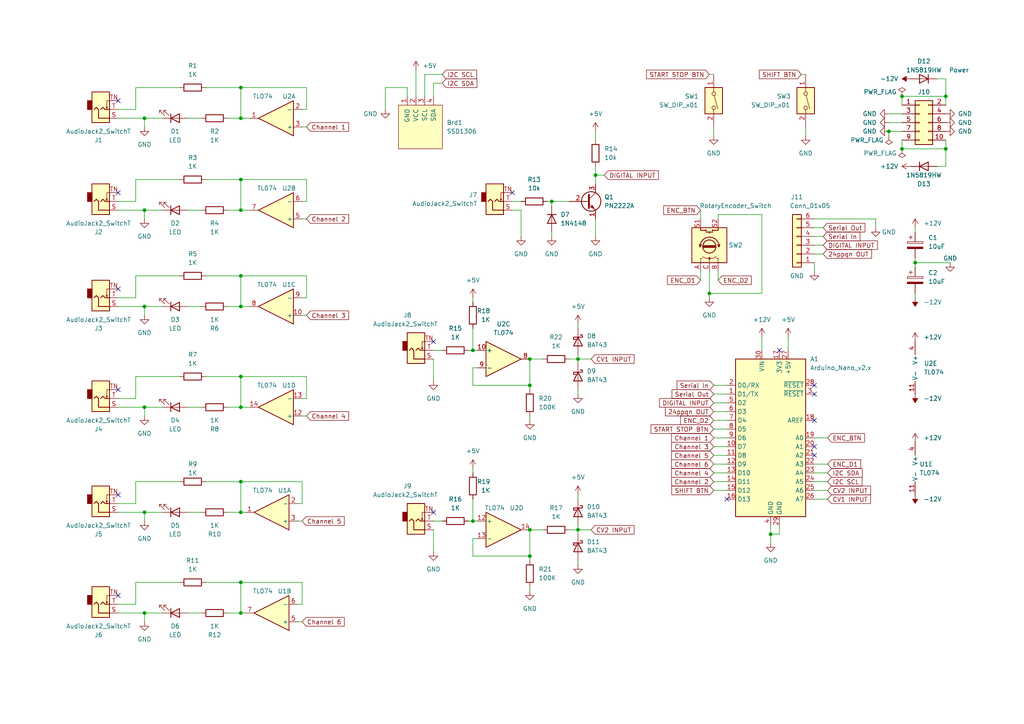
<source format=kicad_sch>
(kicad_sch (version 20211123) (generator eeschema)

  (uuid 939d1fca-3f2c-4183-926a-9b89a029d9a7)

  (paper "A4")

  (title_block
    (title "GToE prototype 2")
    (rev "1")
  )

  

  (junction (at 69.85 168.91) (diameter 0) (color 0 0 0 0)
    (uuid 01bbb586-ef8d-4ddf-8c80-74340115f8c2)
  )
  (junction (at 172.72 50.8) (diameter 0) (color 0 0 0 0)
    (uuid 0fe7b52a-5ab0-49af-9df5-605727fd9629)
  )
  (junction (at 69.85 118.11) (diameter 0) (color 0 0 0 0)
    (uuid 101156d0-eebd-439b-8afc-52eb06cf293a)
  )
  (junction (at 69.85 52.07) (diameter 0) (color 0 0 0 0)
    (uuid 1adea9cc-1a6f-43d0-a0c7-f15f9d142402)
  )
  (junction (at 167.64 104.14) (diameter 0) (color 0 0 0 0)
    (uuid 20ecb220-e95f-4871-989a-3aa80d4eef17)
  )
  (junction (at 69.85 109.22) (diameter 0) (color 0 0 0 0)
    (uuid 2d704435-2b61-45b7-b201-2bf6d837c7d3)
  )
  (junction (at 41.91 34.29) (diameter 0) (color 0 0 0 0)
    (uuid 2f1a07b6-ad76-4a06-853c-dab3ee2850f6)
  )
  (junction (at 160.02 58.42) (diameter 0) (color 0 0 0 0)
    (uuid 3ec454cb-d195-43e0-940e-5dcf3cd11230)
  )
  (junction (at 153.67 111.76) (diameter 0) (color 0 0 0 0)
    (uuid 4aa14007-b987-4914-9145-d43a6afd33b0)
  )
  (junction (at 41.91 148.59) (diameter 0) (color 0 0 0 0)
    (uuid 4c3b6af8-76f0-45ef-8c3f-9df4284c0206)
  )
  (junction (at 137.16 101.6) (diameter 0) (color 0 0 0 0)
    (uuid 6c3ec4a9-2585-4bfa-962d-a446baefbebc)
  )
  (junction (at 153.67 153.67) (diameter 0) (color 0 0 0 0)
    (uuid 6e19bf15-9722-4bb1-870c-8b0b2e38c55b)
  )
  (junction (at 41.91 118.11) (diameter 0) (color 0 0 0 0)
    (uuid 6f8c3b1c-3a38-4d86-9bc2-ad6939358a54)
  )
  (junction (at 69.85 80.01) (diameter 0) (color 0 0 0 0)
    (uuid 7247c85d-9109-4f74-a5f8-073a13ad9b00)
  )
  (junction (at 41.91 177.8) (diameter 0) (color 0 0 0 0)
    (uuid 7831fb5e-123a-46df-a455-7a9508dbe5ab)
  )
  (junction (at 69.85 139.7) (diameter 0) (color 0 0 0 0)
    (uuid 7ce994f6-9837-42f6-8f0e-a33b87846a85)
  )
  (junction (at 257.81 38.1) (diameter 0) (color 0 0 0 0)
    (uuid 80a0f295-48e1-4569-8d26-3102546e0255)
  )
  (junction (at 274.32 27.94) (diameter 0) (color 0 0 0 0)
    (uuid 80b03588-aa23-476a-9d12-a060ede2aafe)
  )
  (junction (at 69.85 25.4) (diameter 0) (color 0 0 0 0)
    (uuid 9e2c980a-19bd-4dcd-85f5-d80d62e3f8cf)
  )
  (junction (at 69.85 88.9) (diameter 0) (color 0 0 0 0)
    (uuid a385c005-d830-4ddd-a9be-1496bd2a2074)
  )
  (junction (at 41.91 60.96) (diameter 0) (color 0 0 0 0)
    (uuid a5a39816-f1ee-4ab9-8314-e277f66dbe27)
  )
  (junction (at 223.52 154.94) (diameter 0) (color 0 0 0 0)
    (uuid ace1d0a5-8f41-47b3-84a2-d13fc43afe5d)
  )
  (junction (at 137.16 151.13) (diameter 0) (color 0 0 0 0)
    (uuid b8da1945-c790-4e3c-9556-0050096580c9)
  )
  (junction (at 261.62 27.94) (diameter 0) (color 0 0 0 0)
    (uuid b919c27a-f637-48d6-8184-7ceb19a616c3)
  )
  (junction (at 69.85 148.59) (diameter 0) (color 0 0 0 0)
    (uuid bc4bd21e-a7e0-479f-99b3-5f3fc29ecbdb)
  )
  (junction (at 274.32 43.18) (diameter 0) (color 0 0 0 0)
    (uuid bdb4e82f-deca-4494-9511-3af4e2c5e381)
  )
  (junction (at 153.67 104.14) (diameter 0) (color 0 0 0 0)
    (uuid c9be0b6e-570c-4034-8542-724ffd35462f)
  )
  (junction (at 261.62 43.18) (diameter 0) (color 0 0 0 0)
    (uuid d3b1a6e1-ba88-4969-a859-28bf08cd9cc9)
  )
  (junction (at 41.91 88.9) (diameter 0) (color 0 0 0 0)
    (uuid dca585e3-e89d-40ba-8154-042e0bc6a9a6)
  )
  (junction (at 265.43 76.2) (diameter 0) (color 0 0 0 0)
    (uuid e8605e95-0637-41f0-a19c-e385856bb70d)
  )
  (junction (at 153.67 161.29) (diameter 0) (color 0 0 0 0)
    (uuid e9395d3f-3997-4881-9464-8e16494f02dd)
  )
  (junction (at 69.85 34.29) (diameter 0) (color 0 0 0 0)
    (uuid ebc09c41-0da4-49f2-b73b-9164d7c17c9c)
  )
  (junction (at 69.85 60.96) (diameter 0) (color 0 0 0 0)
    (uuid f25cb6ee-4a65-4b53-a241-095c6c83fe21)
  )
  (junction (at 167.64 153.67) (diameter 0) (color 0 0 0 0)
    (uuid f2a0cb2a-8c72-467c-9ca7-c53da25df665)
  )
  (junction (at 205.74 85.09) (diameter 0) (color 0 0 0 0)
    (uuid fd1e9dbf-7bbb-42f0-a50d-c2c89c626c2d)
  )
  (junction (at 69.85 177.8) (diameter 0) (color 0 0 0 0)
    (uuid fe57a6cf-999c-40ff-b385-f721b4c2cbc1)
  )

  (no_connect (at 34.29 113.03) (uuid 0d5627fb-5697-4efc-a260-d96ecb9f93c3))
  (no_connect (at 148.59 55.88) (uuid 2654b987-4591-469d-89c7-45b83f14b521))
  (no_connect (at 236.22 111.76) (uuid 27dea4c6-c043-451d-b6c6-fc3d416a6f51))
  (no_connect (at 34.29 172.72) (uuid 3b8ad362-c359-4165-91ec-aadffcf3d978))
  (no_connect (at 236.22 114.3) (uuid 4dea39fc-bb12-4db7-8438-3469730bc7e8))
  (no_connect (at 210.82 144.78) (uuid 5be04ac6-43c5-4261-953a-dd12f2531b6f))
  (no_connect (at 236.22 121.92) (uuid 609e719e-33ca-4634-b65e-d90f2c75c119))
  (no_connect (at 125.73 148.59) (uuid 668d8e58-4c94-4cd2-b4bb-55607d4898af))
  (no_connect (at 34.29 143.51) (uuid 7a2da178-df57-453c-8a4a-28fcdc2f3c50))
  (no_connect (at 34.29 83.82) (uuid 8484e074-dbbf-4a1a-831d-0024b24e16ee))
  (no_connect (at 236.22 132.08) (uuid 89eab1dc-771e-440a-a558-42d123c04925))
  (no_connect (at 34.29 55.88) (uuid 8c00c48a-3885-4e94-a56e-75fdd48c8ac2))
  (no_connect (at 125.73 99.06) (uuid b05fa802-0658-4360-ad3d-4095edb4f4b9))
  (no_connect (at 226.06 101.6) (uuid bab23eb2-2de9-4101-8518-b1550e4ed0ff))
  (no_connect (at 236.22 129.54) (uuid bc5d432a-9a40-4a38-8a20-d7136d6a72cd))
  (no_connect (at 34.29 29.21) (uuid caea21cf-ff3a-459d-ae29-45e99bc93b79))

  (wire (pts (xy 220.98 62.23) (xy 220.98 85.09))
    (stroke (width 0) (type default) (color 0 0 0 0))
    (uuid 00888669-526f-4afc-bbd6-43e3940c23c9)
  )
  (wire (pts (xy 123.19 21.59) (xy 123.19 27.94))
    (stroke (width 0) (type default) (color 0 0 0 0))
    (uuid 02f7a7c9-330b-4799-8e3c-3005ca5a2490)
  )
  (wire (pts (xy 87.63 86.36) (xy 88.9 86.36))
    (stroke (width 0) (type default) (color 0 0 0 0))
    (uuid 0414855a-7fc8-4b76-9a23-03cb9f71325f)
  )
  (wire (pts (xy 207.01 114.3) (xy 210.82 114.3))
    (stroke (width 0) (type default) (color 0 0 0 0))
    (uuid 04548b77-d823-4c1b-9c27-c6ce43c98aa3)
  )
  (wire (pts (xy 207.01 124.46) (xy 210.82 124.46))
    (stroke (width 0) (type default) (color 0 0 0 0))
    (uuid 05b9f1d0-5ff4-4d57-8802-0d2c4eb21316)
  )
  (wire (pts (xy 158.75 58.42) (xy 160.02 58.42))
    (stroke (width 0) (type default) (color 0 0 0 0))
    (uuid 068165ec-6c11-4c02-8e0b-ccfe566a7650)
  )
  (wire (pts (xy 254 66.04) (xy 254 63.5))
    (stroke (width 0) (type default) (color 0 0 0 0))
    (uuid 090f674a-39dc-4d32-abfc-009b9b3755f5)
  )
  (wire (pts (xy 87.63 120.65) (xy 88.9 120.65))
    (stroke (width 0) (type default) (color 0 0 0 0))
    (uuid 0a1efef6-86e3-4954-8941-aa8bdd890447)
  )
  (wire (pts (xy 39.37 58.42) (xy 39.37 52.07))
    (stroke (width 0) (type default) (color 0 0 0 0))
    (uuid 0a2211b4-91f5-4459-8d97-5e8e188af34c)
  )
  (wire (pts (xy 167.64 93.98) (xy 167.64 95.25))
    (stroke (width 0) (type default) (color 0 0 0 0))
    (uuid 0b45849a-34c3-4799-bb24-89e0ee4d5d11)
  )
  (wire (pts (xy 207.01 111.76) (xy 210.82 111.76))
    (stroke (width 0) (type default) (color 0 0 0 0))
    (uuid 0e1ac309-c3ad-4ab1-a03b-2dd118f6d87a)
  )
  (wire (pts (xy 172.72 50.8) (xy 172.72 53.34))
    (stroke (width 0) (type default) (color 0 0 0 0))
    (uuid 0e6c4c43-1c36-439e-a778-2631ebda15e9)
  )
  (wire (pts (xy 54.61 148.59) (xy 58.42 148.59))
    (stroke (width 0) (type default) (color 0 0 0 0))
    (uuid 0ea24428-0de9-41d4-b673-d16d645ec740)
  )
  (wire (pts (xy 148.59 58.42) (xy 151.13 58.42))
    (stroke (width 0) (type default) (color 0 0 0 0))
    (uuid 0fde4400-cc90-4e37-aff0-a829c3566030)
  )
  (wire (pts (xy 265.43 74.93) (xy 265.43 76.2))
    (stroke (width 0) (type default) (color 0 0 0 0))
    (uuid 10048850-4277-4da4-9149-45e2a0417c49)
  )
  (wire (pts (xy 167.64 153.67) (xy 167.64 154.94))
    (stroke (width 0) (type default) (color 0 0 0 0))
    (uuid 10722ce5-f8a5-4eca-b191-f5ea1254bb30)
  )
  (wire (pts (xy 208.28 62.23) (xy 220.98 62.23))
    (stroke (width 0) (type default) (color 0 0 0 0))
    (uuid 12553f91-cba2-4ab1-b10c-9a2c101efbcb)
  )
  (wire (pts (xy 238.76 68.58) (xy 236.22 68.58))
    (stroke (width 0) (type default) (color 0 0 0 0))
    (uuid 15573316-7046-4cb3-be84-b290b3262405)
  )
  (wire (pts (xy 34.29 34.29) (xy 41.91 34.29))
    (stroke (width 0) (type default) (color 0 0 0 0))
    (uuid 1696b3ef-3157-4d71-9b48-209593675872)
  )
  (wire (pts (xy 223.52 154.94) (xy 226.06 154.94))
    (stroke (width 0) (type default) (color 0 0 0 0))
    (uuid 16c74f4f-26d2-4480-a255-55053d75fe30)
  )
  (wire (pts (xy 41.91 34.29) (xy 46.99 34.29))
    (stroke (width 0) (type default) (color 0 0 0 0))
    (uuid 18993a8a-ca5d-407f-848b-defb203a9189)
  )
  (wire (pts (xy 172.72 63.5) (xy 172.72 68.58))
    (stroke (width 0) (type default) (color 0 0 0 0))
    (uuid 18ae432e-29c1-4f82-b5de-08351e122d6b)
  )
  (wire (pts (xy 87.63 91.44) (xy 88.9 91.44))
    (stroke (width 0) (type default) (color 0 0 0 0))
    (uuid 1a217cd9-1cfb-46fe-ad88-bd404e7a2fa3)
  )
  (wire (pts (xy 34.29 88.9) (xy 41.91 88.9))
    (stroke (width 0) (type default) (color 0 0 0 0))
    (uuid 1ab20642-1f70-4b02-85c3-d07b70dfa09f)
  )
  (wire (pts (xy 157.48 153.67) (xy 153.67 153.67))
    (stroke (width 0) (type default) (color 0 0 0 0))
    (uuid 1b09d72d-a60a-404a-8eff-af5928779ca3)
  )
  (wire (pts (xy 274.32 48.26) (xy 274.32 43.18))
    (stroke (width 0) (type default) (color 0 0 0 0))
    (uuid 1f9896e6-b5ae-4280-b574-867cc1543442)
  )
  (wire (pts (xy 88.9 115.57) (xy 88.9 109.22))
    (stroke (width 0) (type default) (color 0 0 0 0))
    (uuid 22b67607-fd33-40bf-9953-aaeb2cc3bff3)
  )
  (wire (pts (xy 69.85 52.07) (xy 69.85 60.96))
    (stroke (width 0) (type default) (color 0 0 0 0))
    (uuid 22ec07c6-1814-4bcc-81fe-8b2a319721d4)
  )
  (wire (pts (xy 125.73 104.14) (xy 125.73 110.49))
    (stroke (width 0) (type default) (color 0 0 0 0))
    (uuid 232f38ec-21ea-4a47-91ea-c85a04889396)
  )
  (wire (pts (xy 203.2 63.5) (xy 203.2 60.96))
    (stroke (width 0) (type default) (color 0 0 0 0))
    (uuid 23cdf0c9-4c44-4333-ad84-40cf9337ba38)
  )
  (wire (pts (xy 207.01 119.38) (xy 210.82 119.38))
    (stroke (width 0) (type default) (color 0 0 0 0))
    (uuid 23dac4f0-812d-4677-88fa-5bdcd3979384)
  )
  (wire (pts (xy 39.37 146.05) (xy 39.37 139.7))
    (stroke (width 0) (type default) (color 0 0 0 0))
    (uuid 2450b13d-1b2c-42e2-9f3c-022c8d283799)
  )
  (wire (pts (xy 118.11 25.4) (xy 118.11 27.94))
    (stroke (width 0) (type default) (color 0 0 0 0))
    (uuid 24898c03-0432-4355-9022-1dd4a494db3b)
  )
  (wire (pts (xy 39.37 175.26) (xy 39.37 168.91))
    (stroke (width 0) (type default) (color 0 0 0 0))
    (uuid 24a77f75-c600-45cb-bf5f-afea87ea647c)
  )
  (wire (pts (xy 128.27 21.59) (xy 123.19 21.59))
    (stroke (width 0) (type default) (color 0 0 0 0))
    (uuid 2687bf03-ffc2-4d48-aa6f-1aef93caa657)
  )
  (wire (pts (xy 71.12 177.8) (xy 69.85 177.8))
    (stroke (width 0) (type default) (color 0 0 0 0))
    (uuid 26ff1a67-a83a-4d99-afa5-130b8ae5b97c)
  )
  (wire (pts (xy 167.64 104.14) (xy 167.64 105.41))
    (stroke (width 0) (type default) (color 0 0 0 0))
    (uuid 2708cad2-c1d4-431c-a491-069abb353cb1)
  )
  (wire (pts (xy 54.61 118.11) (xy 58.42 118.11))
    (stroke (width 0) (type default) (color 0 0 0 0))
    (uuid 275de223-e55c-4595-954a-6b567572e319)
  )
  (wire (pts (xy 39.37 168.91) (xy 52.07 168.91))
    (stroke (width 0) (type default) (color 0 0 0 0))
    (uuid 282549b8-debb-4192-8eb7-5e1fc199c3b2)
  )
  (wire (pts (xy 203.2 81.28) (xy 203.2 78.74))
    (stroke (width 0) (type default) (color 0 0 0 0))
    (uuid 292448f2-9878-48b7-bdaa-bba1bdc524e1)
  )
  (wire (pts (xy 86.36 146.05) (xy 87.63 146.05))
    (stroke (width 0) (type default) (color 0 0 0 0))
    (uuid 299489f1-66f6-4331-afc1-f2ede915f05e)
  )
  (wire (pts (xy 153.67 113.03) (xy 153.67 111.76))
    (stroke (width 0) (type default) (color 0 0 0 0))
    (uuid 29f12c71-1e39-46c9-8468-57b050e8c4e3)
  )
  (wire (pts (xy 265.43 76.2) (xy 265.43 77.47))
    (stroke (width 0) (type default) (color 0 0 0 0))
    (uuid 2bf77205-7bd4-4b19-92a5-403df8997ca4)
  )
  (wire (pts (xy 41.91 60.96) (xy 41.91 63.5))
    (stroke (width 0) (type default) (color 0 0 0 0))
    (uuid 2d2c567f-990e-43de-a45e-07dcf3d574df)
  )
  (wire (pts (xy 39.37 31.75) (xy 39.37 25.4))
    (stroke (width 0) (type default) (color 0 0 0 0))
    (uuid 325ad235-d39c-4894-9060-669ec65da8cf)
  )
  (wire (pts (xy 172.72 38.1) (xy 172.72 40.64))
    (stroke (width 0) (type default) (color 0 0 0 0))
    (uuid 335e260c-544e-4446-b9b4-df9e8330f67c)
  )
  (wire (pts (xy 228.6 97.79) (xy 228.6 101.6))
    (stroke (width 0) (type default) (color 0 0 0 0))
    (uuid 335feb20-1fb8-4c80-a47e-65aa81fbef83)
  )
  (wire (pts (xy 69.85 139.7) (xy 87.63 139.7))
    (stroke (width 0) (type default) (color 0 0 0 0))
    (uuid 33d6f89f-8648-43ab-8211-808a5c2a1de9)
  )
  (wire (pts (xy 34.29 146.05) (xy 39.37 146.05))
    (stroke (width 0) (type default) (color 0 0 0 0))
    (uuid 349d1b17-3ca5-4310-8603-bfcac15d9779)
  )
  (wire (pts (xy 34.29 177.8) (xy 41.91 177.8))
    (stroke (width 0) (type default) (color 0 0 0 0))
    (uuid 35a4bcdd-c017-440b-9dad-75ec8aa47970)
  )
  (wire (pts (xy 59.69 25.4) (xy 69.85 25.4))
    (stroke (width 0) (type default) (color 0 0 0 0))
    (uuid 379f1c28-4a76-4353-90b3-8c03b9cc7732)
  )
  (wire (pts (xy 207.01 21.59) (xy 205.74 21.59))
    (stroke (width 0) (type default) (color 0 0 0 0))
    (uuid 38f018c4-6a5e-41fd-be32-9f1782112fb1)
  )
  (wire (pts (xy 207.01 132.08) (xy 210.82 132.08))
    (stroke (width 0) (type default) (color 0 0 0 0))
    (uuid 3b47171b-f036-4181-ba5d-a340d487b50b)
  )
  (wire (pts (xy 125.73 101.6) (xy 128.27 101.6))
    (stroke (width 0) (type default) (color 0 0 0 0))
    (uuid 3b6a8b02-3ae7-4eaa-b590-43c6b96299ee)
  )
  (wire (pts (xy 54.61 34.29) (xy 58.42 34.29))
    (stroke (width 0) (type default) (color 0 0 0 0))
    (uuid 3d377ce1-a2c5-4d14-9f02-94478caf1282)
  )
  (wire (pts (xy 207.01 127) (xy 210.82 127))
    (stroke (width 0) (type default) (color 0 0 0 0))
    (uuid 41374e30-21cc-4f4c-8141-c6b6b0d1e04c)
  )
  (wire (pts (xy 153.67 153.67) (xy 153.67 161.29))
    (stroke (width 0) (type default) (color 0 0 0 0))
    (uuid 41592a34-b5e0-498e-b3d9-5e683e74e400)
  )
  (wire (pts (xy 167.64 104.14) (xy 171.45 104.14))
    (stroke (width 0) (type default) (color 0 0 0 0))
    (uuid 415f6a2a-0819-4a32-a17d-06a0e8a58036)
  )
  (wire (pts (xy 265.43 66.04) (xy 265.43 67.31))
    (stroke (width 0) (type default) (color 0 0 0 0))
    (uuid 4311a415-97b2-43f6-a81d-718e51e1b859)
  )
  (wire (pts (xy 137.16 161.29) (xy 153.67 161.29))
    (stroke (width 0) (type default) (color 0 0 0 0))
    (uuid 44fdae99-fabc-42c3-b71e-03120ee479ee)
  )
  (wire (pts (xy 167.64 113.03) (xy 167.64 114.3))
    (stroke (width 0) (type default) (color 0 0 0 0))
    (uuid 459710f6-4d7d-40be-9b04-5e9a368b8c00)
  )
  (wire (pts (xy 208.28 63.5) (xy 208.28 62.23))
    (stroke (width 0) (type default) (color 0 0 0 0))
    (uuid 46b304df-4180-4984-9e5d-83e10dcadff4)
  )
  (wire (pts (xy 135.89 101.6) (xy 137.16 101.6))
    (stroke (width 0) (type default) (color 0 0 0 0))
    (uuid 47ac72d4-bd27-4447-b979-99a8986e623d)
  )
  (wire (pts (xy 69.85 60.96) (xy 72.39 60.96))
    (stroke (width 0) (type default) (color 0 0 0 0))
    (uuid 47cec10b-0c77-4132-9949-34d671f04738)
  )
  (wire (pts (xy 167.64 152.4) (xy 167.64 153.67))
    (stroke (width 0) (type default) (color 0 0 0 0))
    (uuid 47e72c91-7c9f-4a84-84d0-c6e4a5768ed8)
  )
  (wire (pts (xy 233.68 39.37) (xy 233.68 36.83))
    (stroke (width 0) (type default) (color 0 0 0 0))
    (uuid 4818a8d1-75bc-44f4-b9ed-2be325375416)
  )
  (wire (pts (xy 157.48 104.14) (xy 153.67 104.14))
    (stroke (width 0) (type default) (color 0 0 0 0))
    (uuid 49cde530-ddc1-4f14-9b13-8d9a2ca10c3a)
  )
  (wire (pts (xy 137.16 156.21) (xy 137.16 161.29))
    (stroke (width 0) (type default) (color 0 0 0 0))
    (uuid 4b70d7be-d0b4-4935-b09f-3578133ba481)
  )
  (wire (pts (xy 86.36 151.13) (xy 87.63 151.13))
    (stroke (width 0) (type default) (color 0 0 0 0))
    (uuid 4bd0f77f-57b9-449a-8716-fb7abb0e4aea)
  )
  (wire (pts (xy 41.91 60.96) (xy 46.99 60.96))
    (stroke (width 0) (type default) (color 0 0 0 0))
    (uuid 4c0b437f-8a01-477d-a6f9-7ec7ce2dc466)
  )
  (wire (pts (xy 238.76 66.04) (xy 236.22 66.04))
    (stroke (width 0) (type default) (color 0 0 0 0))
    (uuid 4d458ee8-d508-40bd-9b92-392330328966)
  )
  (wire (pts (xy 39.37 80.01) (xy 52.07 80.01))
    (stroke (width 0) (type default) (color 0 0 0 0))
    (uuid 4d557d7f-7719-4f80-94ac-5531db91c5c7)
  )
  (wire (pts (xy 226.06 152.4) (xy 226.06 154.94))
    (stroke (width 0) (type default) (color 0 0 0 0))
    (uuid 4d5adbc3-357f-4a75-9468-e5a15ab291e3)
  )
  (wire (pts (xy 88.9 86.36) (xy 88.9 80.01))
    (stroke (width 0) (type default) (color 0 0 0 0))
    (uuid 4e0a158e-f62e-4ad0-b943-3eaefad92067)
  )
  (wire (pts (xy 54.61 60.96) (xy 58.42 60.96))
    (stroke (width 0) (type default) (color 0 0 0 0))
    (uuid 50855149-12eb-4a2e-a48d-3bc78970e17d)
  )
  (wire (pts (xy 207.01 137.16) (xy 210.82 137.16))
    (stroke (width 0) (type default) (color 0 0 0 0))
    (uuid 53ba1ac2-8ba6-4d72-9b59-ebcbc12d18f4)
  )
  (wire (pts (xy 88.9 80.01) (xy 69.85 80.01))
    (stroke (width 0) (type default) (color 0 0 0 0))
    (uuid 55051037-8b31-44b9-8e01-8ae5d0b6424d)
  )
  (wire (pts (xy 34.29 58.42) (xy 39.37 58.42))
    (stroke (width 0) (type default) (color 0 0 0 0))
    (uuid 559ecdd5-7157-4b6e-8365-c80a48a2639c)
  )
  (wire (pts (xy 34.29 86.36) (xy 39.37 86.36))
    (stroke (width 0) (type default) (color 0 0 0 0))
    (uuid 55c0478d-8080-4c1d-8604-65a2d25999fa)
  )
  (wire (pts (xy 167.64 143.51) (xy 167.64 144.78))
    (stroke (width 0) (type default) (color 0 0 0 0))
    (uuid 55f39ab8-c72e-42c1-a690-a397d34d1bc8)
  )
  (wire (pts (xy 120.65 20.32) (xy 120.65 27.94))
    (stroke (width 0) (type default) (color 0 0 0 0))
    (uuid 578b6235-424f-4ef7-a13a-2eb828fdff70)
  )
  (wire (pts (xy 274.32 22.86) (xy 274.32 27.94))
    (stroke (width 0) (type default) (color 0 0 0 0))
    (uuid 5c09703f-6c76-495d-9a58-e2ebc9242342)
  )
  (wire (pts (xy 39.37 109.22) (xy 52.07 109.22))
    (stroke (width 0) (type default) (color 0 0 0 0))
    (uuid 5c400b46-2fcf-4458-9699-ae37dd26bccb)
  )
  (wire (pts (xy 69.85 109.22) (xy 69.85 118.11))
    (stroke (width 0) (type default) (color 0 0 0 0))
    (uuid 5cd6e5fe-4b18-46d6-a3d1-e3ffde24589e)
  )
  (wire (pts (xy 274.32 40.64) (xy 274.32 43.18))
    (stroke (width 0) (type default) (color 0 0 0 0))
    (uuid 5d5ced92-faf8-444e-981f-4e4ff49b98e7)
  )
  (wire (pts (xy 41.91 34.29) (xy 41.91 36.83))
    (stroke (width 0) (type default) (color 0 0 0 0))
    (uuid 5d93f799-90b6-4c25-98c8-cc4dbc3b1bc0)
  )
  (wire (pts (xy 88.9 58.42) (xy 88.9 52.07))
    (stroke (width 0) (type default) (color 0 0 0 0))
    (uuid 5ec7b1d8-8446-4919-a38c-76210caa1873)
  )
  (wire (pts (xy 167.64 162.56) (xy 167.64 163.83))
    (stroke (width 0) (type default) (color 0 0 0 0))
    (uuid 5f035f85-8c2e-4853-b183-6abac5e2be10)
  )
  (wire (pts (xy 160.02 67.31) (xy 160.02 68.58))
    (stroke (width 0) (type default) (color 0 0 0 0))
    (uuid 629a7aa1-4019-458a-8b5d-0abf66ce0257)
  )
  (wire (pts (xy 34.29 148.59) (xy 41.91 148.59))
    (stroke (width 0) (type default) (color 0 0 0 0))
    (uuid 65958d22-4303-48dd-9fde-306753b42789)
  )
  (wire (pts (xy 87.63 115.57) (xy 88.9 115.57))
    (stroke (width 0) (type default) (color 0 0 0 0))
    (uuid 65bc2d22-8df0-4cea-8782-8f18769f3410)
  )
  (wire (pts (xy 41.91 118.11) (xy 41.91 120.65))
    (stroke (width 0) (type default) (color 0 0 0 0))
    (uuid 662ccf0e-d1d5-4050-8293-3daf044ab08c)
  )
  (wire (pts (xy 257.81 38.1) (xy 261.62 38.1))
    (stroke (width 0) (type default) (color 0 0 0 0))
    (uuid 686830dd-5bd4-421c-97b1-cd04ec112e6f)
  )
  (wire (pts (xy 71.12 148.59) (xy 69.85 148.59))
    (stroke (width 0) (type default) (color 0 0 0 0))
    (uuid 689c3f28-4ef9-402a-ba8a-d262ac795d0f)
  )
  (wire (pts (xy 153.67 121.92) (xy 153.67 120.65))
    (stroke (width 0) (type default) (color 0 0 0 0))
    (uuid 69069406-1963-4170-8560-8104e7e045d7)
  )
  (wire (pts (xy 87.63 31.75) (xy 88.9 31.75))
    (stroke (width 0) (type default) (color 0 0 0 0))
    (uuid 6d67e749-640f-4db9-a197-7031ba61a86d)
  )
  (wire (pts (xy 137.16 95.25) (xy 137.16 101.6))
    (stroke (width 0) (type default) (color 0 0 0 0))
    (uuid 6da6842f-2388-4f5f-9ee2-76bb34632c1b)
  )
  (wire (pts (xy 69.85 25.4) (xy 88.9 25.4))
    (stroke (width 0) (type default) (color 0 0 0 0))
    (uuid 6ef03535-d0d2-4117-ba8a-13b15d291146)
  )
  (wire (pts (xy 41.91 177.8) (xy 46.99 177.8))
    (stroke (width 0) (type default) (color 0 0 0 0))
    (uuid 72a11c15-bc2e-4e4e-b064-0530d656a4f2)
  )
  (wire (pts (xy 125.73 24.13) (xy 125.73 27.94))
    (stroke (width 0) (type default) (color 0 0 0 0))
    (uuid 72d28e7a-0912-41d1-8bf0-5186c787f495)
  )
  (wire (pts (xy 207.01 134.62) (xy 210.82 134.62))
    (stroke (width 0) (type default) (color 0 0 0 0))
    (uuid 73e12313-b101-48b6-8494-4e929b937ba9)
  )
  (wire (pts (xy 34.29 115.57) (xy 39.37 115.57))
    (stroke (width 0) (type default) (color 0 0 0 0))
    (uuid 7454f9be-a252-4e64-8cb6-659f28a46b4e)
  )
  (wire (pts (xy 165.1 153.67) (xy 167.64 153.67))
    (stroke (width 0) (type default) (color 0 0 0 0))
    (uuid 746457c5-4533-496b-b839-879422eb2f82)
  )
  (wire (pts (xy 207.01 121.92) (xy 210.82 121.92))
    (stroke (width 0) (type default) (color 0 0 0 0))
    (uuid 78087d34-36cd-40f9-8df6-88f39a8e923c)
  )
  (wire (pts (xy 87.63 175.26) (xy 87.63 168.91))
    (stroke (width 0) (type default) (color 0 0 0 0))
    (uuid 78e786de-043d-4f36-a95b-827ecfd3a860)
  )
  (wire (pts (xy 151.13 60.96) (xy 151.13 68.58))
    (stroke (width 0) (type default) (color 0 0 0 0))
    (uuid 7bd72df4-68a1-4663-8001-035714ea1d46)
  )
  (wire (pts (xy 137.16 106.68) (xy 137.16 111.76))
    (stroke (width 0) (type default) (color 0 0 0 0))
    (uuid 7d009995-14e6-4e3a-a6bf-75ca9be73436)
  )
  (wire (pts (xy 236.22 134.62) (xy 240.03 134.62))
    (stroke (width 0) (type default) (color 0 0 0 0))
    (uuid 7dd53853-47b4-4ad4-b60a-12406caceae9)
  )
  (wire (pts (xy 34.29 31.75) (xy 39.37 31.75))
    (stroke (width 0) (type default) (color 0 0 0 0))
    (uuid 7f1a47e9-e606-4559-b3a6-98d8056eafbb)
  )
  (wire (pts (xy 69.85 52.07) (xy 88.9 52.07))
    (stroke (width 0) (type default) (color 0 0 0 0))
    (uuid 8087cf9e-a59e-49ee-959e-1547ad310f68)
  )
  (wire (pts (xy 205.74 78.74) (xy 205.74 85.09))
    (stroke (width 0) (type default) (color 0 0 0 0))
    (uuid 8209c98c-ad4a-4de7-8d4d-31929f244f93)
  )
  (wire (pts (xy 207.01 139.7) (xy 210.82 139.7))
    (stroke (width 0) (type default) (color 0 0 0 0))
    (uuid 82aa347f-f6de-4a6e-9a8d-2159085eb3e7)
  )
  (wire (pts (xy 111.76 31.75) (xy 111.76 25.4))
    (stroke (width 0) (type default) (color 0 0 0 0))
    (uuid 84628db2-78f4-455d-935c-669b74635348)
  )
  (wire (pts (xy 69.85 118.11) (xy 66.04 118.11))
    (stroke (width 0) (type default) (color 0 0 0 0))
    (uuid 84cd1643-db67-46fc-bdb3-0f8472565395)
  )
  (wire (pts (xy 172.72 50.8) (xy 175.26 50.8))
    (stroke (width 0) (type default) (color 0 0 0 0))
    (uuid 8a527247-4e86-49ac-96b2-0b9ba94da524)
  )
  (wire (pts (xy 66.04 60.96) (xy 69.85 60.96))
    (stroke (width 0) (type default) (color 0 0 0 0))
    (uuid 8bd5fd7f-cf6e-425c-b9d6-3c826368fb4d)
  )
  (wire (pts (xy 153.67 104.14) (xy 153.67 111.76))
    (stroke (width 0) (type default) (color 0 0 0 0))
    (uuid 8db87abd-78a8-4707-b998-35d91c31dc52)
  )
  (wire (pts (xy 87.63 58.42) (xy 88.9 58.42))
    (stroke (width 0) (type default) (color 0 0 0 0))
    (uuid 8f98c614-1836-44c5-950e-a28323bf6d35)
  )
  (wire (pts (xy 137.16 86.36) (xy 137.16 87.63))
    (stroke (width 0) (type default) (color 0 0 0 0))
    (uuid 92dcd119-522b-416d-afb9-fe804b794444)
  )
  (wire (pts (xy 41.91 148.59) (xy 41.91 151.13))
    (stroke (width 0) (type default) (color 0 0 0 0))
    (uuid 9411389b-89e4-4fd9-b197-1fd897880c74)
  )
  (wire (pts (xy 160.02 58.42) (xy 160.02 59.69))
    (stroke (width 0) (type default) (color 0 0 0 0))
    (uuid 97d4dc22-cea2-4f31-ab47-48954521c9ea)
  )
  (wire (pts (xy 207.01 39.37) (xy 207.01 36.83))
    (stroke (width 0) (type default) (color 0 0 0 0))
    (uuid 982c0a71-fbd6-4ace-8adb-04279f3ab267)
  )
  (wire (pts (xy 236.22 139.7) (xy 240.03 139.7))
    (stroke (width 0) (type default) (color 0 0 0 0))
    (uuid 998fda77-4469-4506-86ca-bb382e8ee04b)
  )
  (wire (pts (xy 41.91 148.59) (xy 46.99 148.59))
    (stroke (width 0) (type default) (color 0 0 0 0))
    (uuid 9b42f2d5-ac7c-41cd-8133-c33ded91e5a9)
  )
  (wire (pts (xy 69.85 109.22) (xy 88.9 109.22))
    (stroke (width 0) (type default) (color 0 0 0 0))
    (uuid 9e5805ba-ef35-49a1-8625-91fc1a2d8c02)
  )
  (wire (pts (xy 137.16 135.89) (xy 137.16 137.16))
    (stroke (width 0) (type default) (color 0 0 0 0))
    (uuid 9ec202d2-54e7-4767-8d5f-5508e7b44543)
  )
  (wire (pts (xy 137.16 151.13) (xy 138.43 151.13))
    (stroke (width 0) (type default) (color 0 0 0 0))
    (uuid a26a554f-d823-40e8-8c62-a1c72570da3d)
  )
  (wire (pts (xy 261.62 30.48) (xy 261.62 27.94))
    (stroke (width 0) (type default) (color 0 0 0 0))
    (uuid a32d7af7-caa5-4fcd-b940-60312a23b93a)
  )
  (wire (pts (xy 271.78 48.26) (xy 274.32 48.26))
    (stroke (width 0) (type default) (color 0 0 0 0))
    (uuid a3ae5fe0-aa32-4413-85be-83d64b712b8c)
  )
  (wire (pts (xy 148.59 60.96) (xy 151.13 60.96))
    (stroke (width 0) (type default) (color 0 0 0 0))
    (uuid a419472a-c519-42af-a7a7-8d55731ad33e)
  )
  (wire (pts (xy 207.01 116.84) (xy 210.82 116.84))
    (stroke (width 0) (type default) (color 0 0 0 0))
    (uuid a437b42a-de25-44ea-bd82-78ea4050bd94)
  )
  (wire (pts (xy 233.68 21.59) (xy 232.41 21.59))
    (stroke (width 0) (type default) (color 0 0 0 0))
    (uuid a49154d7-98cd-42dc-b035-8363e6ed42ef)
  )
  (wire (pts (xy 208.28 81.28) (xy 208.28 78.74))
    (stroke (width 0) (type default) (color 0 0 0 0))
    (uuid a4f3d41a-af65-423d-b75c-3a4dfb401018)
  )
  (wire (pts (xy 86.36 175.26) (xy 87.63 175.26))
    (stroke (width 0) (type default) (color 0 0 0 0))
    (uuid a5249d8d-621d-4707-8c20-72474edd30f0)
  )
  (wire (pts (xy 69.85 168.91) (xy 87.63 168.91))
    (stroke (width 0) (type default) (color 0 0 0 0))
    (uuid a570fd45-915c-413d-8511-67112ddbfb1b)
  )
  (wire (pts (xy 39.37 25.4) (xy 52.07 25.4))
    (stroke (width 0) (type default) (color 0 0 0 0))
    (uuid a60d0abd-cac5-40ce-8146-e36e1abaeddf)
  )
  (wire (pts (xy 125.73 151.13) (xy 128.27 151.13))
    (stroke (width 0) (type default) (color 0 0 0 0))
    (uuid a6821adb-6787-40f0-882c-45474cd6d035)
  )
  (wire (pts (xy 39.37 115.57) (xy 39.37 109.22))
    (stroke (width 0) (type default) (color 0 0 0 0))
    (uuid a6f31cf3-8dc0-4e1e-a3a6-c76df8c6e2cb)
  )
  (wire (pts (xy 34.29 60.96) (xy 41.91 60.96))
    (stroke (width 0) (type default) (color 0 0 0 0))
    (uuid a80042cf-f0d4-4045-bfe4-04f7525272ec)
  )
  (wire (pts (xy 69.85 148.59) (xy 66.04 148.59))
    (stroke (width 0) (type default) (color 0 0 0 0))
    (uuid a8514681-196b-44d0-b279-cbd6f9496f12)
  )
  (wire (pts (xy 205.74 86.36) (xy 205.74 85.09))
    (stroke (width 0) (type default) (color 0 0 0 0))
    (uuid a88aa39c-ab01-48f4-b52c-72379da3c07b)
  )
  (wire (pts (xy 54.61 88.9) (xy 58.42 88.9))
    (stroke (width 0) (type default) (color 0 0 0 0))
    (uuid ab21b72a-c65b-436b-a024-420f0e1bd5fb)
  )
  (wire (pts (xy 205.74 85.09) (xy 220.98 85.09))
    (stroke (width 0) (type default) (color 0 0 0 0))
    (uuid ab393c6b-5fda-4897-ae5b-77fc0d49af67)
  )
  (wire (pts (xy 41.91 88.9) (xy 46.99 88.9))
    (stroke (width 0) (type default) (color 0 0 0 0))
    (uuid ac927798-764a-470d-8e32-ab188c3be9d9)
  )
  (wire (pts (xy 236.22 71.12) (xy 238.76 71.12))
    (stroke (width 0) (type default) (color 0 0 0 0))
    (uuid ac977693-55e6-4f2b-9336-0acabaf5e6cc)
  )
  (wire (pts (xy 160.02 58.42) (xy 165.1 58.42))
    (stroke (width 0) (type default) (color 0 0 0 0))
    (uuid acb04d4a-6e28-4197-b96d-cca961b9a352)
  )
  (wire (pts (xy 261.62 40.64) (xy 261.62 43.18))
    (stroke (width 0) (type default) (color 0 0 0 0))
    (uuid ad83ea93-a261-44af-9ce9-44f34c926f1f)
  )
  (wire (pts (xy 165.1 104.14) (xy 167.64 104.14))
    (stroke (width 0) (type default) (color 0 0 0 0))
    (uuid b02b8fe2-ffcf-4399-8d32-f085295ae9be)
  )
  (wire (pts (xy 137.16 156.21) (xy 138.43 156.21))
    (stroke (width 0) (type default) (color 0 0 0 0))
    (uuid b073963f-a9d4-4190-ae2a-d0ecaa7d1999)
  )
  (wire (pts (xy 69.85 34.29) (xy 66.04 34.29))
    (stroke (width 0) (type default) (color 0 0 0 0))
    (uuid b3ffacae-4877-4f3c-b330-37753bcfeef2)
  )
  (wire (pts (xy 257.81 38.1) (xy 257.81 39.37))
    (stroke (width 0) (type default) (color 0 0 0 0))
    (uuid b45d2437-4231-4393-9853-61e2810e8eef)
  )
  (wire (pts (xy 59.69 52.07) (xy 69.85 52.07))
    (stroke (width 0) (type default) (color 0 0 0 0))
    (uuid b55c7749-7442-4e0e-81bc-0a478cb0ac8a)
  )
  (wire (pts (xy 41.91 118.11) (xy 46.99 118.11))
    (stroke (width 0) (type default) (color 0 0 0 0))
    (uuid b7ba5590-bcbc-4d3a-bb2b-67ef3ff01bf9)
  )
  (wire (pts (xy 167.64 102.87) (xy 167.64 104.14))
    (stroke (width 0) (type default) (color 0 0 0 0))
    (uuid b8b96b86-9f26-4791-8fab-c0012a9204d0)
  )
  (wire (pts (xy 69.85 118.11) (xy 72.39 118.11))
    (stroke (width 0) (type default) (color 0 0 0 0))
    (uuid b8dded32-6acb-45a8-80fa-f6b8cea2c48b)
  )
  (wire (pts (xy 137.16 101.6) (xy 138.43 101.6))
    (stroke (width 0) (type default) (color 0 0 0 0))
    (uuid b8f9cdc4-1c49-4c75-b8db-fd1a96174c0d)
  )
  (wire (pts (xy 172.72 48.26) (xy 172.72 50.8))
    (stroke (width 0) (type default) (color 0 0 0 0))
    (uuid b913c3b8-7e72-4c0b-bda2-34fe7b55ab25)
  )
  (wire (pts (xy 236.22 137.16) (xy 240.03 137.16))
    (stroke (width 0) (type default) (color 0 0 0 0))
    (uuid baf9089a-117f-477e-b388-59d85cc068a1)
  )
  (wire (pts (xy 69.85 25.4) (xy 69.85 34.29))
    (stroke (width 0) (type default) (color 0 0 0 0))
    (uuid bd0ecbaa-0107-4713-afad-9631d70470c9)
  )
  (wire (pts (xy 257.81 35.56) (xy 261.62 35.56))
    (stroke (width 0) (type default) (color 0 0 0 0))
    (uuid be717b8a-a24e-4b1a-8c07-d2cb4a8b44a0)
  )
  (wire (pts (xy 59.69 139.7) (xy 69.85 139.7))
    (stroke (width 0) (type default) (color 0 0 0 0))
    (uuid be91969f-27d0-4896-bda7-89479ff2c6f0)
  )
  (wire (pts (xy 261.62 27.94) (xy 274.32 27.94))
    (stroke (width 0) (type default) (color 0 0 0 0))
    (uuid bfd39b38-25cc-4208-85be-c343c956d624)
  )
  (wire (pts (xy 207.01 129.54) (xy 210.82 129.54))
    (stroke (width 0) (type default) (color 0 0 0 0))
    (uuid c08d6292-e81e-41b3-9397-f43cc682b053)
  )
  (wire (pts (xy 41.91 177.8) (xy 41.91 180.34))
    (stroke (width 0) (type default) (color 0 0 0 0))
    (uuid c1344527-bf12-418e-bb93-1ab1cbcbc765)
  )
  (wire (pts (xy 69.85 80.01) (xy 69.85 88.9))
    (stroke (width 0) (type default) (color 0 0 0 0))
    (uuid c3958be8-3003-4b81-a0e5-084b481ac3e8)
  )
  (wire (pts (xy 223.52 152.4) (xy 223.52 154.94))
    (stroke (width 0) (type default) (color 0 0 0 0))
    (uuid c50581b5-4447-4088-bf17-173a09e402d5)
  )
  (wire (pts (xy 69.85 88.9) (xy 66.04 88.9))
    (stroke (width 0) (type default) (color 0 0 0 0))
    (uuid c6adff6e-82e1-42de-a1d3-c2320961301b)
  )
  (wire (pts (xy 153.67 162.56) (xy 153.67 161.29))
    (stroke (width 0) (type default) (color 0 0 0 0))
    (uuid cb58872e-1637-4041-9a9c-462d58f60489)
  )
  (wire (pts (xy 41.91 88.9) (xy 41.91 91.44))
    (stroke (width 0) (type default) (color 0 0 0 0))
    (uuid cd7749a7-ea7a-4254-8d13-3fc0af54ac1a)
  )
  (wire (pts (xy 86.36 180.34) (xy 87.63 180.34))
    (stroke (width 0) (type default) (color 0 0 0 0))
    (uuid cf4c9546-b3a4-43ce-992a-dc594c25fb0e)
  )
  (wire (pts (xy 135.89 151.13) (xy 137.16 151.13))
    (stroke (width 0) (type default) (color 0 0 0 0))
    (uuid d0f348b7-a7a5-4cb3-b9f1-72c15c41a42d)
  )
  (wire (pts (xy 54.61 177.8) (xy 58.42 177.8))
    (stroke (width 0) (type default) (color 0 0 0 0))
    (uuid d2ed7317-658a-4865-bf5f-b2b3135a861d)
  )
  (wire (pts (xy 236.22 73.66) (xy 238.76 73.66))
    (stroke (width 0) (type default) (color 0 0 0 0))
    (uuid d3b10b90-4fd7-4a10-aadc-d707d0767705)
  )
  (wire (pts (xy 72.39 88.9) (xy 69.85 88.9))
    (stroke (width 0) (type default) (color 0 0 0 0))
    (uuid d44c48a5-2105-4bfd-adaa-5b931b35bd6a)
  )
  (wire (pts (xy 69.85 34.29) (xy 72.39 34.29))
    (stroke (width 0) (type default) (color 0 0 0 0))
    (uuid d590aade-8d1f-48d4-8e93-dd4b98257a59)
  )
  (wire (pts (xy 88.9 36.83) (xy 87.63 36.83))
    (stroke (width 0) (type default) (color 0 0 0 0))
    (uuid d768d49f-3551-47f2-8ccb-15aa2acc25b9)
  )
  (wire (pts (xy 167.64 153.67) (xy 171.45 153.67))
    (stroke (width 0) (type default) (color 0 0 0 0))
    (uuid d7a22843-b5aa-4dcb-9f83-e0b93ec1d932)
  )
  (wire (pts (xy 39.37 52.07) (xy 52.07 52.07))
    (stroke (width 0) (type default) (color 0 0 0 0))
    (uuid d80078b3-94d9-48bf-85f9-0552f3304675)
  )
  (wire (pts (xy 111.76 25.4) (xy 118.11 25.4))
    (stroke (width 0) (type default) (color 0 0 0 0))
    (uuid d8c2b0e0-464d-4f8a-a354-013c2fcd2746)
  )
  (wire (pts (xy 220.98 97.79) (xy 220.98 101.6))
    (stroke (width 0) (type default) (color 0 0 0 0))
    (uuid d9290646-90b7-4fbd-83fc-19591b512599)
  )
  (wire (pts (xy 261.62 43.18) (xy 274.32 43.18))
    (stroke (width 0) (type default) (color 0 0 0 0))
    (uuid da781abc-ee6e-4d62-971b-a28621e7f9c0)
  )
  (wire (pts (xy 137.16 111.76) (xy 153.67 111.76))
    (stroke (width 0) (type default) (color 0 0 0 0))
    (uuid dbc9e6c0-7a33-4ae4-9d9e-73c07879ba5d)
  )
  (wire (pts (xy 34.29 118.11) (xy 41.91 118.11))
    (stroke (width 0) (type default) (color 0 0 0 0))
    (uuid dc0c3e8e-4506-4ec8-9e3d-629192ad61d8)
  )
  (wire (pts (xy 236.22 142.24) (xy 240.03 142.24))
    (stroke (width 0) (type default) (color 0 0 0 0))
    (uuid de7fdbfa-a282-4f9d-a244-075c3a0e9b98)
  )
  (wire (pts (xy 59.69 109.22) (xy 69.85 109.22))
    (stroke (width 0) (type default) (color 0 0 0 0))
    (uuid df7516ee-ff61-4db9-89ba-5c412ec89d3d)
  )
  (wire (pts (xy 236.22 78.74) (xy 236.22 76.2))
    (stroke (width 0) (type default) (color 0 0 0 0))
    (uuid e02effa1-3de0-4ede-a8d0-c732a20fc74f)
  )
  (wire (pts (xy 236.22 127) (xy 240.03 127))
    (stroke (width 0) (type default) (color 0 0 0 0))
    (uuid e10d78c8-bc65-4a97-b811-fa8e485f78af)
  )
  (wire (pts (xy 236.22 144.78) (xy 240.03 144.78))
    (stroke (width 0) (type default) (color 0 0 0 0))
    (uuid e501891d-8877-41ec-9061-b1ed5f555caf)
  )
  (wire (pts (xy 34.29 175.26) (xy 39.37 175.26))
    (stroke (width 0) (type default) (color 0 0 0 0))
    (uuid e5137e87-aafe-4a66-8e8a-00ecf77e5822)
  )
  (wire (pts (xy 271.78 22.86) (xy 274.32 22.86))
    (stroke (width 0) (type default) (color 0 0 0 0))
    (uuid e5cc527c-7c22-4bc4-9478-79f22af81342)
  )
  (wire (pts (xy 69.85 139.7) (xy 69.85 148.59))
    (stroke (width 0) (type default) (color 0 0 0 0))
    (uuid e64ef4a2-9524-4343-aff1-00c177a81ec0)
  )
  (wire (pts (xy 265.43 85.09) (xy 265.43 86.36))
    (stroke (width 0) (type default) (color 0 0 0 0))
    (uuid e6e66dc7-1aee-4cac-811d-1595812a31eb)
  )
  (wire (pts (xy 87.63 63.5) (xy 88.9 63.5))
    (stroke (width 0) (type default) (color 0 0 0 0))
    (uuid e86556e1-a9d5-41b5-a5a2-7ff9e084c1f9)
  )
  (wire (pts (xy 88.9 31.75) (xy 88.9 25.4))
    (stroke (width 0) (type default) (color 0 0 0 0))
    (uuid e904f6ec-a5c8-4543-b6fd-3f6e319ee11f)
  )
  (wire (pts (xy 275.59 76.2) (xy 265.43 76.2))
    (stroke (width 0) (type default) (color 0 0 0 0))
    (uuid ea5e64c5-de9e-426a-8163-477b4ab6c3af)
  )
  (wire (pts (xy 59.69 168.91) (xy 69.85 168.91))
    (stroke (width 0) (type default) (color 0 0 0 0))
    (uuid eccdcaa1-196e-4da9-93df-22871ab227e4)
  )
  (wire (pts (xy 153.67 171.45) (xy 153.67 170.18))
    (stroke (width 0) (type default) (color 0 0 0 0))
    (uuid edb34f50-21d7-48c4-a591-fa7e1cf3936e)
  )
  (wire (pts (xy 257.81 33.02) (xy 261.62 33.02))
    (stroke (width 0) (type default) (color 0 0 0 0))
    (uuid edbfec5f-792f-4d72-a9b3-c785ca15edc6)
  )
  (wire (pts (xy 128.27 24.13) (xy 125.73 24.13))
    (stroke (width 0) (type default) (color 0 0 0 0))
    (uuid f3cfd946-5506-454f-be6b-f33cc891d633)
  )
  (wire (pts (xy 87.63 146.05) (xy 87.63 139.7))
    (stroke (width 0) (type default) (color 0 0 0 0))
    (uuid f4e61a2c-c030-4ac1-9706-982cd511d7df)
  )
  (wire (pts (xy 223.52 154.94) (xy 223.52 157.48))
    (stroke (width 0) (type default) (color 0 0 0 0))
    (uuid f5e8264b-9b68-4427-8c75-2842df767dac)
  )
  (wire (pts (xy 137.16 144.78) (xy 137.16 151.13))
    (stroke (width 0) (type default) (color 0 0 0 0))
    (uuid f606dc30-d11c-4363-876e-ff6819b53b93)
  )
  (wire (pts (xy 69.85 168.91) (xy 69.85 177.8))
    (stroke (width 0) (type default) (color 0 0 0 0))
    (uuid f8481e02-da91-4968-a9ed-6f01e186219f)
  )
  (wire (pts (xy 39.37 139.7) (xy 52.07 139.7))
    (stroke (width 0) (type default) (color 0 0 0 0))
    (uuid f864f0c5-c0d1-4877-a6f4-44d2ed9246f9)
  )
  (wire (pts (xy 137.16 106.68) (xy 138.43 106.68))
    (stroke (width 0) (type default) (color 0 0 0 0))
    (uuid f898ca9f-14e7-4fd2-a3b1-2516b8fa97d4)
  )
  (wire (pts (xy 207.01 142.24) (xy 210.82 142.24))
    (stroke (width 0) (type default) (color 0 0 0 0))
    (uuid f9e900c1-7c4f-48c1-995b-aa77f74963af)
  )
  (wire (pts (xy 125.73 153.67) (xy 125.73 160.02))
    (stroke (width 0) (type default) (color 0 0 0 0))
    (uuid fa59d2e2-3f00-4fa2-a8b3-57c15075ed6d)
  )
  (wire (pts (xy 59.69 80.01) (xy 69.85 80.01))
    (stroke (width 0) (type default) (color 0 0 0 0))
    (uuid fa68e183-14f0-4d54-a1bc-75cd122e6200)
  )
  (wire (pts (xy 39.37 86.36) (xy 39.37 80.01))
    (stroke (width 0) (type default) (color 0 0 0 0))
    (uuid fb2252ba-bbcf-47f2-ac5e-ea286245dbb4)
  )
  (wire (pts (xy 236.22 63.5) (xy 254 63.5))
    (stroke (width 0) (type default) (color 0 0 0 0))
    (uuid fbd877e4-4f40-4cab-9c7e-acd39ba0c4bd)
  )
  (wire (pts (xy 274.32 27.94) (xy 274.32 30.48))
    (stroke (width 0) (type default) (color 0 0 0 0))
    (uuid fed0662f-321b-4469-b503-9027372b80ec)
  )
  (wire (pts (xy 69.85 177.8) (xy 66.04 177.8))
    (stroke (width 0) (type default) (color 0 0 0 0))
    (uuid ffb029d0-1e8f-4995-834b-e49d98738e3f)
  )

  (global_label "START STOP BTN" (shape input) (at 205.74 21.59 180) (fields_autoplaced)
    (effects (font (size 1.27 1.27)) (justify right))
    (uuid 08502c49-a9e0-4374-8676-59a1d6002e4a)
    (property "Intersheet References" "${INTERSHEET_REFS}" (id 0) (at 187.5426 21.5106 0)
      (effects (font (size 1.27 1.27)) (justify right) hide)
    )
  )
  (global_label "CV2 INPUT" (shape input) (at 240.03 142.24 0) (fields_autoplaced)
    (effects (font (size 1.27 1.27)) (justify left))
    (uuid 0f4105ff-19b1-4fc5-8164-b0461096926d)
    (property "Intersheet References" "${INTERSHEET_REFS}" (id 0) (at 252.4821 142.1606 0)
      (effects (font (size 1.27 1.27)) (justify left) hide)
    )
  )
  (global_label "Channel 5" (shape input) (at 207.01 132.08 180) (fields_autoplaced)
    (effects (font (size 1.27 1.27)) (justify right))
    (uuid 16ef7a41-e299-44d8-93af-ef8631727ac5)
    (property "Intersheet References" "${INTERSHEET_REFS}" (id 0) (at 194.7998 132.0006 0)
      (effects (font (size 1.27 1.27)) (justify right) hide)
    )
  )
  (global_label "Channel 1" (shape input) (at 207.01 127 180) (fields_autoplaced)
    (effects (font (size 1.27 1.27)) (justify right))
    (uuid 1b3be18b-05f2-43da-8bc8-11dfafd3bd42)
    (property "Intersheet References" "${INTERSHEET_REFS}" (id 0) (at 194.7998 127.0794 0)
      (effects (font (size 1.27 1.27)) (justify right) hide)
    )
  )
  (global_label "Channel 4" (shape input) (at 207.01 137.16 180) (fields_autoplaced)
    (effects (font (size 1.27 1.27)) (justify right))
    (uuid 1dcf1e91-4789-4465-a501-45f3d715fc38)
    (property "Intersheet References" "${INTERSHEET_REFS}" (id 0) (at 194.7998 137.0806 0)
      (effects (font (size 1.27 1.27)) (justify right) hide)
    )
  )
  (global_label "ENC_BTN" (shape input) (at 240.03 127 0) (fields_autoplaced)
    (effects (font (size 1.27 1.27)) (justify left))
    (uuid 1e2d858b-fa79-4a1e-a4b0-d58ee9543d64)
    (property "Intersheet References" "${INTERSHEET_REFS}" (id 0) (at 250.7283 126.9206 0)
      (effects (font (size 1.27 1.27)) (justify left) hide)
    )
  )
  (global_label "START STOP BTN" (shape input) (at 207.01 124.46 180) (fields_autoplaced)
    (effects (font (size 1.27 1.27)) (justify right))
    (uuid 296bfe79-fc97-45ca-aa06-74f69106e732)
    (property "Intersheet References" "${INTERSHEET_REFS}" (id 0) (at 188.8126 124.3806 0)
      (effects (font (size 1.27 1.27)) (justify right) hide)
    )
  )
  (global_label "DIGITAL INPUT" (shape input) (at 238.76 71.12 0) (fields_autoplaced)
    (effects (font (size 1.27 1.27)) (justify left))
    (uuid 2b773878-cfc5-4d0e-b764-72a3b179111e)
    (property "Intersheet References" "${INTERSHEET_REFS}" (id 0) (at 254.4779 71.1994 0)
      (effects (font (size 1.27 1.27)) (justify left) hide)
    )
  )
  (global_label "Channel 5" (shape input) (at 87.63 151.13 0) (fields_autoplaced)
    (effects (font (size 1.27 1.27)) (justify left))
    (uuid 2bff8a0c-66d5-48e5-bd4a-d9f0495e1d92)
    (property "Intersheet References" "${INTERSHEET_REFS}" (id 0) (at 99.8402 151.0506 0)
      (effects (font (size 1.27 1.27)) (justify left) hide)
    )
  )
  (global_label "ENC_D2" (shape input) (at 208.28 81.28 0) (fields_autoplaced)
    (effects (font (size 1.27 1.27)) (justify left))
    (uuid 2f4a47d1-8652-4e94-9cce-2712cd5b6b84)
    (property "Intersheet References" "${INTERSHEET_REFS}" (id 0) (at 217.8898 81.3594 0)
      (effects (font (size 1.27 1.27)) (justify left) hide)
    )
  )
  (global_label "CV1 INPUT" (shape input) (at 171.45 104.14 0) (fields_autoplaced)
    (effects (font (size 1.27 1.27)) (justify left))
    (uuid 2f5d2e9a-c2b1-4fa4-8989-e4278fd14368)
    (property "Intersheet References" "${INTERSHEET_REFS}" (id 0) (at 183.9021 104.0606 0)
      (effects (font (size 1.27 1.27)) (justify left) hide)
    )
  )
  (global_label "SHIFT BTN" (shape input) (at 232.41 21.59 180) (fields_autoplaced)
    (effects (font (size 1.27 1.27)) (justify right))
    (uuid 3c3b3145-f2b7-4dd3-98a3-57539d177323)
    (property "Intersheet References" "${INTERSHEET_REFS}" (id 0) (at 220.2602 21.5106 0)
      (effects (font (size 1.27 1.27)) (justify right) hide)
    )
  )
  (global_label "Channel 3" (shape input) (at 207.01 129.54 180) (fields_autoplaced)
    (effects (font (size 1.27 1.27)) (justify right))
    (uuid 4e903d60-441d-4d69-847d-4692830423fd)
    (property "Intersheet References" "${INTERSHEET_REFS}" (id 0) (at 194.7998 129.4606 0)
      (effects (font (size 1.27 1.27)) (justify right) hide)
    )
  )
  (global_label "Channel 3" (shape input) (at 88.9 91.44 0) (fields_autoplaced)
    (effects (font (size 1.27 1.27)) (justify left))
    (uuid 670c3855-952e-4842-960b-356694f6af0a)
    (property "Intersheet References" "${INTERSHEET_REFS}" (id 0) (at 101.1102 91.3606 0)
      (effects (font (size 1.27 1.27)) (justify left) hide)
    )
  )
  (global_label "SHIFT BTN" (shape input) (at 207.01 142.24 180) (fields_autoplaced)
    (effects (font (size 1.27 1.27)) (justify right))
    (uuid 6b72106b-fde8-465c-8654-fcd5b7a3a93a)
    (property "Intersheet References" "${INTERSHEET_REFS}" (id 0) (at 194.8602 142.1606 0)
      (effects (font (size 1.27 1.27)) (justify right) hide)
    )
  )
  (global_label "ENC_BTN" (shape input) (at 203.2 60.96 180) (fields_autoplaced)
    (effects (font (size 1.27 1.27)) (justify right))
    (uuid 6e22e70c-1d82-40e1-b637-028b907c8ec0)
    (property "Intersheet References" "${INTERSHEET_REFS}" (id 0) (at 192.5017 61.0394 0)
      (effects (font (size 1.27 1.27)) (justify right) hide)
    )
  )
  (global_label "DIGITAL INPUT" (shape input) (at 207.01 116.84 180) (fields_autoplaced)
    (effects (font (size 1.27 1.27)) (justify right))
    (uuid 955ee3f4-5775-4b5b-8f02-05d4cd211b31)
    (property "Intersheet References" "${INTERSHEET_REFS}" (id 0) (at 191.2921 116.7606 0)
      (effects (font (size 1.27 1.27)) (justify right) hide)
    )
  )
  (global_label "I2C SDA" (shape input) (at 240.03 137.16 0) (fields_autoplaced)
    (effects (font (size 1.27 1.27)) (justify left))
    (uuid 99f7ab83-6cf7-4fec-b141-49c2020d8285)
    (property "Intersheet References" "${INTERSHEET_REFS}" (id 0) (at 250.0631 137.0806 0)
      (effects (font (size 1.27 1.27)) (justify left) hide)
    )
  )
  (global_label "Serial Out" (shape input) (at 207.01 114.3 180) (fields_autoplaced)
    (effects (font (size 1.27 1.27)) (justify right))
    (uuid 9ff881b5-f2e0-4fdd-bf90-64bb70f422e5)
    (property "Intersheet References" "${INTERSHEET_REFS}" (id 0) (at 194.9207 114.2206 0)
      (effects (font (size 1.27 1.27)) (justify right) hide)
    )
  )
  (global_label "Channel 6" (shape input) (at 87.63 180.34 0) (fields_autoplaced)
    (effects (font (size 1.27 1.27)) (justify left))
    (uuid a519ba4c-05a6-4fe9-a717-010abc58ab4a)
    (property "Intersheet References" "${INTERSHEET_REFS}" (id 0) (at 99.8402 180.2606 0)
      (effects (font (size 1.27 1.27)) (justify left) hide)
    )
  )
  (global_label "Channel 1" (shape input) (at 88.9 36.83 0) (fields_autoplaced)
    (effects (font (size 1.27 1.27)) (justify left))
    (uuid a5f7acf2-be98-454e-8311-66406ea5ef47)
    (property "Intersheet References" "${INTERSHEET_REFS}" (id 0) (at 101.1102 36.9094 0)
      (effects (font (size 1.27 1.27)) (justify left) hide)
    )
  )
  (global_label "DIGITAL INPUT" (shape input) (at 175.26 50.8 0) (fields_autoplaced)
    (effects (font (size 1.27 1.27)) (justify left))
    (uuid a83c7113-f848-459b-bdbb-0fea1c809240)
    (property "Intersheet References" "${INTERSHEET_REFS}" (id 0) (at 190.9779 50.7206 0)
      (effects (font (size 1.27 1.27)) (justify left) hide)
    )
  )
  (global_label "24ppqn OUT" (shape input) (at 238.76 73.66 0) (fields_autoplaced)
    (effects (font (size 1.27 1.27)) (justify left))
    (uuid b00754b5-1b0a-4ce3-88c7-7008bcd369ea)
    (property "Intersheet References" "${INTERSHEET_REFS}" (id 0) (at 252.7845 73.7394 0)
      (effects (font (size 1.27 1.27)) (justify left) hide)
    )
  )
  (global_label "Serial In" (shape input) (at 238.76 68.58 0) (fields_autoplaced)
    (effects (font (size 1.27 1.27)) (justify left))
    (uuid b3dc6832-efcd-4a73-b286-17dffd1c4e06)
    (property "Intersheet References" "${INTERSHEET_REFS}" (id 0) (at 249.3979 68.6594 0)
      (effects (font (size 1.27 1.27)) (justify left) hide)
    )
  )
  (global_label "ENC_D2" (shape input) (at 207.01 121.92 180) (fields_autoplaced)
    (effects (font (size 1.27 1.27)) (justify right))
    (uuid b43e5a49-34ec-4361-ab63-eac6426d11da)
    (property "Intersheet References" "${INTERSHEET_REFS}" (id 0) (at 197.4002 121.8406 0)
      (effects (font (size 1.27 1.27)) (justify right) hide)
    )
  )
  (global_label "Serial In" (shape input) (at 207.01 111.76 180) (fields_autoplaced)
    (effects (font (size 1.27 1.27)) (justify right))
    (uuid c62d43e5-1143-4f01-bf7e-e8217a05be5f)
    (property "Intersheet References" "${INTERSHEET_REFS}" (id 0) (at 196.3721 111.6806 0)
      (effects (font (size 1.27 1.27)) (justify right) hide)
    )
  )
  (global_label "ENC_D1" (shape input) (at 203.2 81.28 180) (fields_autoplaced)
    (effects (font (size 1.27 1.27)) (justify right))
    (uuid c95863d9-bcd1-4397-a92d-4172c205ad70)
    (property "Intersheet References" "${INTERSHEET_REFS}" (id 0) (at 193.5902 81.2006 0)
      (effects (font (size 1.27 1.27)) (justify right) hide)
    )
  )
  (global_label "Channel 2" (shape input) (at 88.9 63.5 0) (fields_autoplaced)
    (effects (font (size 1.27 1.27)) (justify left))
    (uuid c97087c6-1d05-4217-8ab9-41c9aae2a9f5)
    (property "Intersheet References" "${INTERSHEET_REFS}" (id 0) (at 101.1102 63.4206 0)
      (effects (font (size 1.27 1.27)) (justify left) hide)
    )
  )
  (global_label "Channel 4" (shape input) (at 88.9 120.65 0) (fields_autoplaced)
    (effects (font (size 1.27 1.27)) (justify left))
    (uuid cad0cd36-a1ad-43c8-bd7e-a92f94c59d80)
    (property "Intersheet References" "${INTERSHEET_REFS}" (id 0) (at 101.1102 120.5706 0)
      (effects (font (size 1.27 1.27)) (justify left) hide)
    )
  )
  (global_label "ENC_D1" (shape input) (at 240.03 134.62 0) (fields_autoplaced)
    (effects (font (size 1.27 1.27)) (justify left))
    (uuid cc230acd-d729-4ee1-b7d2-43e0ca118e0c)
    (property "Intersheet References" "${INTERSHEET_REFS}" (id 0) (at 249.6398 134.6994 0)
      (effects (font (size 1.27 1.27)) (justify left) hide)
    )
  )
  (global_label "Channel 2" (shape input) (at 207.01 139.7 180) (fields_autoplaced)
    (effects (font (size 1.27 1.27)) (justify right))
    (uuid d2580a57-6d22-4e66-a2b2-fc50c2247e88)
    (property "Intersheet References" "${INTERSHEET_REFS}" (id 0) (at 194.7998 139.7794 0)
      (effects (font (size 1.27 1.27)) (justify right) hide)
    )
  )
  (global_label "I2C SCL" (shape input) (at 128.27 21.59 0) (fields_autoplaced)
    (effects (font (size 1.27 1.27)) (justify left))
    (uuid dcdc363f-2ef2-4d10-9454-938591e28501)
    (property "Intersheet References" "${INTERSHEET_REFS}" (id 0) (at 138.2426 21.5106 0)
      (effects (font (size 1.27 1.27)) (justify left) hide)
    )
  )
  (global_label "I2C SDA" (shape input) (at 128.27 24.13 0) (fields_autoplaced)
    (effects (font (size 1.27 1.27)) (justify left))
    (uuid e25bc814-1635-4f2a-9ce5-9421e47606a9)
    (property "Intersheet References" "${INTERSHEET_REFS}" (id 0) (at 138.3031 24.0506 0)
      (effects (font (size 1.27 1.27)) (justify left) hide)
    )
  )
  (global_label "CV2 INPUT" (shape input) (at 171.45 153.67 0) (fields_autoplaced)
    (effects (font (size 1.27 1.27)) (justify left))
    (uuid f27d5e1c-ed59-4e0a-a3b4-38d7de0271d1)
    (property "Intersheet References" "${INTERSHEET_REFS}" (id 0) (at 183.9021 153.5906 0)
      (effects (font (size 1.27 1.27)) (justify left) hide)
    )
  )
  (global_label "Serial Out" (shape input) (at 238.76 66.04 0) (fields_autoplaced)
    (effects (font (size 1.27 1.27)) (justify left))
    (uuid f3281dd4-f462-4bd0-8120-ab4a82e2ee10)
    (property "Intersheet References" "${INTERSHEET_REFS}" (id 0) (at 250.8493 66.1194 0)
      (effects (font (size 1.27 1.27)) (justify left) hide)
    )
  )
  (global_label "24ppqn OUT" (shape input) (at 207.01 119.38 180) (fields_autoplaced)
    (effects (font (size 1.27 1.27)) (justify right))
    (uuid f86254a4-9545-467b-a06a-25c288851abb)
    (property "Intersheet References" "${INTERSHEET_REFS}" (id 0) (at 192.9855 119.3006 0)
      (effects (font (size 1.27 1.27)) (justify right) hide)
    )
  )
  (global_label "I2C SCL" (shape input) (at 240.03 139.7 0) (fields_autoplaced)
    (effects (font (size 1.27 1.27)) (justify left))
    (uuid fb609f01-e397-494c-972d-98310b7239ab)
    (property "Intersheet References" "${INTERSHEET_REFS}" (id 0) (at 250.0026 139.6206 0)
      (effects (font (size 1.27 1.27)) (justify left) hide)
    )
  )
  (global_label "Channel 6" (shape input) (at 207.01 134.62 180) (fields_autoplaced)
    (effects (font (size 1.27 1.27)) (justify right))
    (uuid fdf191d3-54c4-415b-a89c-9cf894283150)
    (property "Intersheet References" "${INTERSHEET_REFS}" (id 0) (at 194.7998 134.5406 0)
      (effects (font (size 1.27 1.27)) (justify right) hide)
    )
  )
  (global_label "CV1 INPUT" (shape input) (at 240.03 144.78 0) (fields_autoplaced)
    (effects (font (size 1.27 1.27)) (justify left))
    (uuid ff0486a3-88c4-4c1d-954f-02b23b1d7bf5)
    (property "Intersheet References" "${INTERSHEET_REFS}" (id 0) (at 252.4821 144.7006 0)
      (effects (font (size 1.27 1.27)) (justify left) hide)
    )
  )

  (symbol (lib_id "power:GND") (at 172.72 68.58 0) (unit 1)
    (in_bom yes) (on_board yes) (fields_autoplaced)
    (uuid 01609d3f-dccb-4e46-a81f-4d5d483d5981)
    (property "Reference" "#PWR0133" (id 0) (at 172.72 74.93 0)
      (effects (font (size 1.27 1.27)) hide)
    )
    (property "Value" "GND" (id 1) (at 172.72 73.66 0))
    (property "Footprint" "" (id 2) (at 172.72 68.58 0)
      (effects (font (size 1.27 1.27)) hide)
    )
    (property "Datasheet" "" (id 3) (at 172.72 68.58 0)
      (effects (font (size 1.27 1.27)) hide)
    )
    (pin "1" (uuid bef493d7-9fe4-4ac1-a80c-cbf670a48529))
  )

  (symbol (lib_id "power:GND") (at 223.52 157.48 0) (unit 1)
    (in_bom yes) (on_board yes) (fields_autoplaced)
    (uuid 035b2ae3-d867-47c3-bf19-9eb9de2fbc56)
    (property "Reference" "#PWR0115" (id 0) (at 223.52 163.83 0)
      (effects (font (size 1.27 1.27)) hide)
    )
    (property "Value" "GND" (id 1) (at 223.52 162.56 0))
    (property "Footprint" "" (id 2) (at 223.52 157.48 0)
      (effects (font (size 1.27 1.27)) hide)
    )
    (property "Datasheet" "" (id 3) (at 223.52 157.48 0)
      (effects (font (size 1.27 1.27)) hide)
    )
    (pin "1" (uuid d1e725cd-7935-44c3-ab0a-51394d341c81))
  )

  (symbol (lib_id "power:-12V") (at 265.43 114.3 180) (unit 1)
    (in_bom yes) (on_board yes)
    (uuid 053febef-9d43-4bc4-abe1-237b35a375a1)
    (property "Reference" "#PWR0146" (id 0) (at 265.43 116.84 0)
      (effects (font (size 1.27 1.27)) hide)
    )
    (property "Value" "-12V" (id 1) (at 270.51 115.57 0))
    (property "Footprint" "" (id 2) (at 265.43 114.3 0)
      (effects (font (size 1.27 1.27)) hide)
    )
    (property "Datasheet" "" (id 3) (at 265.43 114.3 0)
      (effects (font (size 1.27 1.27)) hide)
    )
    (pin "1" (uuid e0e7399c-b5e8-43b9-b1d1-394aaeec849d))
  )

  (symbol (lib_id "Amplifier_Operational:TL074") (at 78.74 148.59 180) (unit 1)
    (in_bom yes) (on_board yes)
    (uuid 06c1495e-fed8-4f99-b33f-915e32fd560b)
    (property "Reference" "U1" (id 0) (at 82.55 142.24 0))
    (property "Value" "TL074" (id 1) (at 76.2 142.24 0))
    (property "Footprint" "Package_SO:SO-14_3.9x8.65mm_P1.27mm" (id 2) (at 80.01 151.13 0)
      (effects (font (size 1.27 1.27)) hide)
    )
    (property "Datasheet" "http://www.ti.com/lit/ds/symlink/tl071.pdf" (id 3) (at 77.47 153.67 0)
      (effects (font (size 1.27 1.27)) hide)
    )
    (pin "1" (uuid bd109fd4-c5cf-4a3a-9354-aa457d96628b))
    (pin "2" (uuid 44b6f1bb-fba9-49ad-8dd0-b966b3690efb))
    (pin "3" (uuid 30af9420-1a21-4caf-a5c4-3bfd9b3ad7f2))
    (pin "5" (uuid d504fa86-c7d1-4247-b969-5241cf8ef7c2))
    (pin "6" (uuid ea5a6421-4ad6-4ff0-95b0-e10175d62a72))
    (pin "7" (uuid 11e99262-25e1-4e87-9bda-19d610e839f2))
    (pin "10" (uuid c54b88a8-c901-418f-a926-9726b0c0a816))
    (pin "8" (uuid f74e3afc-80c2-44be-88b7-6092a775d5b7))
    (pin "9" (uuid dc918d9b-1f17-455a-a1cb-7141753244fc))
    (pin "12" (uuid 32fdee3a-d16a-4771-8971-21b5b211eaa2))
    (pin "13" (uuid dfc57c41-39f3-49be-ad16-60d3d2f3324e))
    (pin "14" (uuid 607265fb-ebda-46ae-9e05-aceda0159dda))
    (pin "11" (uuid 52477527-04c0-4566-9239-bcfd5c8fba5e))
    (pin "4" (uuid a45dcd45-9a80-40f0-975d-f51ba833d93a))
  )

  (symbol (lib_id "Connector:AudioJack2_SwitchT") (at 29.21 31.75 0) (mirror x) (unit 1)
    (in_bom yes) (on_board yes) (fields_autoplaced)
    (uuid 070c4b9a-144a-46b4-9868-f12213eed226)
    (property "Reference" "J1" (id 0) (at 28.575 40.64 0))
    (property "Value" "AudioJack2_SwitchT" (id 1) (at 28.575 38.1 0))
    (property "Footprint" "gtoe:thonkiconn" (id 2) (at 29.21 31.75 0)
      (effects (font (size 1.27 1.27)) hide)
    )
    (property "Datasheet" "~" (id 3) (at 29.21 31.75 0)
      (effects (font (size 1.27 1.27)) hide)
    )
    (pin "S" (uuid cf5eeb89-89c8-408f-b835-790ab2fdf014))
    (pin "T" (uuid e9d8e077-6fe3-4306-8a62-7bdb525cea6b))
    (pin "TN" (uuid b29a8de0-4516-4f60-8cfe-52c9ea5cf956))
  )

  (symbol (lib_id "power:GND") (at 274.32 38.1 90) (unit 1)
    (in_bom yes) (on_board yes)
    (uuid 078c0c43-2074-4e17-8be8-0dc08453b9de)
    (property "Reference" "#PWR0121" (id 0) (at 280.67 38.1 0)
      (effects (font (size 1.27 1.27)) hide)
    )
    (property "Value" "GND" (id 1) (at 281.94 38.1 90)
      (effects (font (size 1.27 1.27)) (justify left))
    )
    (property "Footprint" "" (id 2) (at 274.32 38.1 0)
      (effects (font (size 1.27 1.27)) hide)
    )
    (property "Datasheet" "" (id 3) (at 274.32 38.1 0)
      (effects (font (size 1.27 1.27)) hide)
    )
    (pin "1" (uuid 49dd3cae-a9c6-47e4-a01d-4ad96f10fc57))
  )

  (symbol (lib_id "Device:LED") (at 50.8 88.9 0) (mirror x) (unit 1)
    (in_bom yes) (on_board yes)
    (uuid 0ef8035d-aa03-4916-b018-8338de8bee3c)
    (property "Reference" "D3" (id 0) (at 50.8 92.71 0))
    (property "Value" "LED" (id 1) (at 50.8 95.25 0))
    (property "Footprint" "gtoe:FlatTopLed" (id 2) (at 50.8 88.9 0)
      (effects (font (size 1.27 1.27)) hide)
    )
    (property "Datasheet" "~" (id 3) (at 50.8 88.9 0)
      (effects (font (size 1.27 1.27)) hide)
    )
    (pin "1" (uuid cad38931-d941-4eda-97b5-d5b7412cc401))
    (pin "2" (uuid c84aee84-b128-41ff-b4db-05d0ac4385ae))
  )

  (symbol (lib_id "power:PWR_FLAG") (at 261.62 43.18 180) (unit 1)
    (in_bom yes) (on_board yes)
    (uuid 115cbf13-6f24-470a-9942-577dda4c7193)
    (property "Reference" "#FLG0103" (id 0) (at 261.62 45.085 0)
      (effects (font (size 1.27 1.27)) hide)
    )
    (property "Value" "PWR_FLAG" (id 1) (at 255.27 44.45 0))
    (property "Footprint" "" (id 2) (at 261.62 43.18 0)
      (effects (font (size 1.27 1.27)) hide)
    )
    (property "Datasheet" "~" (id 3) (at 261.62 43.18 0)
      (effects (font (size 1.27 1.27)) hide)
    )
    (pin "1" (uuid 58f08b23-f729-4e26-9eb6-84084488a485))
  )

  (symbol (lib_id "power:+5V") (at 172.72 38.1 0) (unit 1)
    (in_bom yes) (on_board yes) (fields_autoplaced)
    (uuid 1c569410-c5ee-4e12-8704-315f48d7e4e7)
    (property "Reference" "#PWR0134" (id 0) (at 172.72 41.91 0)
      (effects (font (size 1.27 1.27)) hide)
    )
    (property "Value" "+5V" (id 1) (at 172.72 33.02 0))
    (property "Footprint" "" (id 2) (at 172.72 38.1 0)
      (effects (font (size 1.27 1.27)) hide)
    )
    (property "Datasheet" "" (id 3) (at 172.72 38.1 0)
      (effects (font (size 1.27 1.27)) hide)
    )
    (pin "1" (uuid d2a1e8c1-d88f-416a-9a95-b0fd3890ea9e))
  )

  (symbol (lib_id "Device:R") (at 153.67 166.37 0) (mirror y) (unit 1)
    (in_bom yes) (on_board yes) (fields_autoplaced)
    (uuid 1d7d73ec-1d58-465c-8010-c3c0ed8b69db)
    (property "Reference" "R21" (id 0) (at 156.21 165.0999 0)
      (effects (font (size 1.27 1.27)) (justify right))
    )
    (property "Value" "100K" (id 1) (at 156.21 167.6399 0)
      (effects (font (size 1.27 1.27)) (justify right))
    )
    (property "Footprint" "Resistor_SMD:R_0805_2012Metric" (id 2) (at 155.448 166.37 90)
      (effects (font (size 1.27 1.27)) hide)
    )
    (property "Datasheet" "~" (id 3) (at 153.67 166.37 0)
      (effects (font (size 1.27 1.27)) hide)
    )
    (pin "1" (uuid f3994b5e-1c2e-4498-9eb9-9f3fcdfdc703))
    (pin "2" (uuid 32fe75ac-4d5d-4f4c-a2a2-238a9d6d7334))
  )

  (symbol (lib_id "power:-12V") (at 265.43 86.36 180) (unit 1)
    (in_bom yes) (on_board yes)
    (uuid 243f59d3-62ac-44dd-a2ae-34812adab945)
    (property "Reference" "#PWR0137" (id 0) (at 265.43 88.9 0)
      (effects (font (size 1.27 1.27)) hide)
    )
    (property "Value" "-12V" (id 1) (at 270.51 87.63 0))
    (property "Footprint" "" (id 2) (at 265.43 86.36 0)
      (effects (font (size 1.27 1.27)) hide)
    )
    (property "Datasheet" "" (id 3) (at 265.43 86.36 0)
      (effects (font (size 1.27 1.27)) hide)
    )
    (pin "1" (uuid 3c3c457d-cb65-4c9e-b33e-982500b08436))
  )

  (symbol (lib_id "Device:R") (at 161.29 104.14 270) (mirror x) (unit 1)
    (in_bom yes) (on_board yes) (fields_autoplaced)
    (uuid 253f4696-2095-4df6-a8b3-2b741b836b16)
    (property "Reference" "R22" (id 0) (at 161.29 97.79 90))
    (property "Value" "1K" (id 1) (at 161.29 100.33 90))
    (property "Footprint" "Resistor_SMD:R_0805_2012Metric" (id 2) (at 161.29 105.918 90)
      (effects (font (size 1.27 1.27)) hide)
    )
    (property "Datasheet" "~" (id 3) (at 161.29 104.14 0)
      (effects (font (size 1.27 1.27)) hide)
    )
    (pin "1" (uuid cf659fb7-61d7-490c-88dc-a017f1fa43b3))
    (pin "2" (uuid fb65bfdf-70de-4c20-980a-457aa224bd02))
  )

  (symbol (lib_id "power:GND") (at 41.91 120.65 0) (mirror y) (unit 1)
    (in_bom yes) (on_board yes) (fields_autoplaced)
    (uuid 25cd1fa7-814a-4e02-ab24-3d0e980390af)
    (property "Reference" "#PWR0104" (id 0) (at 41.91 127 0)
      (effects (font (size 1.27 1.27)) hide)
    )
    (property "Value" "GND" (id 1) (at 41.91 125.73 0))
    (property "Footprint" "" (id 2) (at 41.91 120.65 0)
      (effects (font (size 1.27 1.27)) hide)
    )
    (property "Datasheet" "" (id 3) (at 41.91 120.65 0)
      (effects (font (size 1.27 1.27)) hide)
    )
    (pin "1" (uuid f431883c-f5bf-4a41-a503-ce9ba57e99f5))
  )

  (symbol (lib_id "power:GND") (at 254 66.04 0) (unit 1)
    (in_bom yes) (on_board yes)
    (uuid 260a3fd8-313b-4a9e-8440-803cf0a5f65e)
    (property "Reference" "#PWR0109" (id 0) (at 254 72.39 0)
      (effects (font (size 1.27 1.27)) hide)
    )
    (property "Value" "GND" (id 1) (at 257.81 67.31 0))
    (property "Footprint" "" (id 2) (at 254 66.04 0)
      (effects (font (size 1.27 1.27)) hide)
    )
    (property "Datasheet" "" (id 3) (at 254 66.04 0)
      (effects (font (size 1.27 1.27)) hide)
    )
    (pin "1" (uuid 96f5e47a-966d-4135-8f30-500c430e569f))
  )

  (symbol (lib_id "power:GND") (at 167.64 163.83 0) (mirror y) (unit 1)
    (in_bom yes) (on_board yes) (fields_autoplaced)
    (uuid 29bed306-5048-43ff-849c-7d57c7e3f851)
    (property "Reference" "#PWR0108" (id 0) (at 167.64 170.18 0)
      (effects (font (size 1.27 1.27)) hide)
    )
    (property "Value" "GND" (id 1) (at 167.64 168.91 0))
    (property "Footprint" "" (id 2) (at 167.64 163.83 0)
      (effects (font (size 1.27 1.27)) hide)
    )
    (property "Datasheet" "" (id 3) (at 167.64 163.83 0)
      (effects (font (size 1.27 1.27)) hide)
    )
    (pin "1" (uuid 6ddedadb-1789-49d5-927a-4fbc5b828fa5))
  )

  (symbol (lib_id "Connector:AudioJack2_SwitchT") (at 29.21 175.26 0) (mirror x) (unit 1)
    (in_bom yes) (on_board yes) (fields_autoplaced)
    (uuid 2bcddbf3-87a2-45eb-8579-9f92d37ed23c)
    (property "Reference" "J6" (id 0) (at 28.575 184.15 0))
    (property "Value" "AudioJack2_SwitchT" (id 1) (at 28.575 181.61 0))
    (property "Footprint" "gtoe:thonkiconn" (id 2) (at 29.21 175.26 0)
      (effects (font (size 1.27 1.27)) hide)
    )
    (property "Datasheet" "~" (id 3) (at 29.21 175.26 0)
      (effects (font (size 1.27 1.27)) hide)
    )
    (pin "S" (uuid 560e5ef7-30d1-476d-a8f9-c66aff8d8312))
    (pin "T" (uuid 143d77fc-c614-4943-8feb-88225103089c))
    (pin "TN" (uuid 3dcbb894-b554-4bcc-ba6b-9aeeaa527d44))
  )

  (symbol (lib_id "power:+12V") (at 220.98 97.79 0) (unit 1)
    (in_bom yes) (on_board yes) (fields_autoplaced)
    (uuid 2d7c068f-7aee-47bc-89f8-bdd241fd2ece)
    (property "Reference" "#PWR0116" (id 0) (at 220.98 101.6 0)
      (effects (font (size 1.27 1.27)) hide)
    )
    (property "Value" "+12V" (id 1) (at 220.98 92.71 0))
    (property "Footprint" "" (id 2) (at 220.98 97.79 0)
      (effects (font (size 1.27 1.27)) hide)
    )
    (property "Datasheet" "" (id 3) (at 220.98 97.79 0)
      (effects (font (size 1.27 1.27)) hide)
    )
    (pin "1" (uuid 89efd7c0-a6c5-4ce9-b2dc-e6f87dfca314))
  )

  (symbol (lib_id "power:GND") (at 257.81 33.02 270) (unit 1)
    (in_bom yes) (on_board yes)
    (uuid 2da6c588-b66c-4c5c-8249-6c2ceb681034)
    (property "Reference" "#PWR0130" (id 0) (at 251.46 33.02 0)
      (effects (font (size 1.27 1.27)) hide)
    )
    (property "Value" "GND" (id 1) (at 250.19 33.02 90)
      (effects (font (size 1.27 1.27)) (justify left))
    )
    (property "Footprint" "" (id 2) (at 257.81 33.02 0)
      (effects (font (size 1.27 1.27)) hide)
    )
    (property "Datasheet" "" (id 3) (at 257.81 33.02 0)
      (effects (font (size 1.27 1.27)) hide)
    )
    (pin "1" (uuid 7cd6c880-a128-403a-9c10-ec94d9f512e3))
  )

  (symbol (lib_id "power:PWR_FLAG") (at 261.62 27.94 0) (unit 1)
    (in_bom yes) (on_board yes)
    (uuid 2fdfe9ad-24d1-4315-b1c7-da6ff6337137)
    (property "Reference" "#FLG0101" (id 0) (at 261.62 26.035 0)
      (effects (font (size 1.27 1.27)) hide)
    )
    (property "Value" "PWR_FLAG" (id 1) (at 255.27 26.67 0))
    (property "Footprint" "" (id 2) (at 261.62 27.94 0)
      (effects (font (size 1.27 1.27)) hide)
    )
    (property "Datasheet" "~" (id 3) (at 261.62 27.94 0)
      (effects (font (size 1.27 1.27)) hide)
    )
    (pin "1" (uuid 0844c76b-d383-4c51-8aa6-58eb1671923d))
  )

  (symbol (lib_id "Amplifier_Operational:TL074") (at 80.01 88.9 180) (unit 3)
    (in_bom yes) (on_board yes)
    (uuid 34440245-2ff6-4ebc-a72b-31a720b75124)
    (property "Reference" "U1" (id 0) (at 83.82 82.55 0))
    (property "Value" "TL074" (id 1) (at 77.47 82.55 0))
    (property "Footprint" "Package_SO:SO-14_3.9x8.65mm_P1.27mm" (id 2) (at 81.28 91.44 0)
      (effects (font (size 1.27 1.27)) hide)
    )
    (property "Datasheet" "http://www.ti.com/lit/ds/symlink/tl071.pdf" (id 3) (at 78.74 93.98 0)
      (effects (font (size 1.27 1.27)) hide)
    )
    (pin "1" (uuid 69142da4-818a-4ba1-be8f-1fc0a590f9e7))
    (pin "2" (uuid 9eac116a-9b8d-431c-ab07-3fe229075615))
    (pin "3" (uuid 84e8822d-34bf-46db-95ee-996dfd3cd581))
    (pin "5" (uuid 8bdd690d-14a4-4c26-9933-8df71db7f0c7))
    (pin "6" (uuid 138ade9e-59d9-4c73-bf41-6ed723023289))
    (pin "7" (uuid 16c2ebf9-82c7-4244-95ec-20bc209c4a84))
    (pin "10" (uuid 0e1585b2-d62d-4004-85bc-bc928348f0b4))
    (pin "8" (uuid ee051353-2587-4159-9b09-dc6701f83aa4))
    (pin "9" (uuid c1c93b41-c10d-4962-bca8-2679975ff854))
    (pin "12" (uuid 3ec95c6f-c9a7-4936-b321-da73b3272b14))
    (pin "13" (uuid 78eda6d3-7866-4b23-bc77-8d828172ce7e))
    (pin "14" (uuid 9d2d0f31-1c11-4828-9288-f6f0618c12a4))
    (pin "11" (uuid 56311a4e-3d4c-408b-964f-619277ce6c9d))
    (pin "4" (uuid 8523b8ae-8dfa-4ed9-a92a-ca69644c45b5))
  )

  (symbol (lib_id "Device:LED") (at 50.8 118.11 0) (mirror x) (unit 1)
    (in_bom yes) (on_board yes)
    (uuid 3466482f-a3b4-45fc-afa4-631533ab9859)
    (property "Reference" "D4" (id 0) (at 50.8 121.92 0))
    (property "Value" "LED" (id 1) (at 50.8 124.46 0))
    (property "Footprint" "gtoe:FlatTopLed" (id 2) (at 50.8 118.11 0)
      (effects (font (size 1.27 1.27)) hide)
    )
    (property "Datasheet" "~" (id 3) (at 50.8 118.11 0)
      (effects (font (size 1.27 1.27)) hide)
    )
    (pin "1" (uuid 5c0361ce-de0d-445f-af0d-e7daa53e3612))
    (pin "2" (uuid 8934e0a6-600e-4e18-ae1d-7c62d8927779))
  )

  (symbol (lib_id "Device:R") (at 153.67 116.84 0) (mirror y) (unit 1)
    (in_bom yes) (on_board yes) (fields_autoplaced)
    (uuid 36a43187-2977-45cb-ac83-5c8cf3a89dac)
    (property "Reference" "R20" (id 0) (at 156.21 115.5699 0)
      (effects (font (size 1.27 1.27)) (justify right))
    )
    (property "Value" "100K" (id 1) (at 156.21 118.1099 0)
      (effects (font (size 1.27 1.27)) (justify right))
    )
    (property "Footprint" "Resistor_SMD:R_0805_2012Metric" (id 2) (at 155.448 116.84 90)
      (effects (font (size 1.27 1.27)) hide)
    )
    (property "Datasheet" "~" (id 3) (at 153.67 116.84 0)
      (effects (font (size 1.27 1.27)) hide)
    )
    (pin "1" (uuid b8ad2532-c5df-44e8-a438-50c42c26ef12))
    (pin "2" (uuid 736970a5-9319-4682-84eb-eb4e49a270c6))
  )

  (symbol (lib_id "power:PWR_FLAG") (at 257.81 39.37 180) (unit 1)
    (in_bom yes) (on_board yes)
    (uuid 38e98b78-fd5e-43b5-9dca-4c3cdd5ff229)
    (property "Reference" "#FLG0102" (id 0) (at 257.81 41.275 0)
      (effects (font (size 1.27 1.27)) hide)
    )
    (property "Value" "PWR_FLAG" (id 1) (at 251.46 40.64 0))
    (property "Footprint" "" (id 2) (at 257.81 39.37 0)
      (effects (font (size 1.27 1.27)) hide)
    )
    (property "Datasheet" "~" (id 3) (at 257.81 39.37 0)
      (effects (font (size 1.27 1.27)) hide)
    )
    (pin "1" (uuid 0760bd79-9735-41ef-869d-81e76d18b164))
  )

  (symbol (lib_id "Device:D") (at 267.97 48.26 0) (unit 1)
    (in_bom yes) (on_board yes)
    (uuid 394df1df-ab67-4cd9-b1fc-ace870a7a27d)
    (property "Reference" "D13" (id 0) (at 267.97 53.34 0))
    (property "Value" "1N5819HW" (id 1) (at 267.97 50.8 0))
    (property "Footprint" "Diode_SMD:D_SOD-123" (id 2) (at 267.97 48.26 0)
      (effects (font (size 1.27 1.27)) hide)
    )
    (property "Datasheet" "~" (id 3) (at 267.97 48.26 0)
      (effects (font (size 1.27 1.27)) hide)
    )
    (pin "1" (uuid 9d50a59e-f270-4124-83c5-ae1bcaa18ecc))
    (pin "2" (uuid e8d1363b-808f-49b9-9ba9-84bd21e87b73))
  )

  (symbol (lib_id "power:GND") (at 275.59 76.2 0) (unit 1)
    (in_bom yes) (on_board yes)
    (uuid 3a9f9db6-a257-453e-af78-b6a17d84ce98)
    (property "Reference" "#PWR0125" (id 0) (at 275.59 82.55 0)
      (effects (font (size 1.27 1.27)) hide)
    )
    (property "Value" "GND" (id 1) (at 275.59 74.93 0))
    (property "Footprint" "" (id 2) (at 275.59 76.2 0)
      (effects (font (size 1.27 1.27)) hide)
    )
    (property "Datasheet" "" (id 3) (at 275.59 76.2 0)
      (effects (font (size 1.27 1.27)) hide)
    )
    (pin "1" (uuid f6b8a1c2-1359-4f07-a654-fb1455545c11))
  )

  (symbol (lib_id "power:GND") (at 153.67 121.92 0) (mirror y) (unit 1)
    (in_bom yes) (on_board yes) (fields_autoplaced)
    (uuid 436652c0-02eb-4c35-9fc8-03bd4ba28be9)
    (property "Reference" "#PWR04" (id 0) (at 153.67 128.27 0)
      (effects (font (size 1.27 1.27)) hide)
    )
    (property "Value" "GND" (id 1) (at 153.67 127 0))
    (property "Footprint" "" (id 2) (at 153.67 121.92 0)
      (effects (font (size 1.27 1.27)) hide)
    )
    (property "Datasheet" "" (id 3) (at 153.67 121.92 0)
      (effects (font (size 1.27 1.27)) hide)
    )
    (pin "1" (uuid 09893d40-7c5a-49b1-a214-4908c438b8ab))
  )

  (symbol (lib_id "power:+12V") (at 265.43 99.06 0) (unit 1)
    (in_bom yes) (on_board yes)
    (uuid 449d001d-321a-47da-bca7-1cd86dcf6ddd)
    (property "Reference" "#PWR0147" (id 0) (at 265.43 102.87 0)
      (effects (font (size 1.27 1.27)) hide)
    )
    (property "Value" "+12V" (id 1) (at 270.51 97.79 0))
    (property "Footprint" "" (id 2) (at 265.43 99.06 0)
      (effects (font (size 1.27 1.27)) hide)
    )
    (property "Datasheet" "" (id 3) (at 265.43 99.06 0)
      (effects (font (size 1.27 1.27)) hide)
    )
    (pin "1" (uuid baa46906-7e09-4599-99e1-65098f608541))
  )

  (symbol (lib_id "MCU_Module:Arduino_Nano_v2.x") (at 223.52 127 0) (unit 1)
    (in_bom yes) (on_board yes)
    (uuid 4c634076-2117-4c1d-92ba-39f5c41f33db)
    (property "Reference" "A1" (id 0) (at 234.95 104.14 0)
      (effects (font (size 1.27 1.27)) (justify left))
    )
    (property "Value" "Arduino_Nano_v2.x" (id 1) (at 234.95 106.68 0)
      (effects (font (size 1.27 1.27)) (justify left))
    )
    (property "Footprint" "gtoe:Arduino_Nano (adjusted courtyard)" (id 2) (at 223.52 127 0)
      (effects (font (size 1.27 1.27) italic) hide)
    )
    (property "Datasheet" "https://www.arduino.cc/en/uploads/Main/ArduinoNanoManual23.pdf" (id 3) (at 223.52 127 0)
      (effects (font (size 1.27 1.27)) hide)
    )
    (pin "1" (uuid 9d629238-2fb9-4548-b420-3d32a7173c1f))
    (pin "10" (uuid e5c247a4-c142-4662-9b49-9ed68fbf93a8))
    (pin "11" (uuid 0383d565-0567-4c7b-a591-8d4504f7c599))
    (pin "12" (uuid e37346d5-6787-46ef-b2dd-ed21c96e0820))
    (pin "13" (uuid f6faab41-2cab-4f9c-9f27-8f9e03a60f0b))
    (pin "14" (uuid aa974bb3-2040-4ba7-a0ac-ee75f4f48076))
    (pin "15" (uuid d08bbf31-a637-4eec-ae19-0e09e132e715))
    (pin "16" (uuid b24793fb-edbe-48df-bdb1-83f19145b1da))
    (pin "17" (uuid 98259c21-75bb-47be-a614-563a22466425))
    (pin "18" (uuid 0ec5239a-955b-436e-9b57-80cc8ca60995))
    (pin "19" (uuid 2766e1ed-0651-44a8-9511-e8817355d47e))
    (pin "2" (uuid 9066abb8-483f-4b9d-bf82-ed66db06c70d))
    (pin "20" (uuid 247cf940-f54d-4227-96be-7ccc11d5d2b2))
    (pin "21" (uuid c2db8d7c-fc4d-4e0f-9fac-7bba4a37b9a4))
    (pin "22" (uuid 14c49c60-49e0-4603-bc4a-14d9fb963d52))
    (pin "23" (uuid 041cbc6c-2114-437a-9ebc-b170d8ad31f3))
    (pin "24" (uuid f12297f4-8222-45bc-910b-8f7b6a9da9cc))
    (pin "25" (uuid dc6463b0-a59b-4f17-b67e-990c0b8bea9f))
    (pin "26" (uuid a915e1b4-c758-4584-a170-cf06356d7255))
    (pin "27" (uuid 465fd226-c05d-497b-8187-309cef532563))
    (pin "28" (uuid 553af0a9-d604-4aca-8661-060b6878ff0a))
    (pin "29" (uuid 4e5dff65-173e-43a2-bf7f-bf342ab28065))
    (pin "3" (uuid f9bea554-b49b-42ea-8c90-38cf2efdc6c3))
    (pin "30" (uuid b2f10d10-ee56-4d53-a5cd-9665920d5914))
    (pin "4" (uuid f636624a-9b20-445d-9d31-b5b70d55f649))
    (pin "5" (uuid 9ed0fb6c-14c1-4810-a01b-f94a941f3aea))
    (pin "6" (uuid 920ac09c-e2c8-47b9-b2f4-d168b210f2c0))
    (pin "7" (uuid 1d2a66fb-920e-4059-a2c0-6d1061e3abd4))
    (pin "8" (uuid b7e9da87-5c6c-4f4a-8023-7a111f6f6747))
    (pin "9" (uuid 9a60dd27-5b10-4036-a057-8c0b2ef6bab8))
  )

  (symbol (lib_id "Device:D_Schottky") (at 167.64 99.06 270) (unit 1)
    (in_bom yes) (on_board yes) (fields_autoplaced)
    (uuid 4e16b51b-02be-4ae3-b3fe-68bf187e24e4)
    (property "Reference" "D8" (id 0) (at 170.18 97.4724 90)
      (effects (font (size 1.27 1.27)) (justify left))
    )
    (property "Value" "BAT43" (id 1) (at 170.18 100.0124 90)
      (effects (font (size 1.27 1.27)) (justify left))
    )
    (property "Footprint" "Diode_SMD:D_SOD-123" (id 2) (at 167.64 99.06 0)
      (effects (font (size 1.27 1.27)) hide)
    )
    (property "Datasheet" "~" (id 3) (at 167.64 99.06 0)
      (effects (font (size 1.27 1.27)) hide)
    )
    (pin "1" (uuid 46697424-512d-44f8-8e9b-639fb19893dd))
    (pin "2" (uuid d50ef7cc-66d6-41c8-8b67-ec2dbd8f4ad0))
  )

  (symbol (lib_id "power:-12V") (at 264.16 22.86 90) (unit 1)
    (in_bom yes) (on_board yes)
    (uuid 50870f12-df43-4e96-8060-6ebfb55ee450)
    (property "Reference" "#PWR0118" (id 0) (at 261.62 22.86 0)
      (effects (font (size 1.27 1.27)) hide)
    )
    (property "Value" "-12V" (id 1) (at 255.27 22.86 90)
      (effects (font (size 1.27 1.27)) (justify right))
    )
    (property "Footprint" "" (id 2) (at 264.16 22.86 0)
      (effects (font (size 1.27 1.27)) hide)
    )
    (property "Datasheet" "" (id 3) (at 264.16 22.86 0)
      (effects (font (size 1.27 1.27)) hide)
    )
    (pin "1" (uuid b467de53-afa7-4cb9-878b-c8ca651e8d4e))
  )

  (symbol (lib_id "Amplifier_Operational:TL074") (at 80.01 118.11 180) (unit 4)
    (in_bom yes) (on_board yes)
    (uuid 51517fc9-e718-400f-a95e-563a61e52185)
    (property "Reference" "U1" (id 0) (at 83.82 111.76 0))
    (property "Value" "TL074" (id 1) (at 77.47 111.76 0))
    (property "Footprint" "Package_SO:SO-14_3.9x8.65mm_P1.27mm" (id 2) (at 81.28 120.65 0)
      (effects (font (size 1.27 1.27)) hide)
    )
    (property "Datasheet" "http://www.ti.com/lit/ds/symlink/tl071.pdf" (id 3) (at 78.74 123.19 0)
      (effects (font (size 1.27 1.27)) hide)
    )
    (pin "1" (uuid 4b54d24f-4b95-4124-b34e-8697418eefa9))
    (pin "2" (uuid c49a23f4-b24c-457e-8ba2-eccdb268d48b))
    (pin "3" (uuid 1bcd5844-0174-46bb-a65f-58737c55f2fe))
    (pin "5" (uuid 2593101e-a774-4f89-8b3b-7a435be077d9))
    (pin "6" (uuid 260bab00-6cb0-41cb-a1d4-46837ab92632))
    (pin "7" (uuid e3dc145e-2d1f-42fb-9a3a-21e1fa73f98f))
    (pin "10" (uuid 2a45e6ab-31af-4345-ad83-3c7a77d4df7a))
    (pin "8" (uuid 3ff07d75-020f-4215-8ac5-de57afa755d9))
    (pin "9" (uuid 1fd9e012-916a-4e26-9c0e-48e8a378e5b8))
    (pin "12" (uuid 45971efe-9a1e-4c61-a237-c3e907d3c0b9))
    (pin "13" (uuid e43c9592-4d3d-4a30-8586-018aff331e37))
    (pin "14" (uuid cfdea900-d681-4c38-8718-badfffebdb54))
    (pin "11" (uuid 5f7e3c1c-21cd-4890-8b5e-329ca6cb5e3b))
    (pin "4" (uuid ec7c0131-8b93-43da-b52b-662bf7fd590a))
  )

  (symbol (lib_id "Device:R") (at 137.16 140.97 0) (mirror x) (unit 1)
    (in_bom yes) (on_board yes)
    (uuid 515a6ea9-2a57-487d-9100-68388e32f66b)
    (property "Reference" "R19" (id 0) (at 142.24 139.7 0)
      (effects (font (size 1.27 1.27)) (justify right))
    )
    (property "Value" "1K" (id 1) (at 142.24 142.24 0)
      (effects (font (size 1.27 1.27)) (justify right))
    )
    (property "Footprint" "Resistor_SMD:R_0805_2012Metric" (id 2) (at 135.382 140.97 90)
      (effects (font (size 1.27 1.27)) hide)
    )
    (property "Datasheet" "~" (id 3) (at 137.16 140.97 0)
      (effects (font (size 1.27 1.27)) hide)
    )
    (pin "1" (uuid 8fc7bd3a-6012-42d3-a480-40193c0ad4f2))
    (pin "2" (uuid 21a1aa58-4b2d-45e7-8811-5090b5aa5d60))
  )

  (symbol (lib_id "Device:R") (at 62.23 88.9 90) (mirror x) (unit 1)
    (in_bom yes) (on_board yes) (fields_autoplaced)
    (uuid 51e6f8b0-6612-4c85-8220-ddb7f1f4a523)
    (property "Reference" "R6" (id 0) (at 62.23 95.25 90))
    (property "Value" "1K" (id 1) (at 62.23 92.71 90))
    (property "Footprint" "Resistor_SMD:R_0805_2012Metric" (id 2) (at 62.23 87.122 90)
      (effects (font (size 1.27 1.27)) hide)
    )
    (property "Datasheet" "~" (id 3) (at 62.23 88.9 0)
      (effects (font (size 1.27 1.27)) hide)
    )
    (pin "1" (uuid 23c315eb-f5f4-46e2-bc69-aa1af6e01ffd))
    (pin "2" (uuid 6ab76a0f-d770-4ce3-b10e-89f11d657b20))
  )

  (symbol (lib_id "power:-12V") (at 265.43 143.51 180) (unit 1)
    (in_bom yes) (on_board yes)
    (uuid 543ee201-5edd-42f5-b88b-bce6748683d4)
    (property "Reference" "#PWR0144" (id 0) (at 265.43 146.05 0)
      (effects (font (size 1.27 1.27)) hide)
    )
    (property "Value" "-12V" (id 1) (at 270.51 144.78 0))
    (property "Footprint" "" (id 2) (at 265.43 143.51 0)
      (effects (font (size 1.27 1.27)) hide)
    )
    (property "Datasheet" "" (id 3) (at 265.43 143.51 0)
      (effects (font (size 1.27 1.27)) hide)
    )
    (pin "1" (uuid 780f10ba-03f5-4f7f-8d17-f15667e59569))
  )

  (symbol (lib_id "power:+12V") (at 265.43 128.27 0) (unit 1)
    (in_bom yes) (on_board yes)
    (uuid 552625ad-aa15-429c-83f2-1ffbc88d1f82)
    (property "Reference" "#PWR0145" (id 0) (at 265.43 132.08 0)
      (effects (font (size 1.27 1.27)) hide)
    )
    (property "Value" "+12V" (id 1) (at 270.51 127 0))
    (property "Footprint" "" (id 2) (at 265.43 128.27 0)
      (effects (font (size 1.27 1.27)) hide)
    )
    (property "Datasheet" "" (id 3) (at 265.43 128.27 0)
      (effects (font (size 1.27 1.27)) hide)
    )
    (pin "1" (uuid 5929747d-3e6e-43b9-b816-7749aac520a1))
  )

  (symbol (lib_id "Amplifier_Operational:TL074") (at 80.01 34.29 180) (unit 1)
    (in_bom yes) (on_board yes)
    (uuid 571f8a68-5de9-4788-baf7-92173b183ab6)
    (property "Reference" "U2" (id 0) (at 83.82 27.94 0))
    (property "Value" "TL074" (id 1) (at 76.2 27.94 0))
    (property "Footprint" "Package_SO:SO-14_3.9x8.65mm_P1.27mm" (id 2) (at 81.28 36.83 0)
      (effects (font (size 1.27 1.27)) hide)
    )
    (property "Datasheet" "http://www.ti.com/lit/ds/symlink/tl071.pdf" (id 3) (at 78.74 39.37 0)
      (effects (font (size 1.27 1.27)) hide)
    )
    (pin "1" (uuid ea0943da-f7f2-4315-a234-15c973b2e050))
    (pin "2" (uuid c034a2ea-2a69-4d3a-b769-078f444b645d))
    (pin "3" (uuid 7298ce7c-bdf5-4196-a862-6555dc46ac6b))
    (pin "5" (uuid c87f733a-0a2c-46b5-90aa-14033aa07f6c))
    (pin "6" (uuid dec0c18c-4cd2-4407-a2cb-1c94ee27940d))
    (pin "7" (uuid dfb61f00-3772-4051-8df1-ac9d39ed0728))
    (pin "10" (uuid 9b750b1f-9257-4107-9e95-72f52685b599))
    (pin "8" (uuid 6330c91f-9c88-4893-a705-f5b7d884c7ee))
    (pin "9" (uuid c775717c-faa4-4fff-bf19-0e0a4426e6a7))
    (pin "12" (uuid 6e98d6e0-5132-452e-b3c5-626a7368f878))
    (pin "13" (uuid aa864efc-8689-4be1-b5b1-28c052092a4b))
    (pin "14" (uuid c4a688f7-e768-4255-9afe-6c2ced3875d6))
    (pin "11" (uuid 10be55f7-1a07-4978-8230-03d92eb3df20))
    (pin "4" (uuid b16b7c0f-7e36-4c80-9170-f67eacb7b206))
  )

  (symbol (lib_id "power:GND") (at 160.02 68.58 0) (unit 1)
    (in_bom yes) (on_board yes) (fields_autoplaced)
    (uuid 5917b5a7-469b-4428-9c03-01928ed66472)
    (property "Reference" "#PWR0132" (id 0) (at 160.02 74.93 0)
      (effects (font (size 1.27 1.27)) hide)
    )
    (property "Value" "GND" (id 1) (at 160.02 73.66 0))
    (property "Footprint" "" (id 2) (at 160.02 68.58 0)
      (effects (font (size 1.27 1.27)) hide)
    )
    (property "Datasheet" "" (id 3) (at 160.02 68.58 0)
      (effects (font (size 1.27 1.27)) hide)
    )
    (pin "1" (uuid 7d6e2aad-da4e-4f7a-8214-ca372074356c))
  )

  (symbol (lib_id "power:GND") (at 257.81 38.1 270) (unit 1)
    (in_bom yes) (on_board yes)
    (uuid 597c32f2-24ed-45d0-9536-7d901c7d412c)
    (property "Reference" "#PWR0129" (id 0) (at 251.46 38.1 0)
      (effects (font (size 1.27 1.27)) hide)
    )
    (property "Value" "GND" (id 1) (at 250.19 38.1 90)
      (effects (font (size 1.27 1.27)) (justify left))
    )
    (property "Footprint" "" (id 2) (at 257.81 38.1 0)
      (effects (font (size 1.27 1.27)) hide)
    )
    (property "Datasheet" "" (id 3) (at 257.81 38.1 0)
      (effects (font (size 1.27 1.27)) hide)
    )
    (pin "1" (uuid f5f04236-85e9-459a-96a7-29074a775ffc))
  )

  (symbol (lib_id "Device:R") (at 62.23 148.59 90) (mirror x) (unit 1)
    (in_bom yes) (on_board yes) (fields_autoplaced)
    (uuid 5ca8a51b-9e91-4a8d-91e1-7c127ca86307)
    (property "Reference" "R10" (id 0) (at 62.23 154.94 90))
    (property "Value" "1K" (id 1) (at 62.23 152.4 90))
    (property "Footprint" "Resistor_SMD:R_0805_2012Metric" (id 2) (at 62.23 146.812 90)
      (effects (font (size 1.27 1.27)) hide)
    )
    (property "Datasheet" "~" (id 3) (at 62.23 148.59 0)
      (effects (font (size 1.27 1.27)) hide)
    )
    (pin "1" (uuid b1bb7c5c-1499-4813-a45c-c3fff8d811cd))
    (pin "2" (uuid bd85ab90-1e48-4ecd-b97c-c8726540b25e))
  )

  (symbol (lib_id "Device:LED") (at 50.8 34.29 0) (mirror x) (unit 1)
    (in_bom yes) (on_board yes)
    (uuid 5ce96cc0-207f-4cf6-9061-7ef14feff85a)
    (property "Reference" "D1" (id 0) (at 50.8 38.1 0))
    (property "Value" "LED" (id 1) (at 50.8 40.64 0))
    (property "Footprint" "gtoe:FlatTopLed" (id 2) (at 50.8 34.29 0)
      (effects (font (size 1.27 1.27)) hide)
    )
    (property "Datasheet" "~" (id 3) (at 50.8 34.29 0)
      (effects (font (size 1.27 1.27)) hide)
    )
    (pin "1" (uuid 3bafb543-1a38-4035-90e4-8bc7264db188))
    (pin "2" (uuid 3055a645-db27-456c-8d8c-fb9f5ae32bfe))
  )

  (symbol (lib_id "Connector:AudioJack2_SwitchT") (at 120.65 101.6 0) (mirror x) (unit 1)
    (in_bom yes) (on_board yes)
    (uuid 5d2e02ac-1ed2-4194-a3bd-ce1cf286fd34)
    (property "Reference" "J8" (id 0) (at 119.38 91.44 0)
      (effects (font (size 1.27 1.27)) (justify right))
    )
    (property "Value" "AudioJack2_SwitchT" (id 1) (at 127 93.98 0)
      (effects (font (size 1.27 1.27)) (justify right))
    )
    (property "Footprint" "gtoe:thonkiconn" (id 2) (at 120.65 101.6 0)
      (effects (font (size 1.27 1.27)) hide)
    )
    (property "Datasheet" "~" (id 3) (at 120.65 101.6 0)
      (effects (font (size 1.27 1.27)) hide)
    )
    (pin "S" (uuid d7d3394c-7884-4bb8-a2cd-755b5698e2e7))
    (pin "T" (uuid 39df28f9-8ca0-4cab-a615-e5323bed6205))
    (pin "TN" (uuid b3717b98-b114-4c7a-9b87-04e8a7adedc6))
  )

  (symbol (lib_id "Device:R") (at 154.94 58.42 90) (unit 1)
    (in_bom yes) (on_board yes) (fields_autoplaced)
    (uuid 5ef4cf9d-9862-4a03-b36b-0379b5874efb)
    (property "Reference" "R13" (id 0) (at 154.94 52.07 90))
    (property "Value" "10k" (id 1) (at 154.94 54.61 90))
    (property "Footprint" "Resistor_SMD:R_0805_2012Metric" (id 2) (at 154.94 60.198 90)
      (effects (font (size 1.27 1.27)) hide)
    )
    (property "Datasheet" "~" (id 3) (at 154.94 58.42 0)
      (effects (font (size 1.27 1.27)) hide)
    )
    (pin "1" (uuid 0b8b5282-afe4-4304-b795-408145e07040))
    (pin "2" (uuid 35cad84c-ae12-4fb8-8cbc-373d0846f281))
  )

  (symbol (lib_id "power:GND") (at 125.73 110.49 0) (mirror y) (unit 1)
    (in_bom yes) (on_board yes) (fields_autoplaced)
    (uuid 612c0140-3c15-4767-93a6-dd8d2996597c)
    (property "Reference" "#PWR01" (id 0) (at 125.73 116.84 0)
      (effects (font (size 1.27 1.27)) hide)
    )
    (property "Value" "GND" (id 1) (at 125.73 115.57 0))
    (property "Footprint" "" (id 2) (at 125.73 110.49 0)
      (effects (font (size 1.27 1.27)) hide)
    )
    (property "Datasheet" "" (id 3) (at 125.73 110.49 0)
      (effects (font (size 1.27 1.27)) hide)
    )
    (pin "1" (uuid b80ac3b0-5132-48f5-a2c7-9c84c0a909f2))
  )

  (symbol (lib_id "power:+5V") (at 167.64 93.98 0) (mirror y) (unit 1)
    (in_bom yes) (on_board yes) (fields_autoplaced)
    (uuid 63167e5a-af65-4df7-8894-2e2e8d9a85ca)
    (property "Reference" "#PWR05" (id 0) (at 167.64 97.79 0)
      (effects (font (size 1.27 1.27)) hide)
    )
    (property "Value" "+5V" (id 1) (at 167.64 88.9 0))
    (property "Footprint" "" (id 2) (at 167.64 93.98 0)
      (effects (font (size 1.27 1.27)) hide)
    )
    (property "Datasheet" "" (id 3) (at 167.64 93.98 0)
      (effects (font (size 1.27 1.27)) hide)
    )
    (pin "1" (uuid 05798b88-09ec-4fa7-b3f2-38985a90b1c5))
  )

  (symbol (lib_id "Device:R") (at 55.88 80.01 270) (mirror x) (unit 1)
    (in_bom yes) (on_board yes) (fields_autoplaced)
    (uuid 6531f44c-be45-4ce2-9295-7226491db535)
    (property "Reference" "R5" (id 0) (at 55.88 73.66 90))
    (property "Value" "1K" (id 1) (at 55.88 76.2 90))
    (property "Footprint" "Resistor_SMD:R_0805_2012Metric" (id 2) (at 55.88 81.788 90)
      (effects (font (size 1.27 1.27)) hide)
    )
    (property "Datasheet" "~" (id 3) (at 55.88 80.01 0)
      (effects (font (size 1.27 1.27)) hide)
    )
    (pin "1" (uuid 778ee692-0b61-402c-91e4-3af04d197735))
    (pin "2" (uuid 4a74ec2b-e07f-47b8-b5a7-16b7e53ee050))
  )

  (symbol (lib_id "Device:D_Schottky") (at 167.64 109.22 270) (unit 1)
    (in_bom yes) (on_board yes) (fields_autoplaced)
    (uuid 65b381bc-c641-4424-90b4-9987096dad63)
    (property "Reference" "D9" (id 0) (at 170.18 107.6324 90)
      (effects (font (size 1.27 1.27)) (justify left))
    )
    (property "Value" "BAT43" (id 1) (at 170.18 110.1724 90)
      (effects (font (size 1.27 1.27)) (justify left))
    )
    (property "Footprint" "Diode_SMD:D_SOD-123" (id 2) (at 167.64 109.22 0)
      (effects (font (size 1.27 1.27)) hide)
    )
    (property "Datasheet" "~" (id 3) (at 167.64 109.22 0)
      (effects (font (size 1.27 1.27)) hide)
    )
    (pin "1" (uuid e1dac722-521b-4334-aee3-2faed30af267))
    (pin "2" (uuid e02bdf69-dc7b-4e25-b702-c2c3f97f84f0))
  )

  (symbol (lib_id "Device:R") (at 62.23 60.96 90) (mirror x) (unit 1)
    (in_bom yes) (on_board yes)
    (uuid 6827d39b-5c26-4b84-9551-bbe56b3b85d0)
    (property "Reference" "R4" (id 0) (at 62.23 64.77 90))
    (property "Value" "1K" (id 1) (at 62.23 67.31 90))
    (property "Footprint" "Resistor_SMD:R_0805_2012Metric" (id 2) (at 62.23 59.182 90)
      (effects (font (size 1.27 1.27)) hide)
    )
    (property "Datasheet" "~" (id 3) (at 62.23 60.96 0)
      (effects (font (size 1.27 1.27)) hide)
    )
    (pin "1" (uuid 9cbe7461-3baa-4111-950f-5afb11a16489))
    (pin "2" (uuid 68566dce-318f-446a-832e-79901df80b15))
  )

  (symbol (lib_id "Connector:AudioJack2_SwitchT") (at 120.65 151.13 0) (mirror x) (unit 1)
    (in_bom yes) (on_board yes)
    (uuid 6a1e82cd-80d8-407b-a3d0-1a7fc3eeff69)
    (property "Reference" "J9" (id 0) (at 119.38 140.97 0)
      (effects (font (size 1.27 1.27)) (justify right))
    )
    (property "Value" "AudioJack2_SwitchT" (id 1) (at 127 143.51 0)
      (effects (font (size 1.27 1.27)) (justify right))
    )
    (property "Footprint" "gtoe:thonkiconn" (id 2) (at 120.65 151.13 0)
      (effects (font (size 1.27 1.27)) hide)
    )
    (property "Datasheet" "~" (id 3) (at 120.65 151.13 0)
      (effects (font (size 1.27 1.27)) hide)
    )
    (pin "S" (uuid aab2fea9-fe04-45ec-b967-43e21980f0d9))
    (pin "T" (uuid 151b8044-a785-446f-9ea9-de2fc8fa291c))
    (pin "TN" (uuid 3116a71d-f983-4afd-bc4c-066d319fb85d))
  )

  (symbol (lib_id "Device:R") (at 55.88 109.22 270) (mirror x) (unit 1)
    (in_bom yes) (on_board yes)
    (uuid 6b5fa442-710f-48be-b828-655659baaa50)
    (property "Reference" "R7" (id 0) (at 55.88 102.87 90))
    (property "Value" "1K" (id 1) (at 55.88 105.41 90))
    (property "Footprint" "Resistor_SMD:R_0805_2012Metric" (id 2) (at 55.88 110.998 90)
      (effects (font (size 1.27 1.27)) hide)
    )
    (property "Datasheet" "~" (id 3) (at 55.88 109.22 0)
      (effects (font (size 1.27 1.27)) hide)
    )
    (pin "1" (uuid 0e40f91f-d241-4e38-924d-b7d3c4a8ed70))
    (pin "2" (uuid a6b5ec97-f58d-4350-aa4d-0463fd6a0b6b))
  )

  (symbol (lib_id "Device:R") (at 161.29 153.67 270) (mirror x) (unit 1)
    (in_bom yes) (on_board yes) (fields_autoplaced)
    (uuid 6bb73c54-85d2-4d35-b338-f75c4a7afbd6)
    (property "Reference" "R17" (id 0) (at 161.29 147.32 90))
    (property "Value" "1K" (id 1) (at 161.29 149.86 90))
    (property "Footprint" "Resistor_SMD:R_0805_2012Metric" (id 2) (at 161.29 155.448 90)
      (effects (font (size 1.27 1.27)) hide)
    )
    (property "Datasheet" "~" (id 3) (at 161.29 153.67 0)
      (effects (font (size 1.27 1.27)) hide)
    )
    (pin "1" (uuid 876111cf-39ba-4caf-9367-ea6e94a4f521))
    (pin "2" (uuid 78e8e7fc-e4f4-4bd9-a9e7-dbeda4c07c9b))
  )

  (symbol (lib_id "Amplifier_Operational:TL074") (at 267.97 106.68 0) (unit 5)
    (in_bom yes) (on_board yes) (fields_autoplaced)
    (uuid 6bb91064-e027-45da-8a9e-7ec1bcfb304c)
    (property "Reference" "U2" (id 0) (at 267.97 105.4099 0)
      (effects (font (size 1.27 1.27)) (justify left))
    )
    (property "Value" "TL074" (id 1) (at 267.97 107.9499 0)
      (effects (font (size 1.27 1.27)) (justify left))
    )
    (property "Footprint" "Package_SO:SO-14_3.9x8.65mm_P1.27mm" (id 2) (at 266.7 104.14 0)
      (effects (font (size 1.27 1.27)) hide)
    )
    (property "Datasheet" "http://www.ti.com/lit/ds/symlink/tl071.pdf" (id 3) (at 269.24 101.6 0)
      (effects (font (size 1.27 1.27)) hide)
    )
    (pin "1" (uuid 97b8ba17-45a9-42c1-ab47-964aa96a3447))
    (pin "2" (uuid 29625616-6445-4caf-adc9-e7fd9fe3cf98))
    (pin "3" (uuid 70bc10f7-c2b1-4f92-8028-3828b3cdd9c1))
    (pin "5" (uuid b545541c-b109-4a01-95d0-8fc7a43ca5f1))
    (pin "6" (uuid a354bf07-e5b5-4813-bc13-58b7f8254c85))
    (pin "7" (uuid f302b6bf-5480-49cc-8ab6-46fdc00d31aa))
    (pin "10" (uuid a80bbba9-8ed6-4aeb-9dfb-392063cc85da))
    (pin "8" (uuid eea45b0b-fe81-4872-83ef-3e67801d09ab))
    (pin "9" (uuid be7d8ada-988f-4f3a-9c89-8ab167e168c7))
    (pin "12" (uuid fbbdcb15-2439-40b6-a56a-b8e546aabe2d))
    (pin "13" (uuid 4bd16158-2ace-416b-bad0-70b258a68521))
    (pin "14" (uuid 58bb4e44-1ffa-4f54-866b-1d52cc2528ee))
    (pin "11" (uuid c530cdd8-35c1-44ca-b5b8-cf8786b98bbd))
    (pin "4" (uuid 1fb0da6d-41cb-47d2-b7d0-265e6002bf42))
  )

  (symbol (lib_id "power:GND") (at 125.73 160.02 0) (mirror y) (unit 1)
    (in_bom yes) (on_board yes) (fields_autoplaced)
    (uuid 6edab71f-fb18-4ddc-90c0-e99bb304799a)
    (property "Reference" "#PWR0107" (id 0) (at 125.73 166.37 0)
      (effects (font (size 1.27 1.27)) hide)
    )
    (property "Value" "GND" (id 1) (at 125.73 165.1 0))
    (property "Footprint" "" (id 2) (at 125.73 160.02 0)
      (effects (font (size 1.27 1.27)) hide)
    )
    (property "Datasheet" "" (id 3) (at 125.73 160.02 0)
      (effects (font (size 1.27 1.27)) hide)
    )
    (pin "1" (uuid fbecd8bf-d195-419a-b9e8-a73df623232b))
  )

  (symbol (lib_id "power:+12V") (at 264.16 48.26 90) (unit 1)
    (in_bom yes) (on_board yes)
    (uuid 70eb0086-5e7a-45b5-9379-3264d02ec304)
    (property "Reference" "#PWR0128" (id 0) (at 267.97 48.26 0)
      (effects (font (size 1.27 1.27)) hide)
    )
    (property "Value" "+12V" (id 1) (at 255.27 48.26 90)
      (effects (font (size 1.27 1.27)) (justify right))
    )
    (property "Footprint" "" (id 2) (at 264.16 48.26 0)
      (effects (font (size 1.27 1.27)) hide)
    )
    (property "Datasheet" "" (id 3) (at 264.16 48.26 0)
      (effects (font (size 1.27 1.27)) hide)
    )
    (pin "1" (uuid a75d29bd-ee1a-439e-8a41-a74433298b87))
  )

  (symbol (lib_id "power:GND") (at 233.68 39.37 0) (unit 1)
    (in_bom yes) (on_board yes) (fields_autoplaced)
    (uuid 7a91a613-2ada-4fbf-8831-f379bb703ea2)
    (property "Reference" "#PWR0138" (id 0) (at 233.68 45.72 0)
      (effects (font (size 1.27 1.27)) hide)
    )
    (property "Value" "GND" (id 1) (at 233.68 44.45 0))
    (property "Footprint" "" (id 2) (at 233.68 39.37 0)
      (effects (font (size 1.27 1.27)) hide)
    )
    (property "Datasheet" "" (id 3) (at 233.68 39.37 0)
      (effects (font (size 1.27 1.27)) hide)
    )
    (pin "1" (uuid 5d0c2a83-19b9-441f-bc0c-a67f0c4294b1))
  )

  (symbol (lib_id "power:GND") (at 111.76 31.75 0) (unit 1)
    (in_bom yes) (on_board yes)
    (uuid 7b7ad927-3c71-49b5-bc26-0ba2998debe8)
    (property "Reference" "#PWR0126" (id 0) (at 111.76 38.1 0)
      (effects (font (size 1.27 1.27)) hide)
    )
    (property "Value" "GND" (id 1) (at 105.41 33.02 0)
      (effects (font (size 1.27 1.27)) (justify left))
    )
    (property "Footprint" "" (id 2) (at 111.76 31.75 0)
      (effects (font (size 1.27 1.27)) hide)
    )
    (property "Datasheet" "" (id 3) (at 111.76 31.75 0)
      (effects (font (size 1.27 1.27)) hide)
    )
    (pin "1" (uuid d58a4889-37f2-4dd1-ae53-30c5dfe86da8))
  )

  (symbol (lib_id "SSD1306-128x64_OLED:SSD1306") (at 121.92 36.83 0) (unit 1)
    (in_bom yes) (on_board yes) (fields_autoplaced)
    (uuid 7bf92304-c94f-487f-a0a2-64400cc70b48)
    (property "Reference" "Brd1" (id 0) (at 129.54 35.5599 0)
      (effects (font (size 1.27 1.27)) (justify left))
    )
    (property "Value" "SSD1306" (id 1) (at 129.54 38.0999 0)
      (effects (font (size 1.27 1.27)) (justify left))
    )
    (property "Footprint" "gtoe:I2C SSD1306" (id 2) (at 121.92 30.48 0)
      (effects (font (size 1.27 1.27)) hide)
    )
    (property "Datasheet" "" (id 3) (at 121.92 30.48 0)
      (effects (font (size 1.27 1.27)) hide)
    )
    (pin "1" (uuid 5e5814e2-8551-4875-86de-1466c4dc031c))
    (pin "2" (uuid 85119309-c816-4d5b-9b89-da9ac87cd9b9))
    (pin "3" (uuid bf751810-1491-4a40-81d4-7e963e29ca2d))
    (pin "4" (uuid e94ce5fa-c019-4b1d-b49c-dfa8a601ff66))
  )

  (symbol (lib_id "power:GND") (at 41.91 63.5 0) (mirror y) (unit 1)
    (in_bom yes) (on_board yes) (fields_autoplaced)
    (uuid 8297c829-f67e-4615-89ad-30b8ade97c12)
    (property "Reference" "#PWR0103" (id 0) (at 41.91 69.85 0)
      (effects (font (size 1.27 1.27)) hide)
    )
    (property "Value" "GND" (id 1) (at 41.91 68.58 0))
    (property "Footprint" "" (id 2) (at 41.91 63.5 0)
      (effects (font (size 1.27 1.27)) hide)
    )
    (property "Datasheet" "" (id 3) (at 41.91 63.5 0)
      (effects (font (size 1.27 1.27)) hide)
    )
    (pin "1" (uuid c3e45056-c913-4d6f-a1bf-b789ea7ede40))
  )

  (symbol (lib_id "power:GND") (at 274.32 33.02 90) (unit 1)
    (in_bom yes) (on_board yes)
    (uuid 84678fd5-80fd-4324-9e24-fc3bcba30b39)
    (property "Reference" "#PWR0119" (id 0) (at 280.67 33.02 0)
      (effects (font (size 1.27 1.27)) hide)
    )
    (property "Value" "GND" (id 1) (at 281.94 33.02 90)
      (effects (font (size 1.27 1.27)) (justify left))
    )
    (property "Footprint" "" (id 2) (at 274.32 33.02 0)
      (effects (font (size 1.27 1.27)) hide)
    )
    (property "Datasheet" "" (id 3) (at 274.32 33.02 0)
      (effects (font (size 1.27 1.27)) hide)
    )
    (pin "1" (uuid 934b1c30-dff1-448c-8d3f-ebe185820196))
  )

  (symbol (lib_id "power:GND") (at 207.01 39.37 0) (unit 1)
    (in_bom yes) (on_board yes) (fields_autoplaced)
    (uuid 860450f6-b3f5-4bb4-aa49-bdf4ffa7ae00)
    (property "Reference" "#PWR0123" (id 0) (at 207.01 45.72 0)
      (effects (font (size 1.27 1.27)) hide)
    )
    (property "Value" "GND" (id 1) (at 207.01 44.45 0))
    (property "Footprint" "" (id 2) (at 207.01 39.37 0)
      (effects (font (size 1.27 1.27)) hide)
    )
    (property "Datasheet" "" (id 3) (at 207.01 39.37 0)
      (effects (font (size 1.27 1.27)) hide)
    )
    (pin "1" (uuid b3e86913-0783-4c1b-8905-d883ab0f000c))
  )

  (symbol (lib_id "Device:RotaryEncoder_Switch") (at 205.74 71.12 90) (unit 1)
    (in_bom yes) (on_board yes)
    (uuid 86f0b46f-24fa-433e-b846-6054100cdff0)
    (property "Reference" "SW2" (id 0) (at 213.36 71.12 90))
    (property "Value" "RotaryEncoder_Switch" (id 1) (at 213.36 59.69 90))
    (property "Footprint" "gtoe:SwitchEncoder" (id 2) (at 201.676 74.93 0)
      (effects (font (size 1.27 1.27)) hide)
    )
    (property "Datasheet" "~" (id 3) (at 199.136 71.12 0)
      (effects (font (size 1.27 1.27)) hide)
    )
    (pin "A" (uuid 7c102c16-59de-4174-8cc1-e567898864c7))
    (pin "B" (uuid 3ef2284d-c2fd-4c7d-b086-2dc73533605f))
    (pin "C" (uuid 483a02e1-2e59-41b3-bab5-3bc5030bd908))
    (pin "S1" (uuid 8353d635-8c2c-4ddc-a013-8b285a2381af))
    (pin "S2" (uuid 7293d4fc-d26b-49c9-9f38-de1fb7f5db5c))
  )

  (symbol (lib_id "Device:D_Schottky") (at 167.64 148.59 270) (unit 1)
    (in_bom yes) (on_board yes) (fields_autoplaced)
    (uuid 87285d76-70fe-46e4-8507-35b079314275)
    (property "Reference" "D10" (id 0) (at 170.18 147.0024 90)
      (effects (font (size 1.27 1.27)) (justify left))
    )
    (property "Value" "BAT43" (id 1) (at 170.18 149.5424 90)
      (effects (font (size 1.27 1.27)) (justify left))
    )
    (property "Footprint" "Diode_SMD:D_SOD-123" (id 2) (at 167.64 148.59 0)
      (effects (font (size 1.27 1.27)) hide)
    )
    (property "Datasheet" "~" (id 3) (at 167.64 148.59 0)
      (effects (font (size 1.27 1.27)) hide)
    )
    (pin "1" (uuid f43e5678-976e-4579-90e2-ce9d8b6a495b))
    (pin "2" (uuid 3419da81-551a-41cb-956a-814fcaf0a715))
  )

  (symbol (lib_id "Device:LED") (at 50.8 177.8 0) (mirror x) (unit 1)
    (in_bom yes) (on_board yes)
    (uuid 8741e90a-3ed7-47c1-b4ab-16677135ec62)
    (property "Reference" "D6" (id 0) (at 50.8 181.61 0))
    (property "Value" "LED" (id 1) (at 50.8 184.15 0))
    (property "Footprint" "gtoe:FlatTopLed" (id 2) (at 50.8 177.8 0)
      (effects (font (size 1.27 1.27)) hide)
    )
    (property "Datasheet" "~" (id 3) (at 50.8 177.8 0)
      (effects (font (size 1.27 1.27)) hide)
    )
    (pin "1" (uuid 9d1b8258-af05-40e7-a0d1-7e5dd59f3286))
    (pin "2" (uuid 157b7216-7ed9-41c0-ab4c-4bbe0cd5fa0a))
  )

  (symbol (lib_id "Device:C_Polarized") (at 265.43 81.28 0) (unit 1)
    (in_bom yes) (on_board yes) (fields_autoplaced)
    (uuid 87c70d75-b506-468f-8e8e-9bbc54fba500)
    (property "Reference" "C2" (id 0) (at 269.24 79.1209 0)
      (effects (font (size 1.27 1.27)) (justify left))
    )
    (property "Value" "10uF" (id 1) (at 269.24 81.6609 0)
      (effects (font (size 1.27 1.27)) (justify left))
    )
    (property "Footprint" "Capacitor_THT:CP_Radial_D4.0mm_P2.00mm" (id 2) (at 266.3952 85.09 0)
      (effects (font (size 1.27 1.27)) hide)
    )
    (property "Datasheet" "~" (id 3) (at 265.43 81.28 0)
      (effects (font (size 1.27 1.27)) hide)
    )
    (pin "1" (uuid e05614fb-5247-4b6d-9f72-b2383523058f))
    (pin "2" (uuid faa31d82-204c-49e7-8cdc-4fc6d7654886))
  )

  (symbol (lib_id "Device:D") (at 267.97 22.86 180) (unit 1)
    (in_bom yes) (on_board yes)
    (uuid 8ad94fb4-1e0b-49b0-8058-7ef8dfe0b3aa)
    (property "Reference" "D12" (id 0) (at 267.97 17.78 0))
    (property "Value" "1N5819HW" (id 1) (at 267.97 20.32 0))
    (property "Footprint" "Diode_SMD:D_SOD-123" (id 2) (at 267.97 22.86 0)
      (effects (font (size 1.27 1.27)) hide)
    )
    (property "Datasheet" "~" (id 3) (at 267.97 22.86 0)
      (effects (font (size 1.27 1.27)) hide)
    )
    (pin "1" (uuid 761bf2c4-a0f0-4f1d-9050-ac9273537541))
    (pin "2" (uuid fcc8c988-9401-4fd8-bf7b-752c2a39ddc4))
  )

  (symbol (lib_id "Amplifier_Operational:TL074") (at 267.97 135.89 0) (unit 5)
    (in_bom yes) (on_board yes) (fields_autoplaced)
    (uuid 8b53e693-0ac6-4f78-8b42-c20872ccaf69)
    (property "Reference" "U1" (id 0) (at 266.7 134.6199 0)
      (effects (font (size 1.27 1.27)) (justify left))
    )
    (property "Value" "TL074" (id 1) (at 266.7 137.1599 0)
      (effects (font (size 1.27 1.27)) (justify left))
    )
    (property "Footprint" "Package_SO:SO-14_3.9x8.65mm_P1.27mm" (id 2) (at 266.7 133.35 0)
      (effects (font (size 1.27 1.27)) hide)
    )
    (property "Datasheet" "http://www.ti.com/lit/ds/symlink/tl071.pdf" (id 3) (at 269.24 130.81 0)
      (effects (font (size 1.27 1.27)) hide)
    )
    (pin "1" (uuid 9dee9edd-b1e9-44e9-b5d1-1ac436439307))
    (pin "2" (uuid c5c77d80-c243-4937-8759-eb53a2614af8))
    (pin "3" (uuid 1f6c4523-57eb-40fb-89f1-ea790e6aac74))
    (pin "5" (uuid d5b66080-d868-4b6c-902e-4e9b6d86fbfd))
    (pin "6" (uuid 9a76a2af-bdbd-44fd-b6ea-9c5a0f567d7f))
    (pin "7" (uuid 1b3a6590-2934-4493-82f4-641631900904))
    (pin "10" (uuid a8ebbd93-93f4-4279-af99-c7240be72abd))
    (pin "8" (uuid 758a1998-39a1-46a2-b3db-3afa6c061a28))
    (pin "9" (uuid bcd486b1-3194-4a8f-a389-ebd8840f5ab0))
    (pin "12" (uuid 99b67bbe-30e6-43a5-8b70-dd58dc71efa7))
    (pin "13" (uuid c100f052-5396-40bd-92ba-5829c415298b))
    (pin "14" (uuid 705272aa-b9ab-4318-86dd-18e044a686fc))
    (pin "11" (uuid a49e99d1-6cab-42a6-9aa0-070b2d3578b4))
    (pin "4" (uuid c2788d74-5a01-4297-9f71-1ac9954c49a5))
  )

  (symbol (lib_id "Device:R") (at 62.23 34.29 90) (mirror x) (unit 1)
    (in_bom yes) (on_board yes)
    (uuid 8f7e437f-3c6c-4c13-acf2-d64dd9e7a541)
    (property "Reference" "R2" (id 0) (at 62.23 38.1 90))
    (property "Value" "1K" (id 1) (at 62.23 40.64 90))
    (property "Footprint" "Resistor_SMD:R_0805_2012Metric" (id 2) (at 62.23 32.512 90)
      (effects (font (size 1.27 1.27)) hide)
    )
    (property "Datasheet" "~" (id 3) (at 62.23 34.29 0)
      (effects (font (size 1.27 1.27)) hide)
    )
    (pin "1" (uuid e1199dd2-b02b-4b7b-9b07-4d7dbbd6007b))
    (pin "2" (uuid 38ffb1cf-7a9d-4de8-99bc-7bf4b971910b))
  )

  (symbol (lib_id "Connector:AudioJack2_SwitchT") (at 29.21 58.42 0) (mirror x) (unit 1)
    (in_bom yes) (on_board yes) (fields_autoplaced)
    (uuid 9438aa71-7a65-4c05-9cf4-f469d60d5c39)
    (property "Reference" "J2" (id 0) (at 28.575 67.31 0))
    (property "Value" "AudioJack2_SwitchT" (id 1) (at 28.575 64.77 0))
    (property "Footprint" "gtoe:thonkiconn" (id 2) (at 29.21 58.42 0)
      (effects (font (size 1.27 1.27)) hide)
    )
    (property "Datasheet" "~" (id 3) (at 29.21 58.42 0)
      (effects (font (size 1.27 1.27)) hide)
    )
    (pin "S" (uuid 514cbb13-3df7-404c-9669-5c9b68f7ef59))
    (pin "T" (uuid 61e76423-23ed-43c9-8c31-652d5f82e9e7))
    (pin "TN" (uuid 7d107977-2cb4-4828-b989-6f745be12c91))
  )

  (symbol (lib_id "Device:R") (at 55.88 25.4 270) (mirror x) (unit 1)
    (in_bom yes) (on_board yes) (fields_autoplaced)
    (uuid 999a483e-55ad-40c2-8e64-648a0c807be2)
    (property "Reference" "R1" (id 0) (at 55.88 19.05 90))
    (property "Value" "1K" (id 1) (at 55.88 21.59 90))
    (property "Footprint" "Resistor_SMD:R_0805_2012Metric" (id 2) (at 55.88 27.178 90)
      (effects (font (size 1.27 1.27)) hide)
    )
    (property "Datasheet" "~" (id 3) (at 55.88 25.4 0)
      (effects (font (size 1.27 1.27)) hide)
    )
    (pin "1" (uuid bbad4517-d7f5-4004-aa6b-582437655627))
    (pin "2" (uuid c0c6c045-34ed-498d-9759-76edd4304f60))
  )

  (symbol (lib_id "power:GND") (at 41.91 36.83 0) (mirror y) (unit 1)
    (in_bom yes) (on_board yes) (fields_autoplaced)
    (uuid 9f3a5a8b-d40f-4bf8-824b-e7d8b64a752c)
    (property "Reference" "#PWR0102" (id 0) (at 41.91 43.18 0)
      (effects (font (size 1.27 1.27)) hide)
    )
    (property "Value" "GND" (id 1) (at 41.91 41.91 0))
    (property "Footprint" "" (id 2) (at 41.91 36.83 0)
      (effects (font (size 1.27 1.27)) hide)
    )
    (property "Datasheet" "" (id 3) (at 41.91 36.83 0)
      (effects (font (size 1.27 1.27)) hide)
    )
    (pin "1" (uuid 21d63ad9-ee7c-45bb-bd54-265dd9b18f85))
  )

  (symbol (lib_id "power:+5V") (at 167.64 143.51 0) (mirror y) (unit 1)
    (in_bom yes) (on_board yes) (fields_autoplaced)
    (uuid 9f711cd0-2862-4822-bd4f-c3e5ec41cb3a)
    (property "Reference" "#PWR0112" (id 0) (at 167.64 147.32 0)
      (effects (font (size 1.27 1.27)) hide)
    )
    (property "Value" "+5V" (id 1) (at 167.64 138.43 0))
    (property "Footprint" "" (id 2) (at 167.64 143.51 0)
      (effects (font (size 1.27 1.27)) hide)
    )
    (property "Datasheet" "" (id 3) (at 167.64 143.51 0)
      (effects (font (size 1.27 1.27)) hide)
    )
    (pin "1" (uuid ef7525fe-28fc-4eb2-8cd0-40d69a298de0))
  )

  (symbol (lib_id "power:+12V") (at 265.43 66.04 0) (unit 1)
    (in_bom yes) (on_board yes)
    (uuid 9fece9c7-d85b-4e2f-9722-30dfa3f80773)
    (property "Reference" "#PWR0124" (id 0) (at 265.43 69.85 0)
      (effects (font (size 1.27 1.27)) hide)
    )
    (property "Value" "+12V" (id 1) (at 270.51 64.77 0))
    (property "Footprint" "" (id 2) (at 265.43 66.04 0)
      (effects (font (size 1.27 1.27)) hide)
    )
    (property "Datasheet" "" (id 3) (at 265.43 66.04 0)
      (effects (font (size 1.27 1.27)) hide)
    )
    (pin "1" (uuid 155da672-1389-4303-bce6-3f1bfeff18e6))
  )

  (symbol (lib_id "Device:R") (at 62.23 177.8 90) (mirror x) (unit 1)
    (in_bom yes) (on_board yes) (fields_autoplaced)
    (uuid a28a485b-3e61-4755-b079-fb806cd43fc7)
    (property "Reference" "R12" (id 0) (at 62.23 184.15 90))
    (property "Value" "1K" (id 1) (at 62.23 181.61 90))
    (property "Footprint" "Resistor_SMD:R_0805_2012Metric" (id 2) (at 62.23 176.022 90)
      (effects (font (size 1.27 1.27)) hide)
    )
    (property "Datasheet" "~" (id 3) (at 62.23 177.8 0)
      (effects (font (size 1.27 1.27)) hide)
    )
    (pin "1" (uuid b055a5df-7eca-4999-b430-2799c6a6fefd))
    (pin "2" (uuid d5fdde1c-7ecf-4b3c-9a40-ab7b404b9e10))
  )

  (symbol (lib_id "power:GND") (at 205.74 86.36 0) (unit 1)
    (in_bom yes) (on_board yes) (fields_autoplaced)
    (uuid a68220e0-3af4-48c2-b7fe-c8527b65fc2c)
    (property "Reference" "#PWR0135" (id 0) (at 205.74 92.71 0)
      (effects (font (size 1.27 1.27)) hide)
    )
    (property "Value" "GND" (id 1) (at 205.74 91.44 0))
    (property "Footprint" "" (id 2) (at 205.74 86.36 0)
      (effects (font (size 1.27 1.27)) hide)
    )
    (property "Datasheet" "" (id 3) (at 205.74 86.36 0)
      (effects (font (size 1.27 1.27)) hide)
    )
    (pin "1" (uuid a77df635-30c3-4230-a2d4-9bdbf14563bb))
  )

  (symbol (lib_id "power:GND") (at 257.81 35.56 270) (unit 1)
    (in_bom yes) (on_board yes)
    (uuid a746479f-0e4c-4131-9c4e-ed32506e811d)
    (property "Reference" "#PWR0127" (id 0) (at 251.46 35.56 0)
      (effects (font (size 1.27 1.27)) hide)
    )
    (property "Value" "GND" (id 1) (at 250.19 35.56 90)
      (effects (font (size 1.27 1.27)) (justify left))
    )
    (property "Footprint" "" (id 2) (at 257.81 35.56 0)
      (effects (font (size 1.27 1.27)) hide)
    )
    (property "Datasheet" "" (id 3) (at 257.81 35.56 0)
      (effects (font (size 1.27 1.27)) hide)
    )
    (pin "1" (uuid 5cb2bb0d-3ab8-45e7-ad7c-849a136eb425))
  )

  (symbol (lib_id "Device:R") (at 132.08 151.13 90) (mirror x) (unit 1)
    (in_bom yes) (on_board yes) (fields_autoplaced)
    (uuid aa809784-41f6-4722-b8db-035cb8e26edc)
    (property "Reference" "R16" (id 0) (at 132.08 144.78 90))
    (property "Value" "1K" (id 1) (at 132.08 147.32 90))
    (property "Footprint" "Resistor_SMD:R_0805_2012Metric" (id 2) (at 132.08 149.352 90)
      (effects (font (size 1.27 1.27)) hide)
    )
    (property "Datasheet" "~" (id 3) (at 132.08 151.13 0)
      (effects (font (size 1.27 1.27)) hide)
    )
    (pin "1" (uuid b5a3f632-b08d-40cb-aceb-1aed64b1f260))
    (pin "2" (uuid ed469010-3d31-4c7d-bed3-da6356660f6b))
  )

  (symbol (lib_id "power:GND") (at 41.91 151.13 0) (mirror y) (unit 1)
    (in_bom yes) (on_board yes) (fields_autoplaced)
    (uuid aab6c997-db1a-4cbb-adcb-849d4972b31e)
    (property "Reference" "#PWR0105" (id 0) (at 41.91 157.48 0)
      (effects (font (size 1.27 1.27)) hide)
    )
    (property "Value" "GND" (id 1) (at 41.91 156.21 0))
    (property "Footprint" "" (id 2) (at 41.91 151.13 0)
      (effects (font (size 1.27 1.27)) hide)
    )
    (property "Datasheet" "" (id 3) (at 41.91 151.13 0)
      (effects (font (size 1.27 1.27)) hide)
    )
    (pin "1" (uuid 3c6e278d-d021-4b6c-864e-a91a5020a84d))
  )

  (symbol (lib_id "power:GND") (at 236.22 78.74 0) (unit 1)
    (in_bom yes) (on_board yes)
    (uuid ab89d681-949f-4c7d-b0eb-52bb500d7dfe)
    (property "Reference" "#PWR07" (id 0) (at 236.22 85.09 0)
      (effects (font (size 1.27 1.27)) hide)
    )
    (property "Value" "GND" (id 1) (at 231.14 80.01 0))
    (property "Footprint" "" (id 2) (at 236.22 78.74 0)
      (effects (font (size 1.27 1.27)) hide)
    )
    (property "Datasheet" "" (id 3) (at 236.22 78.74 0)
      (effects (font (size 1.27 1.27)) hide)
    )
    (pin "1" (uuid ea63f69e-74b6-467e-ac24-e4fdb4652518))
  )

  (symbol (lib_id "Device:D_Schottky") (at 167.64 158.75 270) (unit 1)
    (in_bom yes) (on_board yes) (fields_autoplaced)
    (uuid afc078cf-7bf0-4fa4-9cf9-0941ed6bd739)
    (property "Reference" "D11" (id 0) (at 170.18 157.1624 90)
      (effects (font (size 1.27 1.27)) (justify left))
    )
    (property "Value" "BAT43" (id 1) (at 170.18 159.7024 90)
      (effects (font (size 1.27 1.27)) (justify left))
    )
    (property "Footprint" "Diode_SMD:D_SOD-123" (id 2) (at 167.64 158.75 0)
      (effects (font (size 1.27 1.27)) hide)
    )
    (property "Datasheet" "~" (id 3) (at 167.64 158.75 0)
      (effects (font (size 1.27 1.27)) hide)
    )
    (pin "1" (uuid a80dd771-0baa-49ff-87c1-df6e0516faf6))
    (pin "2" (uuid 2a224cb1-3646-4341-b8d4-01b3f7cd15c8))
  )

  (symbol (lib_id "Connector:AudioJack2_SwitchT") (at 29.21 146.05 0) (mirror x) (unit 1)
    (in_bom yes) (on_board yes) (fields_autoplaced)
    (uuid afe0cca5-8697-4241-8e33-7f8e54656ae2)
    (property "Reference" "J5" (id 0) (at 28.575 154.94 0))
    (property "Value" "AudioJack2_SwitchT" (id 1) (at 28.575 152.4 0))
    (property "Footprint" "gtoe:thonkiconn" (id 2) (at 29.21 146.05 0)
      (effects (font (size 1.27 1.27)) hide)
    )
    (property "Datasheet" "~" (id 3) (at 29.21 146.05 0)
      (effects (font (size 1.27 1.27)) hide)
    )
    (pin "S" (uuid 1091a55f-91ab-470a-8a17-3f7869b4fed0))
    (pin "T" (uuid 3b72c057-7d14-4cff-9f47-ca2375451148))
    (pin "TN" (uuid b6355293-19e2-4e01-af0a-3076bfe2ab2e))
  )

  (symbol (lib_id "Connector:AudioJack2_SwitchT") (at 29.21 86.36 0) (mirror x) (unit 1)
    (in_bom yes) (on_board yes) (fields_autoplaced)
    (uuid b1ffe0ab-2868-4cce-9d4e-048b5cd75c33)
    (property "Reference" "J3" (id 0) (at 28.575 95.25 0))
    (property "Value" "AudioJack2_SwitchT" (id 1) (at 28.575 92.71 0))
    (property "Footprint" "gtoe:thonkiconn" (id 2) (at 29.21 86.36 0)
      (effects (font (size 1.27 1.27)) hide)
    )
    (property "Datasheet" "~" (id 3) (at 29.21 86.36 0)
      (effects (font (size 1.27 1.27)) hide)
    )
    (pin "S" (uuid 08d0b470-c866-44bd-9539-fdd1628a027f))
    (pin "T" (uuid f695e4ab-5060-416d-97c8-ba1046424c4e))
    (pin "TN" (uuid 40b9543f-7476-4f8c-8e6c-44b1b4dad92e))
  )

  (symbol (lib_id "Connector:AudioJack2_SwitchT") (at 29.21 115.57 0) (mirror x) (unit 1)
    (in_bom yes) (on_board yes) (fields_autoplaced)
    (uuid b6381f35-d7ad-4658-bf5e-6acd106edb73)
    (property "Reference" "J4" (id 0) (at 28.575 124.46 0))
    (property "Value" "AudioJack2_SwitchT" (id 1) (at 28.575 121.92 0))
    (property "Footprint" "gtoe:thonkiconn" (id 2) (at 29.21 115.57 0)
      (effects (font (size 1.27 1.27)) hide)
    )
    (property "Datasheet" "~" (id 3) (at 29.21 115.57 0)
      (effects (font (size 1.27 1.27)) hide)
    )
    (pin "S" (uuid 4713cf1f-9041-48d8-8b90-aad14e5d145d))
    (pin "T" (uuid 6d9aacdb-1bff-4a63-995c-7ce6e3a23090))
    (pin "TN" (uuid 7e8f8f3a-3212-4b04-b1dd-aef0c302dc95))
  )

  (symbol (lib_id "Amplifier_Operational:TL074") (at 146.05 104.14 0) (unit 3)
    (in_bom yes) (on_board yes) (fields_autoplaced)
    (uuid b7eb331a-6afd-4763-a646-85f270657bc6)
    (property "Reference" "U2" (id 0) (at 146.05 93.98 0))
    (property "Value" "TL074" (id 1) (at 146.05 96.52 0))
    (property "Footprint" "Package_SO:SO-14_3.9x8.65mm_P1.27mm" (id 2) (at 144.78 101.6 0)
      (effects (font (size 1.27 1.27)) hide)
    )
    (property "Datasheet" "http://www.ti.com/lit/ds/symlink/tl071.pdf" (id 3) (at 147.32 99.06 0)
      (effects (font (size 1.27 1.27)) hide)
    )
    (pin "1" (uuid d4e7aa53-33bc-4ddc-bcae-0e657cbc32f5))
    (pin "2" (uuid 208586b0-5207-4d4e-bf85-efeaf1d07e36))
    (pin "3" (uuid 0f7de8aa-9f52-429b-b40a-b43542afc26e))
    (pin "5" (uuid 3d01354c-7b21-4b86-a39b-3613123e0252))
    (pin "6" (uuid ff83a82f-7380-4adc-b472-04cab337bda2))
    (pin "7" (uuid ce73df11-2567-4818-be10-0e67772e1842))
    (pin "10" (uuid e01eee25-d6c0-4b32-8f1a-f24972ac6920))
    (pin "8" (uuid f7789ce4-96f4-4433-9d59-dbd1293e6f9c))
    (pin "9" (uuid cf1502a5-e2ec-42cc-908f-6cc7a2543740))
    (pin "12" (uuid 33acdf72-f98f-4cc2-b670-3d53278806a0))
    (pin "13" (uuid be49bea1-276b-487b-adec-4bfbf4af0f63))
    (pin "14" (uuid a823b6e4-5f05-4d7d-8aa0-fd6e8af68165))
    (pin "11" (uuid e6131cae-ce82-4925-86fa-833bc55fa940))
    (pin "4" (uuid 6dbf6e00-02da-4755-aa59-3cb32e2be2ec))
  )

  (symbol (lib_id "power:+5V") (at 120.65 20.32 0) (unit 1)
    (in_bom yes) (on_board yes) (fields_autoplaced)
    (uuid c04ba119-585c-4bfe-a8b5-9f8155289443)
    (property "Reference" "#PWR0122" (id 0) (at 120.65 24.13 0)
      (effects (font (size 1.27 1.27)) hide)
    )
    (property "Value" "+5V" (id 1) (at 122.555 19.0499 0)
      (effects (font (size 1.27 1.27)) (justify left))
    )
    (property "Footprint" "" (id 2) (at 120.65 20.32 0)
      (effects (font (size 1.27 1.27)) hide)
    )
    (property "Datasheet" "" (id 3) (at 120.65 20.32 0)
      (effects (font (size 1.27 1.27)) hide)
    )
    (pin "1" (uuid ac14a4b0-7aa9-4651-a8e0-fa67805451ec))
  )

  (symbol (lib_id "Device:R") (at 132.08 101.6 90) (mirror x) (unit 1)
    (in_bom yes) (on_board yes) (fields_autoplaced)
    (uuid c1e6857b-08c9-4a5c-982e-d5434b2bc721)
    (property "Reference" "R15" (id 0) (at 132.08 95.25 90))
    (property "Value" "1K" (id 1) (at 132.08 97.79 90))
    (property "Footprint" "Resistor_SMD:R_0805_2012Metric" (id 2) (at 132.08 99.822 90)
      (effects (font (size 1.27 1.27)) hide)
    )
    (property "Datasheet" "~" (id 3) (at 132.08 101.6 0)
      (effects (font (size 1.27 1.27)) hide)
    )
    (pin "1" (uuid e5f96468-1cae-4b8b-8dfc-2b993fa5fcfa))
    (pin "2" (uuid 246650df-2e89-4205-8341-1442890524b4))
  )

  (symbol (lib_id "Connector:AudioJack2_SwitchT") (at 143.51 58.42 0) (mirror x) (unit 1)
    (in_bom yes) (on_board yes) (fields_autoplaced)
    (uuid c3d1c957-6f20-425e-a663-6ba11d4885be)
    (property "Reference" "J7" (id 0) (at 138.43 56.5149 0)
      (effects (font (size 1.27 1.27)) (justify right))
    )
    (property "Value" "AudioJack2_SwitchT" (id 1) (at 138.43 59.0549 0)
      (effects (font (size 1.27 1.27)) (justify right))
    )
    (property "Footprint" "gtoe:thonkiconn" (id 2) (at 143.51 58.42 0)
      (effects (font (size 1.27 1.27)) hide)
    )
    (property "Datasheet" "~" (id 3) (at 143.51 58.42 0)
      (effects (font (size 1.27 1.27)) hide)
    )
    (pin "S" (uuid 799c5f16-ee85-4b3b-ba1a-e1eb8984e526))
    (pin "T" (uuid 0086b08f-ed70-41e2-98f1-e7c318f8c8b7))
    (pin "TN" (uuid 0279eb80-dab6-4800-8bc2-5c583bce7363))
  )

  (symbol (lib_id "Connector_Generic:Conn_01x06") (at 231.14 71.12 180) (unit 1)
    (in_bom yes) (on_board yes)
    (uuid c6cc233c-14fd-4c7c-94bb-99dd887ea0f6)
    (property "Reference" "J11" (id 0) (at 231.14 57.15 0))
    (property "Value" "Conn_01x05" (id 1) (at 234.95 59.69 0))
    (property "Footprint" "Connector_PinHeader_2.54mm:PinHeader_1x06_P2.54mm_Vertical" (id 2) (at 231.14 71.12 0)
      (effects (font (size 1.27 1.27)) hide)
    )
    (property "Datasheet" "~" (id 3) (at 231.14 71.12 0)
      (effects (font (size 1.27 1.27)) hide)
    )
    (pin "1" (uuid 6e642493-b026-41b7-bb16-a90f9d083726))
    (pin "2" (uuid 81f92fb7-e28e-4e98-81a2-837dc566fa97))
    (pin "3" (uuid 830218a9-14a0-40cb-9a89-9f801cab1e82))
    (pin "4" (uuid b844ae78-764b-4231-831f-1accfd15223d))
    (pin "5" (uuid a0eca2b8-395e-4455-bce4-9dea2574e696))
    (pin "6" (uuid 0c5aecf9-f7dc-47b5-ac34-cdeab25fe4f2))
  )

  (symbol (lib_id "Device:C_Polarized") (at 265.43 71.12 0) (unit 1)
    (in_bom yes) (on_board yes) (fields_autoplaced)
    (uuid c76da21c-1f4b-43d9-83f0-b73a1ab63890)
    (property "Reference" "C1" (id 0) (at 269.24 68.9609 0)
      (effects (font (size 1.27 1.27)) (justify left))
    )
    (property "Value" "10uF" (id 1) (at 269.24 71.5009 0)
      (effects (font (size 1.27 1.27)) (justify left))
    )
    (property "Footprint" "Capacitor_THT:CP_Radial_D4.0mm_P2.00mm" (id 2) (at 266.3952 74.93 0)
      (effects (font (size 1.27 1.27)) hide)
    )
    (property "Datasheet" "~" (id 3) (at 265.43 71.12 0)
      (effects (font (size 1.27 1.27)) hide)
    )
    (pin "1" (uuid 421e5099-aab9-4727-b34a-0b5d81ee2145))
    (pin "2" (uuid 4300064c-689a-4ed8-b9ae-87b45ca129f6))
  )

  (symbol (lib_id "power:GND") (at 274.32 35.56 90) (unit 1)
    (in_bom yes) (on_board yes)
    (uuid c8b6370a-ef4b-4c32-8227-72307ccbf8c7)
    (property "Reference" "#PWR0120" (id 0) (at 280.67 35.56 0)
      (effects (font (size 1.27 1.27)) hide)
    )
    (property "Value" "GND" (id 1) (at 281.94 35.56 90)
      (effects (font (size 1.27 1.27)) (justify left))
    )
    (property "Footprint" "" (id 2) (at 274.32 35.56 0)
      (effects (font (size 1.27 1.27)) hide)
    )
    (property "Datasheet" "" (id 3) (at 274.32 35.56 0)
      (effects (font (size 1.27 1.27)) hide)
    )
    (pin "1" (uuid 149df314-bd54-499a-b79c-69c1cd7f9887))
  )

  (symbol (lib_id "Device:LED") (at 50.8 60.96 0) (mirror x) (unit 1)
    (in_bom yes) (on_board yes)
    (uuid cad244b9-8c7e-448e-aebd-6ccebd00d4d0)
    (property "Reference" "D2" (id 0) (at 50.8 64.77 0))
    (property "Value" "LED" (id 1) (at 50.8 67.31 0))
    (property "Footprint" "gtoe:FlatTopLed" (id 2) (at 50.8 60.96 0)
      (effects (font (size 1.27 1.27)) hide)
    )
    (property "Datasheet" "~" (id 3) (at 50.8 60.96 0)
      (effects (font (size 1.27 1.27)) hide)
    )
    (pin "1" (uuid e71b7601-5642-45bf-a9b7-bbc1a8777860))
    (pin "2" (uuid fe578afc-e1b2-42b8-839b-5c3d84abeb6e))
  )

  (symbol (lib_id "power:+5V") (at 137.16 135.89 0) (mirror y) (unit 1)
    (in_bom yes) (on_board yes) (fields_autoplaced)
    (uuid cda060ba-f724-4dd3-bd59-d6c37bddff36)
    (property "Reference" "#PWR03" (id 0) (at 137.16 139.7 0)
      (effects (font (size 1.27 1.27)) hide)
    )
    (property "Value" "+5V" (id 1) (at 137.16 130.81 0))
    (property "Footprint" "" (id 2) (at 137.16 135.89 0)
      (effects (font (size 1.27 1.27)) hide)
    )
    (property "Datasheet" "" (id 3) (at 137.16 135.89 0)
      (effects (font (size 1.27 1.27)) hide)
    )
    (pin "1" (uuid cd97314a-9234-49cd-a851-1bd4b9453e47))
  )

  (symbol (lib_id "power:+5V") (at 137.16 86.36 0) (mirror y) (unit 1)
    (in_bom yes) (on_board yes)
    (uuid cdb0fdf5-c3c9-4a96-8502-85cc34838991)
    (property "Reference" "#PWR02" (id 0) (at 137.16 90.17 0)
      (effects (font (size 1.27 1.27)) hide)
    )
    (property "Value" "+5V" (id 1) (at 137.16 81.28 0))
    (property "Footprint" "" (id 2) (at 137.16 86.36 0)
      (effects (font (size 1.27 1.27)) hide)
    )
    (property "Datasheet" "" (id 3) (at 137.16 86.36 0)
      (effects (font (size 1.27 1.27)) hide)
    )
    (pin "1" (uuid 59aedc37-23e7-4681-b7a0-f0eb0ae08cdc))
  )

  (symbol (lib_id "Device:R") (at 137.16 91.44 0) (mirror x) (unit 1)
    (in_bom yes) (on_board yes)
    (uuid cf13dd64-dd1e-40ff-a3dd-c0ea9498e304)
    (property "Reference" "R18" (id 0) (at 142.24 90.17 0)
      (effects (font (size 1.27 1.27)) (justify right))
    )
    (property "Value" "1K" (id 1) (at 142.24 92.71 0)
      (effects (font (size 1.27 1.27)) (justify right))
    )
    (property "Footprint" "Resistor_SMD:R_0805_2012Metric" (id 2) (at 135.382 91.44 90)
      (effects (font (size 1.27 1.27)) hide)
    )
    (property "Datasheet" "~" (id 3) (at 137.16 91.44 0)
      (effects (font (size 1.27 1.27)) hide)
    )
    (pin "1" (uuid 9d831d2e-51af-4cdb-a82c-0dcdbd2aac12))
    (pin "2" (uuid 97bfda2f-2b23-4361-92e1-410d56324fbe))
  )

  (symbol (lib_id "Connector_Generic:Conn_02x05_Odd_Even") (at 266.7 35.56 0) (unit 1)
    (in_bom yes) (on_board yes)
    (uuid cfacf08c-d7f6-49e7-ab77-ddac5a3ad490)
    (property "Reference" "J10" (id 0) (at 267.97 26.67 0))
    (property "Value" "Power" (id 1) (at 278.13 20.32 0))
    (property "Footprint" "Connector_PinHeader_2.54mm:PinHeader_2x05_P2.54mm_Vertical" (id 2) (at 266.7 35.56 0)
      (effects (font (size 1.27 1.27)) hide)
    )
    (property "Datasheet" "~" (id 3) (at 266.7 35.56 0)
      (effects (font (size 1.27 1.27)) hide)
    )
    (pin "1" (uuid 8441c456-ee99-4dd2-9d4b-4704548bec62))
    (pin "10" (uuid 4abc067e-3c94-4669-b5e8-0ecb1abd8e4e))
    (pin "2" (uuid 36e84aa0-3015-47a2-ba28-b6456fa6c7d4))
    (pin "3" (uuid 3998cefc-6545-456c-ab9f-83723761e34d))
    (pin "4" (uuid 7f33f6c4-dbab-442e-a087-a796cc17fbe2))
    (pin "5" (uuid e657e515-1c72-4b2b-9152-06d53c0e4dd6))
    (pin "6" (uuid b69a4bdd-1a20-4dda-bb5e-c333bad88d41))
    (pin "7" (uuid 5a8d7eba-f0ed-44a7-b3a0-2b086c4ee698))
    (pin "8" (uuid d84c5a5d-304e-4080-99c5-dc517dd9e990))
    (pin "9" (uuid aceca513-d81e-4cd4-957f-ee8f3b47550a))
  )

  (symbol (lib_id "Switch:SW_DIP_x01") (at 207.01 29.21 270) (unit 1)
    (in_bom yes) (on_board yes)
    (uuid cff43d85-5a6a-4172-aa6b-f5c376e0732f)
    (property "Reference" "SW1" (id 0) (at 200.66 27.94 90))
    (property "Value" "SW_DIP_x01" (id 1) (at 196.85 30.48 90))
    (property "Footprint" "gtoe:button" (id 2) (at 207.01 29.21 0)
      (effects (font (size 1.27 1.27)) hide)
    )
    (property "Datasheet" "~" (id 3) (at 207.01 29.21 0)
      (effects (font (size 1.27 1.27)) hide)
    )
    (pin "1" (uuid 17148275-c83a-4e93-9c5d-82141364b0dc))
    (pin "2" (uuid 95778bfe-f5eb-404c-8f35-59fd155e630b))
  )

  (symbol (lib_id "Amplifier_Operational:TL074") (at 80.01 60.96 180) (unit 2)
    (in_bom yes) (on_board yes)
    (uuid d07efcb0-5fb6-4c43-9156-ca142a459cc2)
    (property "Reference" "U2" (id 0) (at 83.82 54.61 0))
    (property "Value" "TL074" (id 1) (at 77.47 54.61 0))
    (property "Footprint" "Package_SO:SO-14_3.9x8.65mm_P1.27mm" (id 2) (at 81.28 63.5 0)
      (effects (font (size 1.27 1.27)) hide)
    )
    (property "Datasheet" "http://www.ti.com/lit/ds/symlink/tl071.pdf" (id 3) (at 78.74 66.04 0)
      (effects (font (size 1.27 1.27)) hide)
    )
    (pin "1" (uuid 4fcefaa6-e826-4f04-a236-fd5d78727077))
    (pin "2" (uuid f3d9594f-17c8-43fd-930f-67b602c9786f))
    (pin "3" (uuid e9b207b4-d8fd-402d-8010-57841cf42889))
    (pin "5" (uuid d20d03ca-405e-49cc-99e1-ae4ee475bcfc))
    (pin "6" (uuid f9e97357-2743-4d5d-bf54-5fd72ce1f9de))
    (pin "7" (uuid 8cabbac0-60d3-4fdd-bb6b-34c2a8889a1f))
    (pin "10" (uuid eac7abe4-2208-4e7c-8d1c-4bf2b790abe8))
    (pin "8" (uuid 216c2306-819b-44b4-8d60-a1ccf074df0c))
    (pin "9" (uuid abb92510-3b1e-4d9e-8058-c9892b47fe42))
    (pin "12" (uuid 4d416673-a0a1-4b5d-a6c1-d1d7b4e3cbc1))
    (pin "13" (uuid 40de92fd-e184-40e9-83ae-23ebda9e460e))
    (pin "14" (uuid 28715c42-fe5f-4b95-bf38-9361fc7aa7aa))
    (pin "11" (uuid 6fba49b9-80a0-4f0f-bbde-0c18d6da6bd5))
    (pin "4" (uuid 8cce16a8-70c9-4954-b48c-4acdcf84f342))
  )

  (symbol (lib_id "power:+5V") (at 228.6 97.79 0) (unit 1)
    (in_bom yes) (on_board yes) (fields_autoplaced)
    (uuid d35e992f-6cb3-4231-9706-59e7f9efe092)
    (property "Reference" "#PWR0117" (id 0) (at 228.6 101.6 0)
      (effects (font (size 1.27 1.27)) hide)
    )
    (property "Value" "+5V" (id 1) (at 228.6 92.71 0))
    (property "Footprint" "" (id 2) (at 228.6 97.79 0)
      (effects (font (size 1.27 1.27)) hide)
    )
    (property "Datasheet" "" (id 3) (at 228.6 97.79 0)
      (effects (font (size 1.27 1.27)) hide)
    )
    (pin "1" (uuid a744064e-0f6d-49f1-a909-f5d8c1f07438))
  )

  (symbol (lib_id "Amplifier_Operational:TL074") (at 146.05 153.67 0) (unit 4)
    (in_bom yes) (on_board yes)
    (uuid d47ac152-d17b-4f2f-933f-6654a2e48f98)
    (property "Reference" "U2" (id 0) (at 149.86 147.32 0))
    (property "Value" "TL074" (id 1) (at 143.51 147.32 0))
    (property "Footprint" "Package_SO:SO-14_3.9x8.65mm_P1.27mm" (id 2) (at 144.78 151.13 0)
      (effects (font (size 1.27 1.27)) hide)
    )
    (property "Datasheet" "http://www.ti.com/lit/ds/symlink/tl071.pdf" (id 3) (at 147.32 148.59 0)
      (effects (font (size 1.27 1.27)) hide)
    )
    (pin "1" (uuid 773c6b89-154b-4a87-b55c-d618d9e102e0))
    (pin "2" (uuid 4b9f5ea1-2d6b-49f9-8642-323125c2d34a))
    (pin "3" (uuid a1dfd204-4db7-450b-9e3c-0815dfefad01))
    (pin "5" (uuid ba48b883-b5f5-4f66-94dd-2e8028f06c1e))
    (pin "6" (uuid a75e95b7-4059-439e-93a6-e59fc98acfa5))
    (pin "7" (uuid 2eaae7bc-1791-4bf1-8224-88847dfd8c7b))
    (pin "10" (uuid 40e5131d-6230-4fd3-bbf1-2893d89346ee))
    (pin "8" (uuid 580b7efb-16b3-4a38-996f-7ab4fdfd25fb))
    (pin "9" (uuid c65e63cd-6388-4483-8b13-c529c14df1e2))
    (pin "12" (uuid 4c01e6c3-31a7-4ac9-bb9e-41a98c4aedd8))
    (pin "13" (uuid fd953a54-fc3f-4c28-834f-2e747be1ebef))
    (pin "14" (uuid 98c466cb-0e0b-41a6-88e8-2b8c794b278b))
    (pin "11" (uuid 100ea5d4-3342-4209-8753-e69ad3ad1ede))
    (pin "4" (uuid 7662e5df-4620-493a-a49b-805835e9ce3e))
  )

  (symbol (lib_id "power:GND") (at 41.91 180.34 0) (mirror y) (unit 1)
    (in_bom yes) (on_board yes) (fields_autoplaced)
    (uuid d54811a7-aa90-4e93-889c-741985110c51)
    (property "Reference" "#PWR0106" (id 0) (at 41.91 186.69 0)
      (effects (font (size 1.27 1.27)) hide)
    )
    (property "Value" "GND" (id 1) (at 41.91 185.42 0))
    (property "Footprint" "" (id 2) (at 41.91 180.34 0)
      (effects (font (size 1.27 1.27)) hide)
    )
    (property "Datasheet" "" (id 3) (at 41.91 180.34 0)
      (effects (font (size 1.27 1.27)) hide)
    )
    (pin "1" (uuid e54dc961-7ab7-4a6d-bb81-ee481a0d4a40))
  )

  (symbol (lib_id "Device:D") (at 160.02 63.5 270) (unit 1)
    (in_bom yes) (on_board yes) (fields_autoplaced)
    (uuid d6fd6a2a-f868-4ff0-bf2e-bbfad28d344b)
    (property "Reference" "D7" (id 0) (at 162.56 62.2299 90)
      (effects (font (size 1.27 1.27)) (justify left))
    )
    (property "Value" "1N4148" (id 1) (at 162.56 64.7699 90)
      (effects (font (size 1.27 1.27)) (justify left))
    )
    (property "Footprint" "Diode_SMD:D_SOD-123" (id 2) (at 160.02 63.5 0)
      (effects (font (size 1.27 1.27)) hide)
    )
    (property "Datasheet" "~" (id 3) (at 160.02 63.5 0)
      (effects (font (size 1.27 1.27)) hide)
    )
    (pin "1" (uuid 8f1959f4-3616-418c-b1e2-fa7763518563))
    (pin "2" (uuid ba0be5b2-e743-4a48-88c5-5c32b34283a9))
  )

  (symbol (lib_id "power:GND") (at 151.13 68.58 0) (unit 1)
    (in_bom yes) (on_board yes) (fields_autoplaced)
    (uuid d7253366-7c91-42ff-b134-6e5b1af6e054)
    (property "Reference" "#PWR0131" (id 0) (at 151.13 74.93 0)
      (effects (font (size 1.27 1.27)) hide)
    )
    (property "Value" "GND" (id 1) (at 151.13 73.66 0))
    (property "Footprint" "" (id 2) (at 151.13 68.58 0)
      (effects (font (size 1.27 1.27)) hide)
    )
    (property "Datasheet" "" (id 3) (at 151.13 68.58 0)
      (effects (font (size 1.27 1.27)) hide)
    )
    (pin "1" (uuid 58126e28-a2d5-49dd-822b-6d421a0b98c5))
  )

  (symbol (lib_id "Device:R") (at 172.72 44.45 180) (unit 1)
    (in_bom yes) (on_board yes) (fields_autoplaced)
    (uuid d7aae2cf-ea30-423a-bd36-51aaefaeb3c9)
    (property "Reference" "R14" (id 0) (at 175.26 43.1799 0)
      (effects (font (size 1.27 1.27)) (justify right))
    )
    (property "Value" "10k" (id 1) (at 175.26 45.7199 0)
      (effects (font (size 1.27 1.27)) (justify right))
    )
    (property "Footprint" "Resistor_SMD:R_0805_2012Metric" (id 2) (at 174.498 44.45 90)
      (effects (font (size 1.27 1.27)) hide)
    )
    (property "Datasheet" "~" (id 3) (at 172.72 44.45 0)
      (effects (font (size 1.27 1.27)) hide)
    )
    (pin "1" (uuid 9d5d4afb-e7ed-4298-b693-5ec94db1fde2))
    (pin "2" (uuid c6ffa2df-d84f-49e8-a254-edba191363d6))
  )

  (symbol (lib_id "Device:LED") (at 50.8 148.59 0) (mirror x) (unit 1)
    (in_bom yes) (on_board yes)
    (uuid de364a20-a2bd-42c3-9306-7cfe4c65bcd1)
    (property "Reference" "D5" (id 0) (at 50.8 152.4 0))
    (property "Value" "LED" (id 1) (at 50.8 154.94 0))
    (property "Footprint" "gtoe:FlatTopLed" (id 2) (at 50.8 148.59 0)
      (effects (font (size 1.27 1.27)) hide)
    )
    (property "Datasheet" "~" (id 3) (at 50.8 148.59 0)
      (effects (font (size 1.27 1.27)) hide)
    )
    (pin "1" (uuid c68b8a48-db66-468c-aa43-db4eea3ff733))
    (pin "2" (uuid 504c7f97-0e44-4a7f-ab24-02bf4a53447d))
  )

  (symbol (lib_id "Device:R") (at 62.23 118.11 90) (mirror x) (unit 1)
    (in_bom yes) (on_board yes) (fields_autoplaced)
    (uuid e2c67a4f-6590-4e1e-a2a4-3d4914b611b2)
    (property "Reference" "R8" (id 0) (at 62.23 124.46 90))
    (property "Value" "1K" (id 1) (at 62.23 121.92 90))
    (property "Footprint" "Resistor_SMD:R_0805_2012Metric" (id 2) (at 62.23 116.332 90)
      (effects (font (size 1.27 1.27)) hide)
    )
    (property "Datasheet" "~" (id 3) (at 62.23 118.11 0)
      (effects (font (size 1.27 1.27)) hide)
    )
    (pin "1" (uuid 4d30073d-e1b4-489d-a461-ab619bb5b69f))
    (pin "2" (uuid 218273d0-2ac0-4293-a7e2-986e20cfac14))
  )

  (symbol (lib_id "Transistor_BJT:PN2222A") (at 170.18 58.42 0) (unit 1)
    (in_bom yes) (on_board yes) (fields_autoplaced)
    (uuid e49f288e-02e2-4c18-bba4-27f7b024e641)
    (property "Reference" "Q1" (id 0) (at 175.26 57.1499 0)
      (effects (font (size 1.27 1.27)) (justify left))
    )
    (property "Value" "PN2222A" (id 1) (at 175.26 59.6899 0)
      (effects (font (size 1.27 1.27)) (justify left))
    )
    (property "Footprint" "Package_TO_SOT_THT:TO-92_Inline" (id 2) (at 175.26 60.325 0)
      (effects (font (size 1.27 1.27) italic) (justify left) hide)
    )
    (property "Datasheet" "https://www.onsemi.com/pub/Collateral/PN2222-D.PDF" (id 3) (at 170.18 58.42 0)
      (effects (font (size 1.27 1.27)) (justify left) hide)
    )
    (pin "1" (uuid 47153d0f-a5c3-401a-b24a-a75dab6cb561))
    (pin "2" (uuid 38fa85df-9e9d-454d-b952-6bf20d9f0866))
    (pin "3" (uuid a3102ed7-f888-435a-807d-4bee349966af))
  )

  (symbol (lib_id "Device:R") (at 55.88 168.91 270) (mirror x) (unit 1)
    (in_bom yes) (on_board yes)
    (uuid eaf04bf4-de39-496c-a088-aba1df96f817)
    (property "Reference" "R11" (id 0) (at 55.88 162.56 90))
    (property "Value" "1K" (id 1) (at 55.88 165.1 90))
    (property "Footprint" "Resistor_SMD:R_0805_2012Metric" (id 2) (at 55.88 170.688 90)
      (effects (font (size 1.27 1.27)) hide)
    )
    (property "Datasheet" "~" (id 3) (at 55.88 168.91 0)
      (effects (font (size 1.27 1.27)) hide)
    )
    (pin "1" (uuid 92f0e848-7de0-4ec3-966e-2f1f536367b2))
    (pin "2" (uuid 1779d91b-6f66-436c-890c-d8e12517ec74))
  )

  (symbol (lib_id "Device:R") (at 55.88 52.07 270) (mirror x) (unit 1)
    (in_bom yes) (on_board yes) (fields_autoplaced)
    (uuid ec442082-4365-452c-b59c-9a99cae1f5a0)
    (property "Reference" "R3" (id 0) (at 55.88 45.72 90))
    (property "Value" "1K" (id 1) (at 55.88 48.26 90))
    (property "Footprint" "Resistor_SMD:R_0805_2012Metric" (id 2) (at 55.88 53.848 90)
      (effects (font (size 1.27 1.27)) hide)
    )
    (property "Datasheet" "~" (id 3) (at 55.88 52.07 0)
      (effects (font (size 1.27 1.27)) hide)
    )
    (pin "1" (uuid 8971cd86-8255-49c4-9f0f-85ac5a25f8e9))
    (pin "2" (uuid 2834f9a0-b32f-4636-a7da-568c555c5375))
  )

  (symbol (lib_id "power:GND") (at 167.64 114.3 0) (mirror y) (unit 1)
    (in_bom yes) (on_board yes) (fields_autoplaced)
    (uuid f151ed10-4825-41db-a975-9d022c95029d)
    (property "Reference" "#PWR06" (id 0) (at 167.64 120.65 0)
      (effects (font (size 1.27 1.27)) hide)
    )
    (property "Value" "GND" (id 1) (at 167.64 119.38 0))
    (property "Footprint" "" (id 2) (at 167.64 114.3 0)
      (effects (font (size 1.27 1.27)) hide)
    )
    (property "Datasheet" "" (id 3) (at 167.64 114.3 0)
      (effects (font (size 1.27 1.27)) hide)
    )
    (pin "1" (uuid 7a679708-2692-4566-a784-d1331ffa4697))
  )

  (symbol (lib_id "Device:R") (at 55.88 139.7 270) (mirror x) (unit 1)
    (in_bom yes) (on_board yes)
    (uuid f1f0fd56-c5bd-4a27-b91d-0254ad08af2c)
    (property "Reference" "R9" (id 0) (at 55.88 134.62 90))
    (property "Value" "1K" (id 1) (at 55.88 137.16 90))
    (property "Footprint" "Resistor_SMD:R_0805_2012Metric" (id 2) (at 55.88 141.478 90)
      (effects (font (size 1.27 1.27)) hide)
    )
    (property "Datasheet" "~" (id 3) (at 55.88 139.7 0)
      (effects (font (size 1.27 1.27)) hide)
    )
    (pin "1" (uuid 45c63069-86d2-41dc-8e27-a9ef0b27ec6b))
    (pin "2" (uuid 0392e896-5b7e-4d1a-9d17-4f665bc038ed))
  )

  (symbol (lib_id "Amplifier_Operational:TL074") (at 78.74 177.8 180) (unit 2)
    (in_bom yes) (on_board yes)
    (uuid f3b7ac43-887b-4b6b-90a8-d84a202366dd)
    (property "Reference" "U1" (id 0) (at 82.55 171.45 0))
    (property "Value" "TL074" (id 1) (at 76.2 171.45 0))
    (property "Footprint" "Package_SO:SO-14_3.9x8.65mm_P1.27mm" (id 2) (at 80.01 180.34 0)
      (effects (font (size 1.27 1.27)) hide)
    )
    (property "Datasheet" "http://www.ti.com/lit/ds/symlink/tl071.pdf" (id 3) (at 77.47 182.88 0)
      (effects (font (size 1.27 1.27)) hide)
    )
    (pin "1" (uuid 9fab5545-bc3d-49f9-aa38-16fe04fb57d9))
    (pin "2" (uuid 21879601-51ff-4920-9c99-09032c1f5f83))
    (pin "3" (uuid b4e0aaa5-073e-4438-9f01-3120a1da3bca))
    (pin "5" (uuid c9c90722-fcb5-4004-b05f-2e75aa086749))
    (pin "6" (uuid 8d92383a-1db6-4fc7-8202-fc49432ca214))
    (pin "7" (uuid 5031ce89-d06a-4223-8507-94fb9f68e96d))
    (pin "10" (uuid 0f698f0f-2a46-4a53-b06a-c754dfb0d4ed))
    (pin "8" (uuid 37b2c708-339e-455b-a9d1-82c5b8d53b8d))
    (pin "9" (uuid f16d0967-a643-4c23-99d1-800b4b9ed554))
    (pin "12" (uuid 2183f7a6-4118-449a-aa42-4cc29c0e2278))
    (pin "13" (uuid 3ad2cfae-ecf3-4fdf-a6da-51dd89198cbc))
    (pin "14" (uuid bac8705b-7bb3-4764-a65e-61677237b567))
    (pin "11" (uuid 9c293df8-53de-4eb7-a68c-f120552d7224))
    (pin "4" (uuid 34e6dbe3-35ce-4ffe-baae-c13a288094aa))
  )

  (symbol (lib_id "Switch:SW_DIP_x01") (at 233.68 29.21 270) (unit 1)
    (in_bom yes) (on_board yes)
    (uuid f5964381-8920-42f2-919e-27d0eebf9adc)
    (property "Reference" "SW3" (id 0) (at 227.33 27.94 90))
    (property "Value" "SW_DIP_x01" (id 1) (at 223.52 30.48 90))
    (property "Footprint" "gtoe:button" (id 2) (at 233.68 29.21 0)
      (effects (font (size 1.27 1.27)) hide)
    )
    (property "Datasheet" "~" (id 3) (at 233.68 29.21 0)
      (effects (font (size 1.27 1.27)) hide)
    )
    (pin "1" (uuid cc1ae672-6781-4f3a-951d-f359541e3b38))
    (pin "2" (uuid 2b322c30-2d4c-4036-b3a0-5f2664a9406e))
  )

  (symbol (lib_id "power:GND") (at 41.91 91.44 0) (mirror y) (unit 1)
    (in_bom yes) (on_board yes) (fields_autoplaced)
    (uuid f6d489ad-265c-4722-a754-e898ab2107cb)
    (property "Reference" "#PWR0101" (id 0) (at 41.91 97.79 0)
      (effects (font (size 1.27 1.27)) hide)
    )
    (property "Value" "GND" (id 1) (at 41.91 96.52 0))
    (property "Footprint" "" (id 2) (at 41.91 91.44 0)
      (effects (font (size 1.27 1.27)) hide)
    )
    (property "Datasheet" "" (id 3) (at 41.91 91.44 0)
      (effects (font (size 1.27 1.27)) hide)
    )
    (pin "1" (uuid b4eb0b75-ba86-4505-8edd-f8750197d17b))
  )

  (symbol (lib_id "power:GND") (at 153.67 171.45 0) (mirror y) (unit 1)
    (in_bom yes) (on_board yes) (fields_autoplaced)
    (uuid f92bd2b4-0ead-4f3f-bbf9-b01cf688b592)
    (property "Reference" "#PWR0113" (id 0) (at 153.67 177.8 0)
      (effects (font (size 1.27 1.27)) hide)
    )
    (property "Value" "GND" (id 1) (at 153.67 176.53 0))
    (property "Footprint" "" (id 2) (at 153.67 171.45 0)
      (effects (font (size 1.27 1.27)) hide)
    )
    (property "Datasheet" "" (id 3) (at 153.67 171.45 0)
      (effects (font (size 1.27 1.27)) hide)
    )
    (pin "1" (uuid 01931916-1bd1-431b-80e2-9fce2d8f8ab6))
  )

  (sheet (at 307.34 87.63) (size 22.86 6.35) (fields_autoplaced)
    (stroke (width 0.1524) (type solid) (color 0 0 0 0))
    (fill (color 0 0 0 0.0000))
    (uuid 5117c6fe-f3f1-4c76-853e-22c704fcd8a5)
    (property "Sheet name" "Panel" (id 0) (at 307.34 86.9184 0)
      (effects (font (size 1.27 1.27)) (justify left bottom))
    )
    (property "Sheet file" "panel.kicad_sch" (id 1) (at 307.34 94.5646 0)
      (effects (font (size 1.27 1.27)) (justify left top))
    )
  )

  (sheet_instances
    (path "/" (page "1"))
    (path "/5117c6fe-f3f1-4c76-853e-22c704fcd8a5" (page "2"))
  )

  (symbol_instances
    (path "/2fdfe9ad-24d1-4315-b1c7-da6ff6337137"
      (reference "#FLG0101") (unit 1) (value "PWR_FLAG") (footprint "")
    )
    (path "/38e98b78-fd5e-43b5-9dca-4c3cdd5ff229"
      (reference "#FLG0102") (unit 1) (value "PWR_FLAG") (footprint "")
    )
    (path "/115cbf13-6f24-470a-9942-577dda4c7193"
      (reference "#FLG0103") (unit 1) (value "PWR_FLAG") (footprint "")
    )
    (path "/612c0140-3c15-4767-93a6-dd8d2996597c"
      (reference "#PWR01") (unit 1) (value "GND") (footprint "")
    )
    (path "/cdb0fdf5-c3c9-4a96-8502-85cc34838991"
      (reference "#PWR02") (unit 1) (value "+5V") (footprint "")
    )
    (path "/cda060ba-f724-4dd3-bd59-d6c37bddff36"
      (reference "#PWR03") (unit 1) (value "+5V") (footprint "")
    )
    (path "/436652c0-02eb-4c35-9fc8-03bd4ba28be9"
      (reference "#PWR04") (unit 1) (value "GND") (footprint "")
    )
    (path "/63167e5a-af65-4df7-8894-2e2e8d9a85ca"
      (reference "#PWR05") (unit 1) (value "+5V") (footprint "")
    )
    (path "/f151ed10-4825-41db-a975-9d022c95029d"
      (reference "#PWR06") (unit 1) (value "GND") (footprint "")
    )
    (path "/ab89d681-949f-4c7d-b0eb-52bb500d7dfe"
      (reference "#PWR07") (unit 1) (value "GND") (footprint "")
    )
    (path "/f6d489ad-265c-4722-a754-e898ab2107cb"
      (reference "#PWR0101") (unit 1) (value "GND") (footprint "")
    )
    (path "/9f3a5a8b-d40f-4bf8-824b-e7d8b64a752c"
      (reference "#PWR0102") (unit 1) (value "GND") (footprint "")
    )
    (path "/8297c829-f67e-4615-89ad-30b8ade97c12"
      (reference "#PWR0103") (unit 1) (value "GND") (footprint "")
    )
    (path "/25cd1fa7-814a-4e02-ab24-3d0e980390af"
      (reference "#PWR0104") (unit 1) (value "GND") (footprint "")
    )
    (path "/aab6c997-db1a-4cbb-adcb-849d4972b31e"
      (reference "#PWR0105") (unit 1) (value "GND") (footprint "")
    )
    (path "/d54811a7-aa90-4e93-889c-741985110c51"
      (reference "#PWR0106") (unit 1) (value "GND") (footprint "")
    )
    (path "/6edab71f-fb18-4ddc-90c0-e99bb304799a"
      (reference "#PWR0107") (unit 1) (value "GND") (footprint "")
    )
    (path "/29bed306-5048-43ff-849c-7d57c7e3f851"
      (reference "#PWR0108") (unit 1) (value "GND") (footprint "")
    )
    (path "/260a3fd8-313b-4a9e-8440-803cf0a5f65e"
      (reference "#PWR0109") (unit 1) (value "GND") (footprint "")
    )
    (path "/9f711cd0-2862-4822-bd4f-c3e5ec41cb3a"
      (reference "#PWR0112") (unit 1) (value "+5V") (footprint "")
    )
    (path "/f92bd2b4-0ead-4f3f-bbf9-b01cf688b592"
      (reference "#PWR0113") (unit 1) (value "GND") (footprint "")
    )
    (path "/035b2ae3-d867-47c3-bf19-9eb9de2fbc56"
      (reference "#PWR0115") (unit 1) (value "GND") (footprint "")
    )
    (path "/2d7c068f-7aee-47bc-89f8-bdd241fd2ece"
      (reference "#PWR0116") (unit 1) (value "+12V") (footprint "")
    )
    (path "/d35e992f-6cb3-4231-9706-59e7f9efe092"
      (reference "#PWR0117") (unit 1) (value "+5V") (footprint "")
    )
    (path "/50870f12-df43-4e96-8060-6ebfb55ee450"
      (reference "#PWR0118") (unit 1) (value "-12V") (footprint "")
    )
    (path "/84678fd5-80fd-4324-9e24-fc3bcba30b39"
      (reference "#PWR0119") (unit 1) (value "GND") (footprint "")
    )
    (path "/c8b6370a-ef4b-4c32-8227-72307ccbf8c7"
      (reference "#PWR0120") (unit 1) (value "GND") (footprint "")
    )
    (path "/078c0c43-2074-4e17-8be8-0dc08453b9de"
      (reference "#PWR0121") (unit 1) (value "GND") (footprint "")
    )
    (path "/c04ba119-585c-4bfe-a8b5-9f8155289443"
      (reference "#PWR0122") (unit 1) (value "+5V") (footprint "")
    )
    (path "/860450f6-b3f5-4bb4-aa49-bdf4ffa7ae00"
      (reference "#PWR0123") (unit 1) (value "GND") (footprint "")
    )
    (path "/9fece9c7-d85b-4e2f-9722-30dfa3f80773"
      (reference "#PWR0124") (unit 1) (value "+12V") (footprint "")
    )
    (path "/3a9f9db6-a257-453e-af78-b6a17d84ce98"
      (reference "#PWR0125") (unit 1) (value "GND") (footprint "")
    )
    (path "/7b7ad927-3c71-49b5-bc26-0ba2998debe8"
      (reference "#PWR0126") (unit 1) (value "GND") (footprint "")
    )
    (path "/a746479f-0e4c-4131-9c4e-ed32506e811d"
      (reference "#PWR0127") (unit 1) (value "GND") (footprint "")
    )
    (path "/70eb0086-5e7a-45b5-9379-3264d02ec304"
      (reference "#PWR0128") (unit 1) (value "+12V") (footprint "")
    )
    (path "/597c32f2-24ed-45d0-9536-7d901c7d412c"
      (reference "#PWR0129") (unit 1) (value "GND") (footprint "")
    )
    (path "/2da6c588-b66c-4c5c-8249-6c2ceb681034"
      (reference "#PWR0130") (unit 1) (value "GND") (footprint "")
    )
    (path "/d7253366-7c91-42ff-b134-6e5b1af6e054"
      (reference "#PWR0131") (unit 1) (value "GND") (footprint "")
    )
    (path "/5917b5a7-469b-4428-9c03-01928ed66472"
      (reference "#PWR0132") (unit 1) (value "GND") (footprint "")
    )
    (path "/01609d3f-dccb-4e46-a81f-4d5d483d5981"
      (reference "#PWR0133") (unit 1) (value "GND") (footprint "")
    )
    (path "/1c569410-c5ee-4e12-8704-315f48d7e4e7"
      (reference "#PWR0134") (unit 1) (value "+5V") (footprint "")
    )
    (path "/a68220e0-3af4-48c2-b7fe-c8527b65fc2c"
      (reference "#PWR0135") (unit 1) (value "GND") (footprint "")
    )
    (path "/243f59d3-62ac-44dd-a2ae-34812adab945"
      (reference "#PWR0137") (unit 1) (value "-12V") (footprint "")
    )
    (path "/7a91a613-2ada-4fbf-8831-f379bb703ea2"
      (reference "#PWR0138") (unit 1) (value "GND") (footprint "")
    )
    (path "/543ee201-5edd-42f5-b88b-bce6748683d4"
      (reference "#PWR0144") (unit 1) (value "-12V") (footprint "")
    )
    (path "/552625ad-aa15-429c-83f2-1ffbc88d1f82"
      (reference "#PWR0145") (unit 1) (value "+12V") (footprint "")
    )
    (path "/053febef-9d43-4bc4-abe1-237b35a375a1"
      (reference "#PWR0146") (unit 1) (value "-12V") (footprint "")
    )
    (path "/449d001d-321a-47da-bca7-1cd86dcf6ddd"
      (reference "#PWR0147") (unit 1) (value "+12V") (footprint "")
    )
    (path "/4c634076-2117-4c1d-92ba-39f5c41f33db"
      (reference "A1") (unit 1) (value "Arduino_Nano_v2.x") (footprint "gtoe:Arduino_Nano (adjusted courtyard)")
    )
    (path "/7bf92304-c94f-487f-a0a2-64400cc70b48"
      (reference "Brd1") (unit 1) (value "SSD1306") (footprint "gtoe:I2C SSD1306")
    )
    (path "/c76da21c-1f4b-43d9-83f0-b73a1ab63890"
      (reference "C1") (unit 1) (value "10uF") (footprint "Capacitor_THT:CP_Radial_D4.0mm_P2.00mm")
    )
    (path "/87c70d75-b506-468f-8e8e-9bbc54fba500"
      (reference "C2") (unit 1) (value "10uF") (footprint "Capacitor_THT:CP_Radial_D4.0mm_P2.00mm")
    )
    (path "/5ce96cc0-207f-4cf6-9061-7ef14feff85a"
      (reference "D1") (unit 1) (value "LED") (footprint "gtoe:FlatTopLed")
    )
    (path "/cad244b9-8c7e-448e-aebd-6ccebd00d4d0"
      (reference "D2") (unit 1) (value "LED") (footprint "gtoe:FlatTopLed")
    )
    (path "/0ef8035d-aa03-4916-b018-8338de8bee3c"
      (reference "D3") (unit 1) (value "LED") (footprint "gtoe:FlatTopLed")
    )
    (path "/3466482f-a3b4-45fc-afa4-631533ab9859"
      (reference "D4") (unit 1) (value "LED") (footprint "gtoe:FlatTopLed")
    )
    (path "/de364a20-a2bd-42c3-9306-7cfe4c65bcd1"
      (reference "D5") (unit 1) (value "LED") (footprint "gtoe:FlatTopLed")
    )
    (path "/8741e90a-3ed7-47c1-b4ab-16677135ec62"
      (reference "D6") (unit 1) (value "LED") (footprint "gtoe:FlatTopLed")
    )
    (path "/d6fd6a2a-f868-4ff0-bf2e-bbfad28d344b"
      (reference "D7") (unit 1) (value "1N4148") (footprint "Diode_SMD:D_SOD-123")
    )
    (path "/4e16b51b-02be-4ae3-b3fe-68bf187e24e4"
      (reference "D8") (unit 1) (value "BAT43") (footprint "Diode_SMD:D_SOD-123")
    )
    (path "/65b381bc-c641-4424-90b4-9987096dad63"
      (reference "D9") (unit 1) (value "BAT43") (footprint "Diode_SMD:D_SOD-123")
    )
    (path "/87285d76-70fe-46e4-8507-35b079314275"
      (reference "D10") (unit 1) (value "BAT43") (footprint "Diode_SMD:D_SOD-123")
    )
    (path "/afc078cf-7bf0-4fa4-9cf9-0941ed6bd739"
      (reference "D11") (unit 1) (value "BAT43") (footprint "Diode_SMD:D_SOD-123")
    )
    (path "/8ad94fb4-1e0b-49b0-8058-7ef8dfe0b3aa"
      (reference "D12") (unit 1) (value "1N5819HW") (footprint "Diode_SMD:D_SOD-123")
    )
    (path "/394df1df-ab67-4cd9-b1fc-ace870a7a27d"
      (reference "D13") (unit 1) (value "1N5819HW") (footprint "Diode_SMD:D_SOD-123")
    )
    (path "/070c4b9a-144a-46b4-9868-f12213eed226"
      (reference "J1") (unit 1) (value "AudioJack2_SwitchT") (footprint "gtoe:thonkiconn")
    )
    (path "/9438aa71-7a65-4c05-9cf4-f469d60d5c39"
      (reference "J2") (unit 1) (value "AudioJack2_SwitchT") (footprint "gtoe:thonkiconn")
    )
    (path "/b1ffe0ab-2868-4cce-9d4e-048b5cd75c33"
      (reference "J3") (unit 1) (value "AudioJack2_SwitchT") (footprint "gtoe:thonkiconn")
    )
    (path "/b6381f35-d7ad-4658-bf5e-6acd106edb73"
      (reference "J4") (unit 1) (value "AudioJack2_SwitchT") (footprint "gtoe:thonkiconn")
    )
    (path "/afe0cca5-8697-4241-8e33-7f8e54656ae2"
      (reference "J5") (unit 1) (value "AudioJack2_SwitchT") (footprint "gtoe:thonkiconn")
    )
    (path "/2bcddbf3-87a2-45eb-8579-9f92d37ed23c"
      (reference "J6") (unit 1) (value "AudioJack2_SwitchT") (footprint "gtoe:thonkiconn")
    )
    (path "/c3d1c957-6f20-425e-a663-6ba11d4885be"
      (reference "J7") (unit 1) (value "AudioJack2_SwitchT") (footprint "gtoe:thonkiconn")
    )
    (path "/5d2e02ac-1ed2-4194-a3bd-ce1cf286fd34"
      (reference "J8") (unit 1) (value "AudioJack2_SwitchT") (footprint "gtoe:thonkiconn")
    )
    (path "/6a1e82cd-80d8-407b-a3d0-1a7fc3eeff69"
      (reference "J9") (unit 1) (value "AudioJack2_SwitchT") (footprint "gtoe:thonkiconn")
    )
    (path "/cfacf08c-d7f6-49e7-ab77-ddac5a3ad490"
      (reference "J10") (unit 1) (value "Power") (footprint "Connector_PinHeader_2.54mm:PinHeader_2x05_P2.54mm_Vertical")
    )
    (path "/c6cc233c-14fd-4c7c-94bb-99dd887ea0f6"
      (reference "J11") (unit 1) (value "Conn_01x05") (footprint "Connector_PinHeader_2.54mm:PinHeader_1x06_P2.54mm_Vertical")
    )
    (path "/e49f288
... [5335 chars truncated]
</source>
